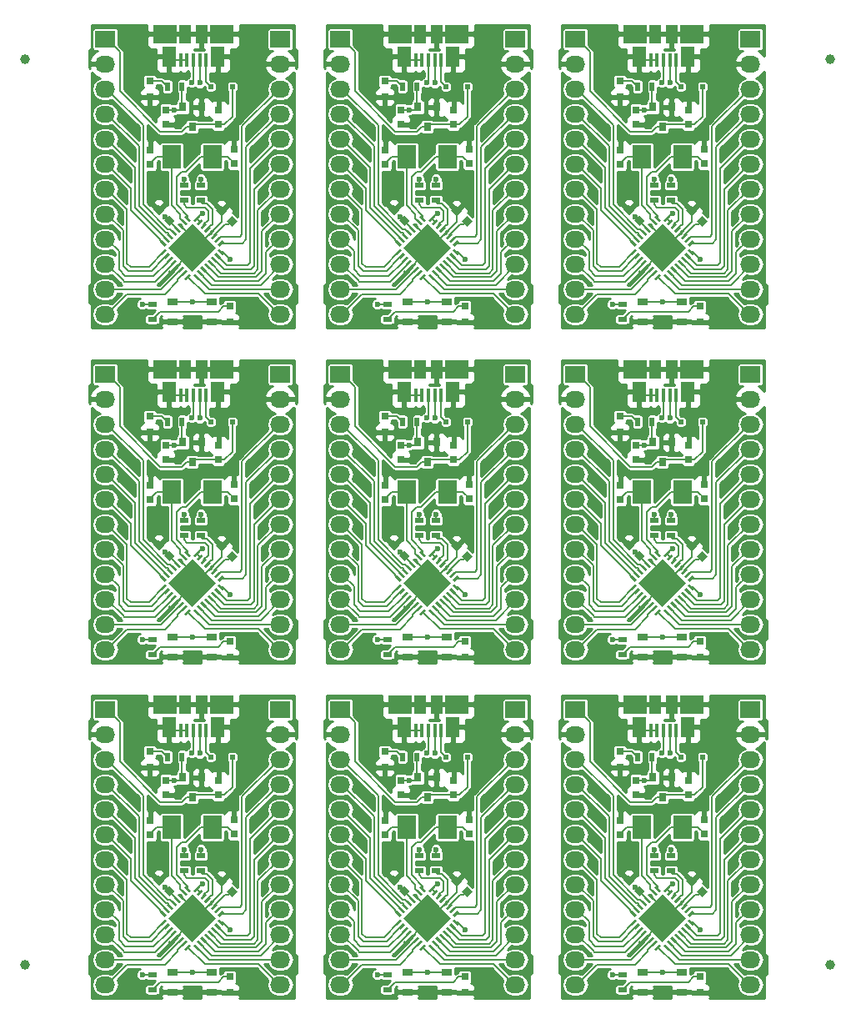
<source format=gtl>
G04 #@! TF.FileFunction,Copper,L1,Top,Signal*
%FSLAX46Y46*%
G04 Gerber Fmt 4.6, Leading zero omitted, Abs format (unit mm)*
G04 Created by KiCad (PCBNEW 4.0.5+dfsg1-4) date Mon Jul 16 11:41:52 2018*
%MOMM*%
%LPD*%
G01*
G04 APERTURE LIST*
%ADD10C,0.100000*%
%ADD11C,1.000000*%
%ADD12R,2.032000X1.727200*%
%ADD13O,2.032000X1.727200*%
%ADD14R,0.450000X1.380000*%
%ADD15R,1.475000X2.100000*%
%ADD16R,2.375000X1.900000*%
%ADD17R,1.175000X1.900000*%
%ADD18R,0.500000X0.900000*%
%ADD19R,0.800000X0.800000*%
%ADD20R,0.900000X0.500000*%
%ADD21R,1.050000X0.650000*%
%ADD22R,0.750000X0.800000*%
%ADD23R,0.500000X0.500000*%
%ADD24R,0.800000X0.900000*%
%ADD25R,1.900000X2.400000*%
%ADD26C,0.600000*%
%ADD27C,0.203200*%
%ADD28C,0.254000*%
G04 APERTURE END LIST*
D10*
D11*
X102363044Y-147319062D03*
X102363044Y-55371063D03*
X184150000Y-55372000D03*
D12*
X128270000Y-53340002D03*
D13*
X128270000Y-55880002D03*
X128270000Y-58420002D03*
X128270000Y-60960002D03*
X128270000Y-63500002D03*
X128270000Y-66040002D03*
X128270000Y-68580002D03*
X128270000Y-71120002D03*
X128270000Y-73660002D03*
X128270000Y-76200002D03*
X128270000Y-78740002D03*
X128270000Y-81280002D03*
D12*
X110490000Y-53340000D03*
D13*
X110490000Y-55880000D03*
X110490000Y-58420000D03*
X110490000Y-60960000D03*
X110490000Y-63500000D03*
X110490000Y-66040000D03*
X110490000Y-68580000D03*
X110490000Y-71120000D03*
X110490000Y-73660000D03*
X110490000Y-76200000D03*
X110490000Y-78740000D03*
X110490000Y-81280000D03*
D12*
X158242000Y-53340000D03*
D13*
X158242000Y-55880000D03*
X158242000Y-58420000D03*
X158242000Y-60960000D03*
X158242000Y-63500000D03*
X158242000Y-66040000D03*
X158242000Y-68580000D03*
X158242000Y-71120000D03*
X158242000Y-73660000D03*
X158242000Y-76200000D03*
X158242000Y-78740000D03*
X158242000Y-81280000D03*
D12*
X152146000Y-53339999D03*
D13*
X152146000Y-55879999D03*
X152146000Y-58419999D03*
X152146000Y-60959999D03*
X152146000Y-63499999D03*
X152146000Y-66039999D03*
X152146000Y-68579999D03*
X152146000Y-71119999D03*
X152146000Y-73659999D03*
X152146000Y-76199999D03*
X152146000Y-78739999D03*
X152146000Y-81279999D03*
D12*
X134366000Y-53340001D03*
D13*
X134366000Y-55880001D03*
X134366000Y-58420001D03*
X134366000Y-60960001D03*
X134366000Y-63500001D03*
X134366000Y-66040001D03*
X134366000Y-68580001D03*
X134366000Y-71120001D03*
X134366000Y-73660001D03*
X134366000Y-76200001D03*
X134366000Y-78740001D03*
X134366000Y-81280001D03*
D12*
X176022000Y-53340002D03*
D13*
X176022000Y-55880002D03*
X176022000Y-58420002D03*
X176022000Y-60960002D03*
X176022000Y-63500002D03*
X176022000Y-66040002D03*
X176022000Y-68580002D03*
X176022000Y-71120002D03*
X176022000Y-73660002D03*
X176022000Y-76200002D03*
X176022000Y-78740002D03*
X176022000Y-81280002D03*
D14*
X168484500Y-55492000D03*
X167834500Y-55492000D03*
X167184500Y-55492000D03*
X166534500Y-55492000D03*
X165884500Y-55492000D03*
D15*
X169647000Y-55132000D03*
X164722000Y-55132000D03*
D16*
X170094500Y-52832000D03*
X164274500Y-52832000D03*
D17*
X168024500Y-52832000D03*
X166344500Y-52832000D03*
D18*
X164540501Y-58166000D03*
X166040501Y-58166000D03*
D19*
X162750499Y-57620000D03*
X162750499Y-59220000D03*
D10*
G36*
X163132662Y-70698992D02*
X163662992Y-70168662D01*
X164228678Y-70734348D01*
X163698348Y-71264678D01*
X163132662Y-70698992D01*
X163132662Y-70698992D01*
G37*
G36*
X164193322Y-71759652D02*
X164723652Y-71229322D01*
X165289338Y-71795008D01*
X164759008Y-72325338D01*
X164193322Y-71759652D01*
X164193322Y-71759652D01*
G37*
D19*
X170878500Y-80480000D03*
X170878500Y-82080000D03*
D10*
G36*
X166278772Y-71433728D02*
X166455549Y-71256951D01*
X166950524Y-71751926D01*
X166773747Y-71928703D01*
X166278772Y-71433728D01*
X166278772Y-71433728D01*
G37*
G36*
X165925218Y-71787281D02*
X166101995Y-71610504D01*
X166596970Y-72105479D01*
X166420193Y-72282256D01*
X165925218Y-71787281D01*
X165925218Y-71787281D01*
G37*
G36*
X165571665Y-72140835D02*
X165748442Y-71964058D01*
X166243417Y-72459033D01*
X166066640Y-72635810D01*
X165571665Y-72140835D01*
X165571665Y-72140835D01*
G37*
G36*
X165218111Y-72494388D02*
X165394888Y-72317611D01*
X165889863Y-72812586D01*
X165713086Y-72989363D01*
X165218111Y-72494388D01*
X165218111Y-72494388D01*
G37*
G36*
X164864558Y-72847941D02*
X165041335Y-72671164D01*
X165536310Y-73166139D01*
X165359533Y-73342916D01*
X164864558Y-72847941D01*
X164864558Y-72847941D01*
G37*
G36*
X164511005Y-73201495D02*
X164687782Y-73024718D01*
X165182757Y-73519693D01*
X165005980Y-73696470D01*
X164511005Y-73201495D01*
X164511005Y-73201495D01*
G37*
G36*
X164157451Y-73555048D02*
X164334228Y-73378271D01*
X164829203Y-73873246D01*
X164652426Y-74050023D01*
X164157451Y-73555048D01*
X164157451Y-73555048D01*
G37*
G36*
X163803898Y-73908602D02*
X163980675Y-73731825D01*
X164475650Y-74226800D01*
X164298873Y-74403577D01*
X163803898Y-73908602D01*
X163803898Y-73908602D01*
G37*
G36*
X163980675Y-75322815D02*
X163803898Y-75146038D01*
X164298873Y-74651063D01*
X164475650Y-74827840D01*
X163980675Y-75322815D01*
X163980675Y-75322815D01*
G37*
G36*
X164334228Y-75676369D02*
X164157451Y-75499592D01*
X164652426Y-75004617D01*
X164829203Y-75181394D01*
X164334228Y-75676369D01*
X164334228Y-75676369D01*
G37*
G36*
X164687782Y-76029922D02*
X164511005Y-75853145D01*
X165005980Y-75358170D01*
X165182757Y-75534947D01*
X164687782Y-76029922D01*
X164687782Y-76029922D01*
G37*
G36*
X165041335Y-76383476D02*
X164864558Y-76206699D01*
X165359533Y-75711724D01*
X165536310Y-75888501D01*
X165041335Y-76383476D01*
X165041335Y-76383476D01*
G37*
G36*
X165394888Y-76737029D02*
X165218111Y-76560252D01*
X165713086Y-76065277D01*
X165889863Y-76242054D01*
X165394888Y-76737029D01*
X165394888Y-76737029D01*
G37*
G36*
X165748442Y-77090582D02*
X165571665Y-76913805D01*
X166066640Y-76418830D01*
X166243417Y-76595607D01*
X165748442Y-77090582D01*
X165748442Y-77090582D01*
G37*
G36*
X166101995Y-77444136D02*
X165925218Y-77267359D01*
X166420193Y-76772384D01*
X166596970Y-76949161D01*
X166101995Y-77444136D01*
X166101995Y-77444136D01*
G37*
G36*
X166455549Y-77797689D02*
X166278772Y-77620912D01*
X166773747Y-77125937D01*
X166950524Y-77302714D01*
X166455549Y-77797689D01*
X166455549Y-77797689D01*
G37*
G36*
X167198010Y-77302714D02*
X167374787Y-77125937D01*
X167869762Y-77620912D01*
X167692985Y-77797689D01*
X167198010Y-77302714D01*
X167198010Y-77302714D01*
G37*
G36*
X167551564Y-76949161D02*
X167728341Y-76772384D01*
X168223316Y-77267359D01*
X168046539Y-77444136D01*
X167551564Y-76949161D01*
X167551564Y-76949161D01*
G37*
G36*
X167905117Y-76595607D02*
X168081894Y-76418830D01*
X168576869Y-76913805D01*
X168400092Y-77090582D01*
X167905117Y-76595607D01*
X167905117Y-76595607D01*
G37*
G36*
X168258671Y-76242054D02*
X168435448Y-76065277D01*
X168930423Y-76560252D01*
X168753646Y-76737029D01*
X168258671Y-76242054D01*
X168258671Y-76242054D01*
G37*
G36*
X168612224Y-75888501D02*
X168789001Y-75711724D01*
X169283976Y-76206699D01*
X169107199Y-76383476D01*
X168612224Y-75888501D01*
X168612224Y-75888501D01*
G37*
G36*
X168965777Y-75534947D02*
X169142554Y-75358170D01*
X169637529Y-75853145D01*
X169460752Y-76029922D01*
X168965777Y-75534947D01*
X168965777Y-75534947D01*
G37*
G36*
X169319331Y-75181394D02*
X169496108Y-75004617D01*
X169991083Y-75499592D01*
X169814306Y-75676369D01*
X169319331Y-75181394D01*
X169319331Y-75181394D01*
G37*
G36*
X169672884Y-74827840D02*
X169849661Y-74651063D01*
X170344636Y-75146038D01*
X170167859Y-75322815D01*
X169672884Y-74827840D01*
X169672884Y-74827840D01*
G37*
G36*
X169849661Y-74403577D02*
X169672884Y-74226800D01*
X170167859Y-73731825D01*
X170344636Y-73908602D01*
X169849661Y-74403577D01*
X169849661Y-74403577D01*
G37*
G36*
X169496108Y-74050023D02*
X169319331Y-73873246D01*
X169814306Y-73378271D01*
X169991083Y-73555048D01*
X169496108Y-74050023D01*
X169496108Y-74050023D01*
G37*
G36*
X169142554Y-73696470D02*
X168965777Y-73519693D01*
X169460752Y-73024718D01*
X169637529Y-73201495D01*
X169142554Y-73696470D01*
X169142554Y-73696470D01*
G37*
G36*
X168789001Y-73342916D02*
X168612224Y-73166139D01*
X169107199Y-72671164D01*
X169283976Y-72847941D01*
X168789001Y-73342916D01*
X168789001Y-73342916D01*
G37*
G36*
X168435448Y-72989363D02*
X168258671Y-72812586D01*
X168753646Y-72317611D01*
X168930423Y-72494388D01*
X168435448Y-72989363D01*
X168435448Y-72989363D01*
G37*
G36*
X168081894Y-72635810D02*
X167905117Y-72459033D01*
X168400092Y-71964058D01*
X168576869Y-72140835D01*
X168081894Y-72635810D01*
X168081894Y-72635810D01*
G37*
G36*
X167728341Y-72282256D02*
X167551564Y-72105479D01*
X168046539Y-71610504D01*
X168223316Y-71787281D01*
X167728341Y-72282256D01*
X167728341Y-72282256D01*
G37*
G36*
X167374787Y-71928703D02*
X167198010Y-71751926D01*
X167692985Y-71256951D01*
X167869762Y-71433728D01*
X167374787Y-71928703D01*
X167374787Y-71928703D01*
G37*
G36*
X165854508Y-75747079D02*
X167074267Y-74527320D01*
X168294026Y-75747079D01*
X167074267Y-76966838D01*
X165854508Y-75747079D01*
X165854508Y-75747079D01*
G37*
G36*
X167074267Y-74527320D02*
X168294026Y-73307561D01*
X169513785Y-74527320D01*
X168294026Y-75747079D01*
X167074267Y-74527320D01*
X167074267Y-74527320D01*
G37*
G36*
X164634749Y-74527320D02*
X165854508Y-73307561D01*
X167074267Y-74527320D01*
X165854508Y-75747079D01*
X164634749Y-74527320D01*
X164634749Y-74527320D01*
G37*
G36*
X165854508Y-73307561D02*
X167074267Y-72087802D01*
X168294026Y-73307561D01*
X167074267Y-74527320D01*
X165854508Y-73307561D01*
X165854508Y-73307561D01*
G37*
D20*
X163004500Y-80288000D03*
X163004500Y-81788000D03*
D21*
X169068500Y-82025999D03*
X165068500Y-82025999D03*
X169068500Y-80025999D03*
X165068500Y-80025999D03*
D10*
G36*
X169482662Y-70762492D02*
X170012992Y-70232162D01*
X170578678Y-70797848D01*
X170048348Y-71328178D01*
X169482662Y-70762492D01*
X169482662Y-70762492D01*
G37*
G36*
X170543322Y-71823152D02*
X171073652Y-71292822D01*
X171639338Y-71858508D01*
X171109008Y-72388838D01*
X170543322Y-71823152D01*
X170543322Y-71823152D01*
G37*
D22*
X162814000Y-66091499D03*
X162814000Y-64591499D03*
D23*
X171132501Y-58166000D03*
X168932501Y-58166000D03*
D24*
X168021000Y-60261500D03*
X166121000Y-60261500D03*
X167071000Y-62261500D03*
D22*
X164401501Y-60527500D03*
X164401501Y-62027500D03*
D25*
X165000500Y-65278000D03*
X169100500Y-65278000D03*
D22*
X169735500Y-62039500D03*
X169735500Y-60539500D03*
X171323000Y-66016000D03*
X171323000Y-64516000D03*
D20*
X166243000Y-69711000D03*
X166243000Y-68211000D03*
X167957500Y-69711000D03*
X167957500Y-68211000D03*
D23*
X147256501Y-58166000D03*
X145056501Y-58166000D03*
D18*
X140664500Y-58166000D03*
X142164500Y-58166000D03*
D14*
X144608500Y-55492000D03*
X143958500Y-55492000D03*
X143308500Y-55492000D03*
X142658500Y-55492000D03*
X142008500Y-55492000D03*
D15*
X145771000Y-55132000D03*
X140846000Y-55132000D03*
D16*
X146218500Y-52832000D03*
X140398500Y-52832000D03*
D17*
X144148500Y-52832000D03*
X142468500Y-52832000D03*
D19*
X138874500Y-57620000D03*
X138874500Y-59220000D03*
D22*
X140525500Y-60527500D03*
X140525500Y-62027500D03*
D25*
X141124500Y-65277999D03*
X145224500Y-65277999D03*
D24*
X144145000Y-60261500D03*
X142245000Y-60261500D03*
X143195000Y-62261500D03*
D22*
X138938001Y-66091500D03*
X138938001Y-64591500D03*
X145859500Y-62039500D03*
X145859500Y-60539500D03*
X147447000Y-66016000D03*
X147447000Y-64516000D03*
D10*
G36*
X115380662Y-70698992D02*
X115910992Y-70168662D01*
X116476678Y-70734348D01*
X115946348Y-71264678D01*
X115380662Y-70698992D01*
X115380662Y-70698992D01*
G37*
G36*
X116441322Y-71759652D02*
X116971652Y-71229322D01*
X117537338Y-71795008D01*
X117007008Y-72325338D01*
X116441322Y-71759652D01*
X116441322Y-71759652D01*
G37*
D21*
X121316499Y-82026000D03*
X117316499Y-82026000D03*
X121316499Y-80026000D03*
X117316499Y-80026000D03*
D19*
X123126500Y-80480000D03*
X123126500Y-82080000D03*
D20*
X115252500Y-80288000D03*
X115252500Y-81788000D03*
D10*
G36*
X121730662Y-70762492D02*
X122260992Y-70232162D01*
X122826678Y-70797848D01*
X122296348Y-71328178D01*
X121730662Y-70762492D01*
X121730662Y-70762492D01*
G37*
G36*
X122791322Y-71823152D02*
X123321652Y-71292822D01*
X123887338Y-71858508D01*
X123357008Y-72388838D01*
X122791322Y-71823152D01*
X122791322Y-71823152D01*
G37*
G36*
X118526772Y-71433728D02*
X118703549Y-71256951D01*
X119198524Y-71751926D01*
X119021747Y-71928703D01*
X118526772Y-71433728D01*
X118526772Y-71433728D01*
G37*
G36*
X118173218Y-71787281D02*
X118349995Y-71610504D01*
X118844970Y-72105479D01*
X118668193Y-72282256D01*
X118173218Y-71787281D01*
X118173218Y-71787281D01*
G37*
G36*
X117819665Y-72140835D02*
X117996442Y-71964058D01*
X118491417Y-72459033D01*
X118314640Y-72635810D01*
X117819665Y-72140835D01*
X117819665Y-72140835D01*
G37*
G36*
X117466111Y-72494388D02*
X117642888Y-72317611D01*
X118137863Y-72812586D01*
X117961086Y-72989363D01*
X117466111Y-72494388D01*
X117466111Y-72494388D01*
G37*
G36*
X117112558Y-72847941D02*
X117289335Y-72671164D01*
X117784310Y-73166139D01*
X117607533Y-73342916D01*
X117112558Y-72847941D01*
X117112558Y-72847941D01*
G37*
G36*
X116759005Y-73201495D02*
X116935782Y-73024718D01*
X117430757Y-73519693D01*
X117253980Y-73696470D01*
X116759005Y-73201495D01*
X116759005Y-73201495D01*
G37*
G36*
X116405451Y-73555048D02*
X116582228Y-73378271D01*
X117077203Y-73873246D01*
X116900426Y-74050023D01*
X116405451Y-73555048D01*
X116405451Y-73555048D01*
G37*
G36*
X116051898Y-73908602D02*
X116228675Y-73731825D01*
X116723650Y-74226800D01*
X116546873Y-74403577D01*
X116051898Y-73908602D01*
X116051898Y-73908602D01*
G37*
G36*
X116228675Y-75322815D02*
X116051898Y-75146038D01*
X116546873Y-74651063D01*
X116723650Y-74827840D01*
X116228675Y-75322815D01*
X116228675Y-75322815D01*
G37*
G36*
X116582228Y-75676369D02*
X116405451Y-75499592D01*
X116900426Y-75004617D01*
X117077203Y-75181394D01*
X116582228Y-75676369D01*
X116582228Y-75676369D01*
G37*
G36*
X116935782Y-76029922D02*
X116759005Y-75853145D01*
X117253980Y-75358170D01*
X117430757Y-75534947D01*
X116935782Y-76029922D01*
X116935782Y-76029922D01*
G37*
G36*
X117289335Y-76383476D02*
X117112558Y-76206699D01*
X117607533Y-75711724D01*
X117784310Y-75888501D01*
X117289335Y-76383476D01*
X117289335Y-76383476D01*
G37*
G36*
X117642888Y-76737029D02*
X117466111Y-76560252D01*
X117961086Y-76065277D01*
X118137863Y-76242054D01*
X117642888Y-76737029D01*
X117642888Y-76737029D01*
G37*
G36*
X117996442Y-77090582D02*
X117819665Y-76913805D01*
X118314640Y-76418830D01*
X118491417Y-76595607D01*
X117996442Y-77090582D01*
X117996442Y-77090582D01*
G37*
G36*
X118349995Y-77444136D02*
X118173218Y-77267359D01*
X118668193Y-76772384D01*
X118844970Y-76949161D01*
X118349995Y-77444136D01*
X118349995Y-77444136D01*
G37*
G36*
X118703549Y-77797689D02*
X118526772Y-77620912D01*
X119021747Y-77125937D01*
X119198524Y-77302714D01*
X118703549Y-77797689D01*
X118703549Y-77797689D01*
G37*
G36*
X119446010Y-77302714D02*
X119622787Y-77125937D01*
X120117762Y-77620912D01*
X119940985Y-77797689D01*
X119446010Y-77302714D01*
X119446010Y-77302714D01*
G37*
G36*
X119799564Y-76949161D02*
X119976341Y-76772384D01*
X120471316Y-77267359D01*
X120294539Y-77444136D01*
X119799564Y-76949161D01*
X119799564Y-76949161D01*
G37*
G36*
X120153117Y-76595607D02*
X120329894Y-76418830D01*
X120824869Y-76913805D01*
X120648092Y-77090582D01*
X120153117Y-76595607D01*
X120153117Y-76595607D01*
G37*
G36*
X120506671Y-76242054D02*
X120683448Y-76065277D01*
X121178423Y-76560252D01*
X121001646Y-76737029D01*
X120506671Y-76242054D01*
X120506671Y-76242054D01*
G37*
G36*
X120860224Y-75888501D02*
X121037001Y-75711724D01*
X121531976Y-76206699D01*
X121355199Y-76383476D01*
X120860224Y-75888501D01*
X120860224Y-75888501D01*
G37*
G36*
X121213777Y-75534947D02*
X121390554Y-75358170D01*
X121885529Y-75853145D01*
X121708752Y-76029922D01*
X121213777Y-75534947D01*
X121213777Y-75534947D01*
G37*
G36*
X121567331Y-75181394D02*
X121744108Y-75004617D01*
X122239083Y-75499592D01*
X122062306Y-75676369D01*
X121567331Y-75181394D01*
X121567331Y-75181394D01*
G37*
G36*
X121920884Y-74827840D02*
X122097661Y-74651063D01*
X122592636Y-75146038D01*
X122415859Y-75322815D01*
X121920884Y-74827840D01*
X121920884Y-74827840D01*
G37*
G36*
X122097661Y-74403577D02*
X121920884Y-74226800D01*
X122415859Y-73731825D01*
X122592636Y-73908602D01*
X122097661Y-74403577D01*
X122097661Y-74403577D01*
G37*
G36*
X121744108Y-74050023D02*
X121567331Y-73873246D01*
X122062306Y-73378271D01*
X122239083Y-73555048D01*
X121744108Y-74050023D01*
X121744108Y-74050023D01*
G37*
G36*
X121390554Y-73696470D02*
X121213777Y-73519693D01*
X121708752Y-73024718D01*
X121885529Y-73201495D01*
X121390554Y-73696470D01*
X121390554Y-73696470D01*
G37*
G36*
X121037001Y-73342916D02*
X120860224Y-73166139D01*
X121355199Y-72671164D01*
X121531976Y-72847941D01*
X121037001Y-73342916D01*
X121037001Y-73342916D01*
G37*
G36*
X120683448Y-72989363D02*
X120506671Y-72812586D01*
X121001646Y-72317611D01*
X121178423Y-72494388D01*
X120683448Y-72989363D01*
X120683448Y-72989363D01*
G37*
G36*
X120329894Y-72635810D02*
X120153117Y-72459033D01*
X120648092Y-71964058D01*
X120824869Y-72140835D01*
X120329894Y-72635810D01*
X120329894Y-72635810D01*
G37*
G36*
X119976341Y-72282256D02*
X119799564Y-72105479D01*
X120294539Y-71610504D01*
X120471316Y-71787281D01*
X119976341Y-72282256D01*
X119976341Y-72282256D01*
G37*
G36*
X119622787Y-71928703D02*
X119446010Y-71751926D01*
X119940985Y-71256951D01*
X120117762Y-71433728D01*
X119622787Y-71928703D01*
X119622787Y-71928703D01*
G37*
G36*
X118102508Y-75747079D02*
X119322267Y-74527320D01*
X120542026Y-75747079D01*
X119322267Y-76966838D01*
X118102508Y-75747079D01*
X118102508Y-75747079D01*
G37*
G36*
X119322267Y-74527320D02*
X120542026Y-73307561D01*
X121761785Y-74527320D01*
X120542026Y-75747079D01*
X119322267Y-74527320D01*
X119322267Y-74527320D01*
G37*
G36*
X116882749Y-74527320D02*
X118102508Y-73307561D01*
X119322267Y-74527320D01*
X118102508Y-75747079D01*
X116882749Y-74527320D01*
X116882749Y-74527320D01*
G37*
G36*
X118102508Y-73307561D02*
X119322267Y-72087802D01*
X120542026Y-73307561D01*
X119322267Y-74527320D01*
X118102508Y-73307561D01*
X118102508Y-73307561D01*
G37*
D22*
X115062000Y-66091499D03*
X115062000Y-64591499D03*
D20*
X118491000Y-69711000D03*
X118491000Y-68211000D03*
X120205500Y-69711000D03*
X120205500Y-68211000D03*
D25*
X117248500Y-65278000D03*
X121348500Y-65278000D03*
D22*
X123571001Y-66016000D03*
X123571001Y-64516000D03*
D23*
X123380502Y-58166000D03*
X121180502Y-58166000D03*
D19*
X114998500Y-57620000D03*
X114998500Y-59220000D03*
D22*
X121983500Y-62039500D03*
X121983500Y-60539500D03*
D18*
X116788501Y-58166000D03*
X118288501Y-58166000D03*
D24*
X120269000Y-60261500D03*
X118369000Y-60261500D03*
X119319000Y-62261500D03*
D22*
X116649501Y-60527500D03*
X116649501Y-62027500D03*
D14*
X120732500Y-55492000D03*
X120082500Y-55492000D03*
X119432500Y-55492000D03*
X118782500Y-55492000D03*
X118132500Y-55492000D03*
D15*
X121895000Y-55132000D03*
X116970000Y-55132000D03*
D16*
X122342500Y-52832000D03*
X116522500Y-52832000D03*
D17*
X120272500Y-52832000D03*
X118592500Y-52832000D03*
D10*
G36*
X139256662Y-70698992D02*
X139786992Y-70168662D01*
X140352678Y-70734348D01*
X139822348Y-71264678D01*
X139256662Y-70698992D01*
X139256662Y-70698992D01*
G37*
G36*
X140317322Y-71759652D02*
X140847652Y-71229322D01*
X141413338Y-71795008D01*
X140883008Y-72325338D01*
X140317322Y-71759652D01*
X140317322Y-71759652D01*
G37*
G36*
X145606661Y-70762492D02*
X146136991Y-70232162D01*
X146702677Y-70797848D01*
X146172347Y-71328178D01*
X145606661Y-70762492D01*
X145606661Y-70762492D01*
G37*
G36*
X146667321Y-71823152D02*
X147197651Y-71292822D01*
X147763337Y-71858508D01*
X147233007Y-72388838D01*
X146667321Y-71823152D01*
X146667321Y-71823152D01*
G37*
D19*
X147002500Y-80480000D03*
X147002500Y-82080000D03*
D20*
X144081499Y-69711000D03*
X144081499Y-68211000D03*
D21*
X145192500Y-82026000D03*
X141192500Y-82026000D03*
X145192500Y-80026000D03*
X141192500Y-80026000D03*
D20*
X139128499Y-80288000D03*
X139128499Y-81788000D03*
X142367000Y-69711000D03*
X142367000Y-68211000D03*
D10*
G36*
X142402772Y-71433728D02*
X142579549Y-71256951D01*
X143074524Y-71751926D01*
X142897747Y-71928703D01*
X142402772Y-71433728D01*
X142402772Y-71433728D01*
G37*
G36*
X142049218Y-71787281D02*
X142225995Y-71610504D01*
X142720970Y-72105479D01*
X142544193Y-72282256D01*
X142049218Y-71787281D01*
X142049218Y-71787281D01*
G37*
G36*
X141695665Y-72140835D02*
X141872442Y-71964058D01*
X142367417Y-72459033D01*
X142190640Y-72635810D01*
X141695665Y-72140835D01*
X141695665Y-72140835D01*
G37*
G36*
X141342111Y-72494388D02*
X141518888Y-72317611D01*
X142013863Y-72812586D01*
X141837086Y-72989363D01*
X141342111Y-72494388D01*
X141342111Y-72494388D01*
G37*
G36*
X140988558Y-72847941D02*
X141165335Y-72671164D01*
X141660310Y-73166139D01*
X141483533Y-73342916D01*
X140988558Y-72847941D01*
X140988558Y-72847941D01*
G37*
G36*
X140635005Y-73201495D02*
X140811782Y-73024718D01*
X141306757Y-73519693D01*
X141129980Y-73696470D01*
X140635005Y-73201495D01*
X140635005Y-73201495D01*
G37*
G36*
X140281451Y-73555048D02*
X140458228Y-73378271D01*
X140953203Y-73873246D01*
X140776426Y-74050023D01*
X140281451Y-73555048D01*
X140281451Y-73555048D01*
G37*
G36*
X139927898Y-73908602D02*
X140104675Y-73731825D01*
X140599650Y-74226800D01*
X140422873Y-74403577D01*
X139927898Y-73908602D01*
X139927898Y-73908602D01*
G37*
G36*
X140104675Y-75322815D02*
X139927898Y-75146038D01*
X140422873Y-74651063D01*
X140599650Y-74827840D01*
X140104675Y-75322815D01*
X140104675Y-75322815D01*
G37*
G36*
X140458228Y-75676369D02*
X140281451Y-75499592D01*
X140776426Y-75004617D01*
X140953203Y-75181394D01*
X140458228Y-75676369D01*
X140458228Y-75676369D01*
G37*
G36*
X140811782Y-76029922D02*
X140635005Y-75853145D01*
X141129980Y-75358170D01*
X141306757Y-75534947D01*
X140811782Y-76029922D01*
X140811782Y-76029922D01*
G37*
G36*
X141165335Y-76383476D02*
X140988558Y-76206699D01*
X141483533Y-75711724D01*
X141660310Y-75888501D01*
X141165335Y-76383476D01*
X141165335Y-76383476D01*
G37*
G36*
X141518888Y-76737029D02*
X141342111Y-76560252D01*
X141837086Y-76065277D01*
X142013863Y-76242054D01*
X141518888Y-76737029D01*
X141518888Y-76737029D01*
G37*
G36*
X141872442Y-77090582D02*
X141695665Y-76913805D01*
X142190640Y-76418830D01*
X142367417Y-76595607D01*
X141872442Y-77090582D01*
X141872442Y-77090582D01*
G37*
G36*
X142225995Y-77444136D02*
X142049218Y-77267359D01*
X142544193Y-76772384D01*
X142720970Y-76949161D01*
X142225995Y-77444136D01*
X142225995Y-77444136D01*
G37*
G36*
X142579549Y-77797689D02*
X142402772Y-77620912D01*
X142897747Y-77125937D01*
X143074524Y-77302714D01*
X142579549Y-77797689D01*
X142579549Y-77797689D01*
G37*
G36*
X143322010Y-77302714D02*
X143498787Y-77125937D01*
X143993762Y-77620912D01*
X143816985Y-77797689D01*
X143322010Y-77302714D01*
X143322010Y-77302714D01*
G37*
G36*
X143675564Y-76949161D02*
X143852341Y-76772384D01*
X144347316Y-77267359D01*
X144170539Y-77444136D01*
X143675564Y-76949161D01*
X143675564Y-76949161D01*
G37*
G36*
X144029117Y-76595607D02*
X144205894Y-76418830D01*
X144700869Y-76913805D01*
X144524092Y-77090582D01*
X144029117Y-76595607D01*
X144029117Y-76595607D01*
G37*
G36*
X144382671Y-76242054D02*
X144559448Y-76065277D01*
X145054423Y-76560252D01*
X144877646Y-76737029D01*
X144382671Y-76242054D01*
X144382671Y-76242054D01*
G37*
G36*
X144736224Y-75888501D02*
X144913001Y-75711724D01*
X145407976Y-76206699D01*
X145231199Y-76383476D01*
X144736224Y-75888501D01*
X144736224Y-75888501D01*
G37*
G36*
X145089777Y-75534947D02*
X145266554Y-75358170D01*
X145761529Y-75853145D01*
X145584752Y-76029922D01*
X145089777Y-75534947D01*
X145089777Y-75534947D01*
G37*
G36*
X145443331Y-75181394D02*
X145620108Y-75004617D01*
X146115083Y-75499592D01*
X145938306Y-75676369D01*
X145443331Y-75181394D01*
X145443331Y-75181394D01*
G37*
G36*
X145796884Y-74827840D02*
X145973661Y-74651063D01*
X146468636Y-75146038D01*
X146291859Y-75322815D01*
X145796884Y-74827840D01*
X145796884Y-74827840D01*
G37*
G36*
X145973661Y-74403577D02*
X145796884Y-74226800D01*
X146291859Y-73731825D01*
X146468636Y-73908602D01*
X145973661Y-74403577D01*
X145973661Y-74403577D01*
G37*
G36*
X145620108Y-74050023D02*
X145443331Y-73873246D01*
X145938306Y-73378271D01*
X146115083Y-73555048D01*
X145620108Y-74050023D01*
X145620108Y-74050023D01*
G37*
G36*
X145266554Y-73696470D02*
X145089777Y-73519693D01*
X145584752Y-73024718D01*
X145761529Y-73201495D01*
X145266554Y-73696470D01*
X145266554Y-73696470D01*
G37*
G36*
X144913001Y-73342916D02*
X144736224Y-73166139D01*
X145231199Y-72671164D01*
X145407976Y-72847941D01*
X144913001Y-73342916D01*
X144913001Y-73342916D01*
G37*
G36*
X144559448Y-72989363D02*
X144382671Y-72812586D01*
X144877646Y-72317611D01*
X145054423Y-72494388D01*
X144559448Y-72989363D01*
X144559448Y-72989363D01*
G37*
G36*
X144205894Y-72635810D02*
X144029117Y-72459033D01*
X144524092Y-71964058D01*
X144700869Y-72140835D01*
X144205894Y-72635810D01*
X144205894Y-72635810D01*
G37*
G36*
X143852341Y-72282256D02*
X143675564Y-72105479D01*
X144170539Y-71610504D01*
X144347316Y-71787281D01*
X143852341Y-72282256D01*
X143852341Y-72282256D01*
G37*
G36*
X143498787Y-71928703D02*
X143322010Y-71751926D01*
X143816985Y-71256951D01*
X143993762Y-71433728D01*
X143498787Y-71928703D01*
X143498787Y-71928703D01*
G37*
G36*
X141978508Y-75747079D02*
X143198267Y-74527320D01*
X144418026Y-75747079D01*
X143198267Y-76966838D01*
X141978508Y-75747079D01*
X141978508Y-75747079D01*
G37*
G36*
X143198267Y-74527320D02*
X144418026Y-73307561D01*
X145637785Y-74527320D01*
X144418026Y-75747079D01*
X143198267Y-74527320D01*
X143198267Y-74527320D01*
G37*
G36*
X140758749Y-74527320D02*
X141978508Y-73307561D01*
X143198267Y-74527320D01*
X141978508Y-75747079D01*
X140758749Y-74527320D01*
X140758749Y-74527320D01*
G37*
G36*
X141978508Y-73307561D02*
X143198267Y-72087802D01*
X144418026Y-73307561D01*
X143198267Y-74527320D01*
X141978508Y-73307561D01*
X141978508Y-73307561D01*
G37*
D12*
X110490000Y-121412000D03*
D13*
X110490000Y-123952000D03*
X110490000Y-126492000D03*
X110490000Y-129032000D03*
X110490000Y-131572000D03*
X110490000Y-134112000D03*
X110490000Y-136652000D03*
X110490000Y-139192000D03*
X110490000Y-141732000D03*
X110490000Y-144272000D03*
X110490000Y-146812000D03*
X110490000Y-149352000D03*
D12*
X128270000Y-121412000D03*
D13*
X128270000Y-123952000D03*
X128270000Y-126492000D03*
X128270000Y-129032000D03*
X128270000Y-131572000D03*
X128270000Y-134112000D03*
X128270000Y-136652000D03*
X128270000Y-139192000D03*
X128270000Y-141732000D03*
X128270000Y-144272000D03*
X128270000Y-146812000D03*
X128270000Y-149352000D03*
D20*
X115252500Y-148360000D03*
X115252500Y-149860000D03*
D21*
X121316500Y-150098000D03*
X117316500Y-150098000D03*
X121316500Y-148098000D03*
X117316500Y-148098000D03*
D19*
X114998500Y-125692000D03*
X114998500Y-127292000D03*
D24*
X120269000Y-128333500D03*
X118369000Y-128333500D03*
X119319000Y-130333500D03*
D18*
X116788500Y-126238000D03*
X118288500Y-126238000D03*
D22*
X116649500Y-128599500D03*
X116649500Y-130099500D03*
X123571000Y-134088000D03*
X123571000Y-132588000D03*
X115062000Y-134163500D03*
X115062000Y-132663500D03*
D20*
X118491000Y-137783000D03*
X118491000Y-136283000D03*
D25*
X117248500Y-133350000D03*
X121348500Y-133350000D03*
D20*
X120205500Y-137783000D03*
X120205500Y-136283000D03*
D14*
X120732500Y-123564001D03*
X120082500Y-123564001D03*
X119432500Y-123564001D03*
X118782500Y-123564001D03*
X118132500Y-123564001D03*
D15*
X121895000Y-123204001D03*
X116970000Y-123204001D03*
D16*
X122342500Y-120904001D03*
X116522500Y-120904001D03*
D17*
X120272500Y-120904001D03*
X118592500Y-120904001D03*
D22*
X121983500Y-130111500D03*
X121983500Y-128611500D03*
D23*
X123380501Y-126238000D03*
X121180501Y-126238000D03*
D19*
X123126500Y-148552000D03*
X123126500Y-150152000D03*
D10*
G36*
X115380662Y-138770992D02*
X115910992Y-138240662D01*
X116476678Y-138806348D01*
X115946348Y-139336678D01*
X115380662Y-138770992D01*
X115380662Y-138770992D01*
G37*
G36*
X116441322Y-139831652D02*
X116971652Y-139301322D01*
X117537338Y-139867008D01*
X117007008Y-140397338D01*
X116441322Y-139831652D01*
X116441322Y-139831652D01*
G37*
G36*
X118526772Y-139505728D02*
X118703549Y-139328951D01*
X119198524Y-139823926D01*
X119021747Y-140000703D01*
X118526772Y-139505728D01*
X118526772Y-139505728D01*
G37*
G36*
X118173218Y-139859281D02*
X118349995Y-139682504D01*
X118844970Y-140177479D01*
X118668193Y-140354256D01*
X118173218Y-139859281D01*
X118173218Y-139859281D01*
G37*
G36*
X117819665Y-140212835D02*
X117996442Y-140036058D01*
X118491417Y-140531033D01*
X118314640Y-140707810D01*
X117819665Y-140212835D01*
X117819665Y-140212835D01*
G37*
G36*
X117466111Y-140566388D02*
X117642888Y-140389611D01*
X118137863Y-140884586D01*
X117961086Y-141061363D01*
X117466111Y-140566388D01*
X117466111Y-140566388D01*
G37*
G36*
X117112558Y-140919941D02*
X117289335Y-140743164D01*
X117784310Y-141238139D01*
X117607533Y-141414916D01*
X117112558Y-140919941D01*
X117112558Y-140919941D01*
G37*
G36*
X116759005Y-141273495D02*
X116935782Y-141096718D01*
X117430757Y-141591693D01*
X117253980Y-141768470D01*
X116759005Y-141273495D01*
X116759005Y-141273495D01*
G37*
G36*
X116405451Y-141627048D02*
X116582228Y-141450271D01*
X117077203Y-141945246D01*
X116900426Y-142122023D01*
X116405451Y-141627048D01*
X116405451Y-141627048D01*
G37*
G36*
X116051898Y-141980602D02*
X116228675Y-141803825D01*
X116723650Y-142298800D01*
X116546873Y-142475577D01*
X116051898Y-141980602D01*
X116051898Y-141980602D01*
G37*
G36*
X116228675Y-143394815D02*
X116051898Y-143218038D01*
X116546873Y-142723063D01*
X116723650Y-142899840D01*
X116228675Y-143394815D01*
X116228675Y-143394815D01*
G37*
G36*
X116582228Y-143748369D02*
X116405451Y-143571592D01*
X116900426Y-143076617D01*
X117077203Y-143253394D01*
X116582228Y-143748369D01*
X116582228Y-143748369D01*
G37*
G36*
X116935782Y-144101922D02*
X116759005Y-143925145D01*
X117253980Y-143430170D01*
X117430757Y-143606947D01*
X116935782Y-144101922D01*
X116935782Y-144101922D01*
G37*
G36*
X117289335Y-144455476D02*
X117112558Y-144278699D01*
X117607533Y-143783724D01*
X117784310Y-143960501D01*
X117289335Y-144455476D01*
X117289335Y-144455476D01*
G37*
G36*
X117642888Y-144809029D02*
X117466111Y-144632252D01*
X117961086Y-144137277D01*
X118137863Y-144314054D01*
X117642888Y-144809029D01*
X117642888Y-144809029D01*
G37*
G36*
X117996442Y-145162582D02*
X117819665Y-144985805D01*
X118314640Y-144490830D01*
X118491417Y-144667607D01*
X117996442Y-145162582D01*
X117996442Y-145162582D01*
G37*
G36*
X118349995Y-145516136D02*
X118173218Y-145339359D01*
X118668193Y-144844384D01*
X118844970Y-145021161D01*
X118349995Y-145516136D01*
X118349995Y-145516136D01*
G37*
G36*
X118703549Y-145869689D02*
X118526772Y-145692912D01*
X119021747Y-145197937D01*
X119198524Y-145374714D01*
X118703549Y-145869689D01*
X118703549Y-145869689D01*
G37*
G36*
X119446010Y-145374714D02*
X119622787Y-145197937D01*
X120117762Y-145692912D01*
X119940985Y-145869689D01*
X119446010Y-145374714D01*
X119446010Y-145374714D01*
G37*
G36*
X119799564Y-145021161D02*
X119976341Y-144844384D01*
X120471316Y-145339359D01*
X120294539Y-145516136D01*
X119799564Y-145021161D01*
X119799564Y-145021161D01*
G37*
G36*
X120153117Y-144667607D02*
X120329894Y-144490830D01*
X120824869Y-144985805D01*
X120648092Y-145162582D01*
X120153117Y-144667607D01*
X120153117Y-144667607D01*
G37*
G36*
X120506671Y-144314054D02*
X120683448Y-144137277D01*
X121178423Y-144632252D01*
X121001646Y-144809029D01*
X120506671Y-144314054D01*
X120506671Y-144314054D01*
G37*
G36*
X120860224Y-143960501D02*
X121037001Y-143783724D01*
X121531976Y-144278699D01*
X121355199Y-144455476D01*
X120860224Y-143960501D01*
X120860224Y-143960501D01*
G37*
G36*
X121213777Y-143606947D02*
X121390554Y-143430170D01*
X121885529Y-143925145D01*
X121708752Y-144101922D01*
X121213777Y-143606947D01*
X121213777Y-143606947D01*
G37*
G36*
X121567331Y-143253394D02*
X121744108Y-143076617D01*
X122239083Y-143571592D01*
X122062306Y-143748369D01*
X121567331Y-143253394D01*
X121567331Y-143253394D01*
G37*
G36*
X121920884Y-142899840D02*
X122097661Y-142723063D01*
X122592636Y-143218038D01*
X122415859Y-143394815D01*
X121920884Y-142899840D01*
X121920884Y-142899840D01*
G37*
G36*
X122097661Y-142475577D02*
X121920884Y-142298800D01*
X122415859Y-141803825D01*
X122592636Y-141980602D01*
X122097661Y-142475577D01*
X122097661Y-142475577D01*
G37*
G36*
X121744108Y-142122023D02*
X121567331Y-141945246D01*
X122062306Y-141450271D01*
X122239083Y-141627048D01*
X121744108Y-142122023D01*
X121744108Y-142122023D01*
G37*
G36*
X121390554Y-141768470D02*
X121213777Y-141591693D01*
X121708752Y-141096718D01*
X121885529Y-141273495D01*
X121390554Y-141768470D01*
X121390554Y-141768470D01*
G37*
G36*
X121037001Y-141414916D02*
X120860224Y-141238139D01*
X121355199Y-140743164D01*
X121531976Y-140919941D01*
X121037001Y-141414916D01*
X121037001Y-141414916D01*
G37*
G36*
X120683448Y-141061363D02*
X120506671Y-140884586D01*
X121001646Y-140389611D01*
X121178423Y-140566388D01*
X120683448Y-141061363D01*
X120683448Y-141061363D01*
G37*
G36*
X120329894Y-140707810D02*
X120153117Y-140531033D01*
X120648092Y-140036058D01*
X120824869Y-140212835D01*
X120329894Y-140707810D01*
X120329894Y-140707810D01*
G37*
G36*
X119976341Y-140354256D02*
X119799564Y-140177479D01*
X120294539Y-139682504D01*
X120471316Y-139859281D01*
X119976341Y-140354256D01*
X119976341Y-140354256D01*
G37*
G36*
X119622787Y-140000703D02*
X119446010Y-139823926D01*
X119940985Y-139328951D01*
X120117762Y-139505728D01*
X119622787Y-140000703D01*
X119622787Y-140000703D01*
G37*
G36*
X118102508Y-143819079D02*
X119322267Y-142599320D01*
X120542026Y-143819079D01*
X119322267Y-145038838D01*
X118102508Y-143819079D01*
X118102508Y-143819079D01*
G37*
G36*
X119322267Y-142599320D02*
X120542026Y-141379561D01*
X121761785Y-142599320D01*
X120542026Y-143819079D01*
X119322267Y-142599320D01*
X119322267Y-142599320D01*
G37*
G36*
X116882749Y-142599320D02*
X118102508Y-141379561D01*
X119322267Y-142599320D01*
X118102508Y-143819079D01*
X116882749Y-142599320D01*
X116882749Y-142599320D01*
G37*
G36*
X118102508Y-141379561D02*
X119322267Y-140159802D01*
X120542026Y-141379561D01*
X119322267Y-142599320D01*
X118102508Y-141379561D01*
X118102508Y-141379561D01*
G37*
G36*
X121730662Y-138834492D02*
X122260992Y-138304162D01*
X122826678Y-138869848D01*
X122296348Y-139400178D01*
X121730662Y-138834492D01*
X121730662Y-138834492D01*
G37*
G36*
X122791322Y-139895152D02*
X123321652Y-139364822D01*
X123887338Y-139930508D01*
X123357008Y-140460838D01*
X122791322Y-139895152D01*
X122791322Y-139895152D01*
G37*
D12*
X134366000Y-121412000D03*
D13*
X134366000Y-123952000D03*
X134366000Y-126492000D03*
X134366000Y-129032000D03*
X134366000Y-131572000D03*
X134366000Y-134112000D03*
X134366000Y-136652000D03*
X134366000Y-139192000D03*
X134366000Y-141732000D03*
X134366000Y-144272000D03*
X134366000Y-146812000D03*
X134366000Y-149352000D03*
D12*
X152146000Y-121412000D03*
D13*
X152146000Y-123952000D03*
X152146000Y-126492000D03*
X152146000Y-129032000D03*
X152146000Y-131572000D03*
X152146000Y-134112000D03*
X152146000Y-136652000D03*
X152146000Y-139192000D03*
X152146000Y-141732000D03*
X152146000Y-144272000D03*
X152146000Y-146812000D03*
X152146000Y-149352000D03*
D12*
X158242000Y-121412000D03*
D13*
X158242000Y-123952000D03*
X158242000Y-126492000D03*
X158242000Y-129032000D03*
X158242000Y-131572000D03*
X158242000Y-134112000D03*
X158242000Y-136652000D03*
X158242000Y-139192000D03*
X158242000Y-141732000D03*
X158242000Y-144272000D03*
X158242000Y-146812000D03*
X158242000Y-149352000D03*
D12*
X176022000Y-121412000D03*
D13*
X176022000Y-123952000D03*
X176022000Y-126492000D03*
X176022000Y-129032000D03*
X176022000Y-131572000D03*
X176022000Y-134112000D03*
X176022000Y-136652000D03*
X176022000Y-139192000D03*
X176022000Y-141732000D03*
X176022000Y-144272000D03*
X176022000Y-146812000D03*
X176022000Y-149352000D03*
D14*
X144608500Y-123564000D03*
X143958500Y-123564000D03*
X143308500Y-123564000D03*
X142658500Y-123564000D03*
X142008500Y-123564000D03*
D15*
X145771000Y-123204000D03*
X140846000Y-123204000D03*
D16*
X146218500Y-120904000D03*
X140398500Y-120904000D03*
D17*
X144148500Y-120904000D03*
X142468500Y-120904000D03*
D18*
X140664500Y-126238000D03*
X142164500Y-126238000D03*
D19*
X138874500Y-125692000D03*
X138874500Y-127292000D03*
D24*
X144145000Y-128333500D03*
X142245000Y-128333500D03*
X143195000Y-130333500D03*
D23*
X147256501Y-126238000D03*
X145056501Y-126238000D03*
D20*
X139128501Y-148360000D03*
X139128501Y-149860000D03*
D10*
G36*
X139256662Y-138770991D02*
X139786992Y-138240661D01*
X140352678Y-138806347D01*
X139822348Y-139336677D01*
X139256662Y-138770991D01*
X139256662Y-138770991D01*
G37*
G36*
X140317322Y-139831651D02*
X140847652Y-139301321D01*
X141413338Y-139867007D01*
X140883008Y-140397337D01*
X140317322Y-139831651D01*
X140317322Y-139831651D01*
G37*
G36*
X142402772Y-139505727D02*
X142579549Y-139328950D01*
X143074524Y-139823925D01*
X142897747Y-140000702D01*
X142402772Y-139505727D01*
X142402772Y-139505727D01*
G37*
G36*
X142049218Y-139859280D02*
X142225995Y-139682503D01*
X142720970Y-140177478D01*
X142544193Y-140354255D01*
X142049218Y-139859280D01*
X142049218Y-139859280D01*
G37*
G36*
X141695665Y-140212834D02*
X141872442Y-140036057D01*
X142367417Y-140531032D01*
X142190640Y-140707809D01*
X141695665Y-140212834D01*
X141695665Y-140212834D01*
G37*
G36*
X141342111Y-140566387D02*
X141518888Y-140389610D01*
X142013863Y-140884585D01*
X141837086Y-141061362D01*
X141342111Y-140566387D01*
X141342111Y-140566387D01*
G37*
G36*
X140988558Y-140919940D02*
X141165335Y-140743163D01*
X141660310Y-141238138D01*
X141483533Y-141414915D01*
X140988558Y-140919940D01*
X140988558Y-140919940D01*
G37*
G36*
X140635005Y-141273494D02*
X140811782Y-141096717D01*
X141306757Y-141591692D01*
X141129980Y-141768469D01*
X140635005Y-141273494D01*
X140635005Y-141273494D01*
G37*
G36*
X140281451Y-141627047D02*
X140458228Y-141450270D01*
X140953203Y-141945245D01*
X140776426Y-142122022D01*
X140281451Y-141627047D01*
X140281451Y-141627047D01*
G37*
G36*
X139927898Y-141980601D02*
X140104675Y-141803824D01*
X140599650Y-142298799D01*
X140422873Y-142475576D01*
X139927898Y-141980601D01*
X139927898Y-141980601D01*
G37*
G36*
X140104675Y-143394814D02*
X139927898Y-143218037D01*
X140422873Y-142723062D01*
X140599650Y-142899839D01*
X140104675Y-143394814D01*
X140104675Y-143394814D01*
G37*
G36*
X140458228Y-143748368D02*
X140281451Y-143571591D01*
X140776426Y-143076616D01*
X140953203Y-143253393D01*
X140458228Y-143748368D01*
X140458228Y-143748368D01*
G37*
G36*
X140811782Y-144101921D02*
X140635005Y-143925144D01*
X141129980Y-143430169D01*
X141306757Y-143606946D01*
X140811782Y-144101921D01*
X140811782Y-144101921D01*
G37*
G36*
X141165335Y-144455475D02*
X140988558Y-144278698D01*
X141483533Y-143783723D01*
X141660310Y-143960500D01*
X141165335Y-144455475D01*
X141165335Y-144455475D01*
G37*
G36*
X141518888Y-144809028D02*
X141342111Y-144632251D01*
X141837086Y-144137276D01*
X142013863Y-144314053D01*
X141518888Y-144809028D01*
X141518888Y-144809028D01*
G37*
G36*
X141872442Y-145162581D02*
X141695665Y-144985804D01*
X142190640Y-144490829D01*
X142367417Y-144667606D01*
X141872442Y-145162581D01*
X141872442Y-145162581D01*
G37*
G36*
X142225995Y-145516135D02*
X142049218Y-145339358D01*
X142544193Y-144844383D01*
X142720970Y-145021160D01*
X142225995Y-145516135D01*
X142225995Y-145516135D01*
G37*
G36*
X142579549Y-145869688D02*
X142402772Y-145692911D01*
X142897747Y-145197936D01*
X143074524Y-145374713D01*
X142579549Y-145869688D01*
X142579549Y-145869688D01*
G37*
G36*
X143322010Y-145374713D02*
X143498787Y-145197936D01*
X143993762Y-145692911D01*
X143816985Y-145869688D01*
X143322010Y-145374713D01*
X143322010Y-145374713D01*
G37*
G36*
X143675564Y-145021160D02*
X143852341Y-144844383D01*
X144347316Y-145339358D01*
X144170539Y-145516135D01*
X143675564Y-145021160D01*
X143675564Y-145021160D01*
G37*
G36*
X144029117Y-144667606D02*
X144205894Y-144490829D01*
X144700869Y-144985804D01*
X144524092Y-145162581D01*
X144029117Y-144667606D01*
X144029117Y-144667606D01*
G37*
G36*
X144382671Y-144314053D02*
X144559448Y-144137276D01*
X145054423Y-144632251D01*
X144877646Y-144809028D01*
X144382671Y-144314053D01*
X144382671Y-144314053D01*
G37*
G36*
X144736224Y-143960500D02*
X144913001Y-143783723D01*
X145407976Y-144278698D01*
X145231199Y-144455475D01*
X144736224Y-143960500D01*
X144736224Y-143960500D01*
G37*
G36*
X145089777Y-143606946D02*
X145266554Y-143430169D01*
X145761529Y-143925144D01*
X145584752Y-144101921D01*
X145089777Y-143606946D01*
X145089777Y-143606946D01*
G37*
G36*
X145443331Y-143253393D02*
X145620108Y-143076616D01*
X146115083Y-143571591D01*
X145938306Y-143748368D01*
X145443331Y-143253393D01*
X145443331Y-143253393D01*
G37*
G36*
X145796884Y-142899839D02*
X145973661Y-142723062D01*
X146468636Y-143218037D01*
X146291859Y-143394814D01*
X145796884Y-142899839D01*
X145796884Y-142899839D01*
G37*
G36*
X145973661Y-142475576D02*
X145796884Y-142298799D01*
X146291859Y-141803824D01*
X146468636Y-141980601D01*
X145973661Y-142475576D01*
X145973661Y-142475576D01*
G37*
G36*
X145620108Y-142122022D02*
X145443331Y-141945245D01*
X145938306Y-141450270D01*
X146115083Y-141627047D01*
X145620108Y-142122022D01*
X145620108Y-142122022D01*
G37*
G36*
X145266554Y-141768469D02*
X145089777Y-141591692D01*
X145584752Y-141096717D01*
X145761529Y-141273494D01*
X145266554Y-141768469D01*
X145266554Y-141768469D01*
G37*
G36*
X144913001Y-141414915D02*
X144736224Y-141238138D01*
X145231199Y-140743163D01*
X145407976Y-140919940D01*
X144913001Y-141414915D01*
X144913001Y-141414915D01*
G37*
G36*
X144559448Y-141061362D02*
X144382671Y-140884585D01*
X144877646Y-140389610D01*
X145054423Y-140566387D01*
X144559448Y-141061362D01*
X144559448Y-141061362D01*
G37*
G36*
X144205894Y-140707809D02*
X144029117Y-140531032D01*
X144524092Y-140036057D01*
X144700869Y-140212834D01*
X144205894Y-140707809D01*
X144205894Y-140707809D01*
G37*
G36*
X143852341Y-140354255D02*
X143675564Y-140177478D01*
X144170539Y-139682503D01*
X144347316Y-139859280D01*
X143852341Y-140354255D01*
X143852341Y-140354255D01*
G37*
G36*
X143498787Y-140000702D02*
X143322010Y-139823925D01*
X143816985Y-139328950D01*
X143993762Y-139505727D01*
X143498787Y-140000702D01*
X143498787Y-140000702D01*
G37*
G36*
X141978508Y-143819078D02*
X143198267Y-142599319D01*
X144418026Y-143819078D01*
X143198267Y-145038837D01*
X141978508Y-143819078D01*
X141978508Y-143819078D01*
G37*
G36*
X143198267Y-142599319D02*
X144418026Y-141379560D01*
X145637785Y-142599319D01*
X144418026Y-143819078D01*
X143198267Y-142599319D01*
X143198267Y-142599319D01*
G37*
G36*
X140758749Y-142599319D02*
X141978508Y-141379560D01*
X143198267Y-142599319D01*
X141978508Y-143819078D01*
X140758749Y-142599319D01*
X140758749Y-142599319D01*
G37*
G36*
X141978508Y-141379560D02*
X143198267Y-140159801D01*
X144418026Y-141379560D01*
X143198267Y-142599319D01*
X141978508Y-141379560D01*
X141978508Y-141379560D01*
G37*
G36*
X145606662Y-138834492D02*
X146136992Y-138304162D01*
X146702678Y-138869848D01*
X146172348Y-139400178D01*
X145606662Y-138834492D01*
X145606662Y-138834492D01*
G37*
G36*
X146667322Y-139895152D02*
X147197652Y-139364822D01*
X147763338Y-139930508D01*
X147233008Y-140460838D01*
X146667322Y-139895152D01*
X146667322Y-139895152D01*
G37*
D19*
X147002500Y-148552000D03*
X147002500Y-150152000D03*
D21*
X145192500Y-150098000D03*
X141192500Y-150098000D03*
X145192500Y-148098000D03*
X141192500Y-148098000D03*
D22*
X147447000Y-134088000D03*
X147447000Y-132588000D03*
D20*
X142367000Y-137783000D03*
X142367000Y-136283000D03*
X144081500Y-137783000D03*
X144081500Y-136283000D03*
D25*
X141124500Y-133350000D03*
X145224500Y-133350000D03*
D22*
X145859500Y-130111500D03*
X145859500Y-128611500D03*
X140525500Y-128599500D03*
X140525500Y-130099500D03*
X138938000Y-134163500D03*
X138938000Y-132663500D03*
D10*
G36*
X163132662Y-138770992D02*
X163662992Y-138240662D01*
X164228678Y-138806348D01*
X163698348Y-139336678D01*
X163132662Y-138770992D01*
X163132662Y-138770992D01*
G37*
G36*
X164193322Y-139831652D02*
X164723652Y-139301322D01*
X165289338Y-139867008D01*
X164759008Y-140397338D01*
X164193322Y-139831652D01*
X164193322Y-139831652D01*
G37*
D21*
X169068500Y-150098000D03*
X165068500Y-150098000D03*
X169068500Y-148098000D03*
X165068500Y-148098000D03*
D19*
X170878500Y-148552000D03*
X170878500Y-150152000D03*
D10*
G36*
X166278772Y-139505728D02*
X166455549Y-139328951D01*
X166950524Y-139823926D01*
X166773747Y-140000703D01*
X166278772Y-139505728D01*
X166278772Y-139505728D01*
G37*
G36*
X165925218Y-139859281D02*
X166101995Y-139682504D01*
X166596970Y-140177479D01*
X166420193Y-140354256D01*
X165925218Y-139859281D01*
X165925218Y-139859281D01*
G37*
G36*
X165571665Y-140212835D02*
X165748442Y-140036058D01*
X166243417Y-140531033D01*
X166066640Y-140707810D01*
X165571665Y-140212835D01*
X165571665Y-140212835D01*
G37*
G36*
X165218111Y-140566388D02*
X165394888Y-140389611D01*
X165889863Y-140884586D01*
X165713086Y-141061363D01*
X165218111Y-140566388D01*
X165218111Y-140566388D01*
G37*
G36*
X164864558Y-140919941D02*
X165041335Y-140743164D01*
X165536310Y-141238139D01*
X165359533Y-141414916D01*
X164864558Y-140919941D01*
X164864558Y-140919941D01*
G37*
G36*
X164511005Y-141273495D02*
X164687782Y-141096718D01*
X165182757Y-141591693D01*
X165005980Y-141768470D01*
X164511005Y-141273495D01*
X164511005Y-141273495D01*
G37*
G36*
X164157451Y-141627048D02*
X164334228Y-141450271D01*
X164829203Y-141945246D01*
X164652426Y-142122023D01*
X164157451Y-141627048D01*
X164157451Y-141627048D01*
G37*
G36*
X163803898Y-141980602D02*
X163980675Y-141803825D01*
X164475650Y-142298800D01*
X164298873Y-142475577D01*
X163803898Y-141980602D01*
X163803898Y-141980602D01*
G37*
G36*
X163980675Y-143394815D02*
X163803898Y-143218038D01*
X164298873Y-142723063D01*
X164475650Y-142899840D01*
X163980675Y-143394815D01*
X163980675Y-143394815D01*
G37*
G36*
X164334228Y-143748369D02*
X164157451Y-143571592D01*
X164652426Y-143076617D01*
X164829203Y-143253394D01*
X164334228Y-143748369D01*
X164334228Y-143748369D01*
G37*
G36*
X164687782Y-144101922D02*
X164511005Y-143925145D01*
X165005980Y-143430170D01*
X165182757Y-143606947D01*
X164687782Y-144101922D01*
X164687782Y-144101922D01*
G37*
G36*
X165041335Y-144455476D02*
X164864558Y-144278699D01*
X165359533Y-143783724D01*
X165536310Y-143960501D01*
X165041335Y-144455476D01*
X165041335Y-144455476D01*
G37*
G36*
X165394888Y-144809029D02*
X165218111Y-144632252D01*
X165713086Y-144137277D01*
X165889863Y-144314054D01*
X165394888Y-144809029D01*
X165394888Y-144809029D01*
G37*
G36*
X165748442Y-145162582D02*
X165571665Y-144985805D01*
X166066640Y-144490830D01*
X166243417Y-144667607D01*
X165748442Y-145162582D01*
X165748442Y-145162582D01*
G37*
G36*
X166101995Y-145516136D02*
X165925218Y-145339359D01*
X166420193Y-144844384D01*
X166596970Y-145021161D01*
X166101995Y-145516136D01*
X166101995Y-145516136D01*
G37*
G36*
X166455549Y-145869689D02*
X166278772Y-145692912D01*
X166773747Y-145197937D01*
X166950524Y-145374714D01*
X166455549Y-145869689D01*
X166455549Y-145869689D01*
G37*
G36*
X167198010Y-145374714D02*
X167374787Y-145197937D01*
X167869762Y-145692912D01*
X167692985Y-145869689D01*
X167198010Y-145374714D01*
X167198010Y-145374714D01*
G37*
G36*
X167551564Y-145021161D02*
X167728341Y-144844384D01*
X168223316Y-145339359D01*
X168046539Y-145516136D01*
X167551564Y-145021161D01*
X167551564Y-145021161D01*
G37*
G36*
X167905117Y-144667607D02*
X168081894Y-144490830D01*
X168576869Y-144985805D01*
X168400092Y-145162582D01*
X167905117Y-144667607D01*
X167905117Y-144667607D01*
G37*
G36*
X168258671Y-144314054D02*
X168435448Y-144137277D01*
X168930423Y-144632252D01*
X168753646Y-144809029D01*
X168258671Y-144314054D01*
X168258671Y-144314054D01*
G37*
G36*
X168612224Y-143960501D02*
X168789001Y-143783724D01*
X169283976Y-144278699D01*
X169107199Y-144455476D01*
X168612224Y-143960501D01*
X168612224Y-143960501D01*
G37*
G36*
X168965777Y-143606947D02*
X169142554Y-143430170D01*
X169637529Y-143925145D01*
X169460752Y-144101922D01*
X168965777Y-143606947D01*
X168965777Y-143606947D01*
G37*
G36*
X169319331Y-143253394D02*
X169496108Y-143076617D01*
X169991083Y-143571592D01*
X169814306Y-143748369D01*
X169319331Y-143253394D01*
X169319331Y-143253394D01*
G37*
G36*
X169672884Y-142899840D02*
X169849661Y-142723063D01*
X170344636Y-143218038D01*
X170167859Y-143394815D01*
X169672884Y-142899840D01*
X169672884Y-142899840D01*
G37*
G36*
X169849661Y-142475577D02*
X169672884Y-142298800D01*
X170167859Y-141803825D01*
X170344636Y-141980602D01*
X169849661Y-142475577D01*
X169849661Y-142475577D01*
G37*
G36*
X169496108Y-142122023D02*
X169319331Y-141945246D01*
X169814306Y-141450271D01*
X169991083Y-141627048D01*
X169496108Y-142122023D01*
X169496108Y-142122023D01*
G37*
G36*
X169142554Y-141768470D02*
X168965777Y-141591693D01*
X169460752Y-141096718D01*
X169637529Y-141273495D01*
X169142554Y-141768470D01*
X169142554Y-141768470D01*
G37*
G36*
X168789001Y-141414916D02*
X168612224Y-141238139D01*
X169107199Y-140743164D01*
X169283976Y-140919941D01*
X168789001Y-141414916D01*
X168789001Y-141414916D01*
G37*
G36*
X168435448Y-141061363D02*
X168258671Y-140884586D01*
X168753646Y-140389611D01*
X168930423Y-140566388D01*
X168435448Y-141061363D01*
X168435448Y-141061363D01*
G37*
G36*
X168081894Y-140707810D02*
X167905117Y-140531033D01*
X168400092Y-140036058D01*
X168576869Y-140212835D01*
X168081894Y-140707810D01*
X168081894Y-140707810D01*
G37*
G36*
X167728341Y-140354256D02*
X167551564Y-140177479D01*
X168046539Y-139682504D01*
X168223316Y-139859281D01*
X167728341Y-140354256D01*
X167728341Y-140354256D01*
G37*
G36*
X167374787Y-140000703D02*
X167198010Y-139823926D01*
X167692985Y-139328951D01*
X167869762Y-139505728D01*
X167374787Y-140000703D01*
X167374787Y-140000703D01*
G37*
G36*
X165854508Y-143819079D02*
X167074267Y-142599320D01*
X168294026Y-143819079D01*
X167074267Y-145038838D01*
X165854508Y-143819079D01*
X165854508Y-143819079D01*
G37*
G36*
X167074267Y-142599320D02*
X168294026Y-141379561D01*
X169513785Y-142599320D01*
X168294026Y-143819079D01*
X167074267Y-142599320D01*
X167074267Y-142599320D01*
G37*
G36*
X164634749Y-142599320D02*
X165854508Y-141379561D01*
X167074267Y-142599320D01*
X165854508Y-143819079D01*
X164634749Y-142599320D01*
X164634749Y-142599320D01*
G37*
G36*
X165854508Y-141379561D02*
X167074267Y-140159802D01*
X168294026Y-141379561D01*
X167074267Y-142599320D01*
X165854508Y-141379561D01*
X165854508Y-141379561D01*
G37*
G36*
X169482662Y-138834492D02*
X170012992Y-138304162D01*
X170578678Y-138869848D01*
X170048348Y-139400178D01*
X169482662Y-138834492D01*
X169482662Y-138834492D01*
G37*
G36*
X170543322Y-139895152D02*
X171073652Y-139364822D01*
X171639338Y-139930508D01*
X171109008Y-140460838D01*
X170543322Y-139895152D01*
X170543322Y-139895152D01*
G37*
D20*
X163004500Y-148360000D03*
X163004500Y-149860000D03*
D23*
X171132501Y-126238000D03*
X168932501Y-126238000D03*
D14*
X168484500Y-123564001D03*
X167834500Y-123564001D03*
X167184500Y-123564001D03*
X166534500Y-123564001D03*
X165884500Y-123564001D03*
D15*
X169647000Y-123204001D03*
X164722000Y-123204001D03*
D16*
X170094500Y-120904001D03*
X164274500Y-120904001D03*
D17*
X168024500Y-120904001D03*
X166344500Y-120904001D03*
D18*
X164540500Y-126238000D03*
X166040500Y-126238000D03*
D19*
X162750500Y-125692000D03*
X162750500Y-127292000D03*
D22*
X164401500Y-128599500D03*
X164401500Y-130099500D03*
D25*
X165000500Y-133350000D03*
X169100500Y-133350000D03*
D22*
X169735500Y-130111500D03*
X169735500Y-128611500D03*
X162814000Y-134163500D03*
X162814000Y-132663500D03*
D20*
X166243000Y-137783000D03*
X166243000Y-136283000D03*
X167957500Y-137783000D03*
X167957500Y-136283000D03*
D24*
X168021000Y-128333500D03*
X166121000Y-128333500D03*
X167071000Y-130333500D03*
D22*
X171323000Y-134088000D03*
X171323000Y-132588000D03*
D12*
X176022000Y-87376002D03*
D13*
X176022000Y-89916002D03*
X176022000Y-92456002D03*
X176022000Y-94996002D03*
X176022000Y-97536002D03*
X176022000Y-100076002D03*
X176022000Y-102616002D03*
X176022000Y-105156002D03*
X176022000Y-107696002D03*
X176022000Y-110236002D03*
X176022000Y-112776002D03*
X176022000Y-115316002D03*
D12*
X152146000Y-87375999D03*
D13*
X152146000Y-89915999D03*
X152146000Y-92455999D03*
X152146000Y-94995999D03*
X152146000Y-97535999D03*
X152146000Y-100075999D03*
X152146000Y-102615999D03*
X152146000Y-105155999D03*
X152146000Y-107695999D03*
X152146000Y-110235999D03*
X152146000Y-112775999D03*
X152146000Y-115315999D03*
D12*
X134366000Y-87376001D03*
D13*
X134366000Y-89916001D03*
X134366000Y-92456001D03*
X134366000Y-94996001D03*
X134366000Y-97536001D03*
X134366000Y-100076001D03*
X134366000Y-102616001D03*
X134366000Y-105156001D03*
X134366000Y-107696001D03*
X134366000Y-110236001D03*
X134366000Y-112776001D03*
X134366000Y-115316001D03*
D12*
X158242000Y-87376000D03*
D13*
X158242000Y-89916000D03*
X158242000Y-92456000D03*
X158242000Y-94996000D03*
X158242000Y-97536000D03*
X158242000Y-100076000D03*
X158242000Y-102616000D03*
X158242000Y-105156000D03*
X158242000Y-107696000D03*
X158242000Y-110236000D03*
X158242000Y-112776000D03*
X158242000Y-115316000D03*
D22*
X138938001Y-100127500D03*
X138938001Y-98627500D03*
D20*
X142367000Y-103747000D03*
X142367000Y-102247000D03*
D25*
X141124500Y-99313999D03*
X145224500Y-99313999D03*
D10*
G36*
X139256662Y-104734992D02*
X139786992Y-104204662D01*
X140352678Y-104770348D01*
X139822348Y-105300678D01*
X139256662Y-104734992D01*
X139256662Y-104734992D01*
G37*
G36*
X140317322Y-105795652D02*
X140847652Y-105265322D01*
X141413338Y-105831008D01*
X140883008Y-106361338D01*
X140317322Y-105795652D01*
X140317322Y-105795652D01*
G37*
D20*
X144081499Y-103747000D03*
X144081499Y-102247000D03*
D10*
G36*
X145606661Y-104798492D02*
X146136991Y-104268162D01*
X146702677Y-104833848D01*
X146172347Y-105364178D01*
X145606661Y-104798492D01*
X145606661Y-104798492D01*
G37*
G36*
X146667321Y-105859152D02*
X147197651Y-105328822D01*
X147763337Y-105894508D01*
X147233007Y-106424838D01*
X146667321Y-105859152D01*
X146667321Y-105859152D01*
G37*
D19*
X147002500Y-114516000D03*
X147002500Y-116116000D03*
D21*
X145192500Y-116062000D03*
X141192500Y-116062000D03*
X145192500Y-114062000D03*
X141192500Y-114062000D03*
D20*
X139128499Y-114324000D03*
X139128499Y-115824000D03*
D10*
G36*
X142402772Y-105469728D02*
X142579549Y-105292951D01*
X143074524Y-105787926D01*
X142897747Y-105964703D01*
X142402772Y-105469728D01*
X142402772Y-105469728D01*
G37*
G36*
X142049218Y-105823281D02*
X142225995Y-105646504D01*
X142720970Y-106141479D01*
X142544193Y-106318256D01*
X142049218Y-105823281D01*
X142049218Y-105823281D01*
G37*
G36*
X141695665Y-106176835D02*
X141872442Y-106000058D01*
X142367417Y-106495033D01*
X142190640Y-106671810D01*
X141695665Y-106176835D01*
X141695665Y-106176835D01*
G37*
G36*
X141342111Y-106530388D02*
X141518888Y-106353611D01*
X142013863Y-106848586D01*
X141837086Y-107025363D01*
X141342111Y-106530388D01*
X141342111Y-106530388D01*
G37*
G36*
X140988558Y-106883941D02*
X141165335Y-106707164D01*
X141660310Y-107202139D01*
X141483533Y-107378916D01*
X140988558Y-106883941D01*
X140988558Y-106883941D01*
G37*
G36*
X140635005Y-107237495D02*
X140811782Y-107060718D01*
X141306757Y-107555693D01*
X141129980Y-107732470D01*
X140635005Y-107237495D01*
X140635005Y-107237495D01*
G37*
G36*
X140281451Y-107591048D02*
X140458228Y-107414271D01*
X140953203Y-107909246D01*
X140776426Y-108086023D01*
X140281451Y-107591048D01*
X140281451Y-107591048D01*
G37*
G36*
X139927898Y-107944602D02*
X140104675Y-107767825D01*
X140599650Y-108262800D01*
X140422873Y-108439577D01*
X139927898Y-107944602D01*
X139927898Y-107944602D01*
G37*
G36*
X140104675Y-109358815D02*
X139927898Y-109182038D01*
X140422873Y-108687063D01*
X140599650Y-108863840D01*
X140104675Y-109358815D01*
X140104675Y-109358815D01*
G37*
G36*
X140458228Y-109712369D02*
X140281451Y-109535592D01*
X140776426Y-109040617D01*
X140953203Y-109217394D01*
X140458228Y-109712369D01*
X140458228Y-109712369D01*
G37*
G36*
X140811782Y-110065922D02*
X140635005Y-109889145D01*
X141129980Y-109394170D01*
X141306757Y-109570947D01*
X140811782Y-110065922D01*
X140811782Y-110065922D01*
G37*
G36*
X141165335Y-110419476D02*
X140988558Y-110242699D01*
X141483533Y-109747724D01*
X141660310Y-109924501D01*
X141165335Y-110419476D01*
X141165335Y-110419476D01*
G37*
G36*
X141518888Y-110773029D02*
X141342111Y-110596252D01*
X141837086Y-110101277D01*
X142013863Y-110278054D01*
X141518888Y-110773029D01*
X141518888Y-110773029D01*
G37*
G36*
X141872442Y-111126582D02*
X141695665Y-110949805D01*
X142190640Y-110454830D01*
X142367417Y-110631607D01*
X141872442Y-111126582D01*
X141872442Y-111126582D01*
G37*
G36*
X142225995Y-111480136D02*
X142049218Y-111303359D01*
X142544193Y-110808384D01*
X142720970Y-110985161D01*
X142225995Y-111480136D01*
X142225995Y-111480136D01*
G37*
G36*
X142579549Y-111833689D02*
X142402772Y-111656912D01*
X142897747Y-111161937D01*
X143074524Y-111338714D01*
X142579549Y-111833689D01*
X142579549Y-111833689D01*
G37*
G36*
X143322010Y-111338714D02*
X143498787Y-111161937D01*
X143993762Y-111656912D01*
X143816985Y-111833689D01*
X143322010Y-111338714D01*
X143322010Y-111338714D01*
G37*
G36*
X143675564Y-110985161D02*
X143852341Y-110808384D01*
X144347316Y-111303359D01*
X144170539Y-111480136D01*
X143675564Y-110985161D01*
X143675564Y-110985161D01*
G37*
G36*
X144029117Y-110631607D02*
X144205894Y-110454830D01*
X144700869Y-110949805D01*
X144524092Y-111126582D01*
X144029117Y-110631607D01*
X144029117Y-110631607D01*
G37*
G36*
X144382671Y-110278054D02*
X144559448Y-110101277D01*
X145054423Y-110596252D01*
X144877646Y-110773029D01*
X144382671Y-110278054D01*
X144382671Y-110278054D01*
G37*
G36*
X144736224Y-109924501D02*
X144913001Y-109747724D01*
X145407976Y-110242699D01*
X145231199Y-110419476D01*
X144736224Y-109924501D01*
X144736224Y-109924501D01*
G37*
G36*
X145089777Y-109570947D02*
X145266554Y-109394170D01*
X145761529Y-109889145D01*
X145584752Y-110065922D01*
X145089777Y-109570947D01*
X145089777Y-109570947D01*
G37*
G36*
X145443331Y-109217394D02*
X145620108Y-109040617D01*
X146115083Y-109535592D01*
X145938306Y-109712369D01*
X145443331Y-109217394D01*
X145443331Y-109217394D01*
G37*
G36*
X145796884Y-108863840D02*
X145973661Y-108687063D01*
X146468636Y-109182038D01*
X146291859Y-109358815D01*
X145796884Y-108863840D01*
X145796884Y-108863840D01*
G37*
G36*
X145973661Y-108439577D02*
X145796884Y-108262800D01*
X146291859Y-107767825D01*
X146468636Y-107944602D01*
X145973661Y-108439577D01*
X145973661Y-108439577D01*
G37*
G36*
X145620108Y-108086023D02*
X145443331Y-107909246D01*
X145938306Y-107414271D01*
X146115083Y-107591048D01*
X145620108Y-108086023D01*
X145620108Y-108086023D01*
G37*
G36*
X145266554Y-107732470D02*
X145089777Y-107555693D01*
X145584752Y-107060718D01*
X145761529Y-107237495D01*
X145266554Y-107732470D01*
X145266554Y-107732470D01*
G37*
G36*
X144913001Y-107378916D02*
X144736224Y-107202139D01*
X145231199Y-106707164D01*
X145407976Y-106883941D01*
X144913001Y-107378916D01*
X144913001Y-107378916D01*
G37*
G36*
X144559448Y-107025363D02*
X144382671Y-106848586D01*
X144877646Y-106353611D01*
X145054423Y-106530388D01*
X144559448Y-107025363D01*
X144559448Y-107025363D01*
G37*
G36*
X144205894Y-106671810D02*
X144029117Y-106495033D01*
X144524092Y-106000058D01*
X144700869Y-106176835D01*
X144205894Y-106671810D01*
X144205894Y-106671810D01*
G37*
G36*
X143852341Y-106318256D02*
X143675564Y-106141479D01*
X144170539Y-105646504D01*
X144347316Y-105823281D01*
X143852341Y-106318256D01*
X143852341Y-106318256D01*
G37*
G36*
X143498787Y-105964703D02*
X143322010Y-105787926D01*
X143816985Y-105292951D01*
X143993762Y-105469728D01*
X143498787Y-105964703D01*
X143498787Y-105964703D01*
G37*
G36*
X141978508Y-109783079D02*
X143198267Y-108563320D01*
X144418026Y-109783079D01*
X143198267Y-111002838D01*
X141978508Y-109783079D01*
X141978508Y-109783079D01*
G37*
G36*
X143198267Y-108563320D02*
X144418026Y-107343561D01*
X145637785Y-108563320D01*
X144418026Y-109783079D01*
X143198267Y-108563320D01*
X143198267Y-108563320D01*
G37*
G36*
X140758749Y-108563320D02*
X141978508Y-107343561D01*
X143198267Y-108563320D01*
X141978508Y-109783079D01*
X140758749Y-108563320D01*
X140758749Y-108563320D01*
G37*
G36*
X141978508Y-107343561D02*
X143198267Y-106123802D01*
X144418026Y-107343561D01*
X143198267Y-108563320D01*
X141978508Y-107343561D01*
X141978508Y-107343561D01*
G37*
D18*
X164540501Y-92202000D03*
X166040501Y-92202000D03*
D19*
X162750499Y-91656000D03*
X162750499Y-93256000D03*
D23*
X171132501Y-92202000D03*
X168932501Y-92202000D03*
D14*
X168484500Y-89528000D03*
X167834500Y-89528000D03*
X167184500Y-89528000D03*
X166534500Y-89528000D03*
X165884500Y-89528000D03*
D15*
X169647000Y-89168000D03*
X164722000Y-89168000D03*
D16*
X170094500Y-86868000D03*
X164274500Y-86868000D03*
D17*
X168024500Y-86868000D03*
X166344500Y-86868000D03*
D10*
G36*
X163132662Y-104734992D02*
X163662992Y-104204662D01*
X164228678Y-104770348D01*
X163698348Y-105300678D01*
X163132662Y-104734992D01*
X163132662Y-104734992D01*
G37*
G36*
X164193322Y-105795652D02*
X164723652Y-105265322D01*
X165289338Y-105831008D01*
X164759008Y-106361338D01*
X164193322Y-105795652D01*
X164193322Y-105795652D01*
G37*
D20*
X163004500Y-114324000D03*
X163004500Y-115824000D03*
D21*
X169068500Y-116061999D03*
X165068500Y-116061999D03*
X169068500Y-114061999D03*
X165068500Y-114061999D03*
D10*
G36*
X169482662Y-104798492D02*
X170012992Y-104268162D01*
X170578678Y-104833848D01*
X170048348Y-105364178D01*
X169482662Y-104798492D01*
X169482662Y-104798492D01*
G37*
G36*
X170543322Y-105859152D02*
X171073652Y-105328822D01*
X171639338Y-105894508D01*
X171109008Y-106424838D01*
X170543322Y-105859152D01*
X170543322Y-105859152D01*
G37*
D19*
X170878500Y-114516000D03*
X170878500Y-116116000D03*
D10*
G36*
X166278772Y-105469728D02*
X166455549Y-105292951D01*
X166950524Y-105787926D01*
X166773747Y-105964703D01*
X166278772Y-105469728D01*
X166278772Y-105469728D01*
G37*
G36*
X165925218Y-105823281D02*
X166101995Y-105646504D01*
X166596970Y-106141479D01*
X166420193Y-106318256D01*
X165925218Y-105823281D01*
X165925218Y-105823281D01*
G37*
G36*
X165571665Y-106176835D02*
X165748442Y-106000058D01*
X166243417Y-106495033D01*
X166066640Y-106671810D01*
X165571665Y-106176835D01*
X165571665Y-106176835D01*
G37*
G36*
X165218111Y-106530388D02*
X165394888Y-106353611D01*
X165889863Y-106848586D01*
X165713086Y-107025363D01*
X165218111Y-106530388D01*
X165218111Y-106530388D01*
G37*
G36*
X164864558Y-106883941D02*
X165041335Y-106707164D01*
X165536310Y-107202139D01*
X165359533Y-107378916D01*
X164864558Y-106883941D01*
X164864558Y-106883941D01*
G37*
G36*
X164511005Y-107237495D02*
X164687782Y-107060718D01*
X165182757Y-107555693D01*
X165005980Y-107732470D01*
X164511005Y-107237495D01*
X164511005Y-107237495D01*
G37*
G36*
X164157451Y-107591048D02*
X164334228Y-107414271D01*
X164829203Y-107909246D01*
X164652426Y-108086023D01*
X164157451Y-107591048D01*
X164157451Y-107591048D01*
G37*
G36*
X163803898Y-107944602D02*
X163980675Y-107767825D01*
X164475650Y-108262800D01*
X164298873Y-108439577D01*
X163803898Y-107944602D01*
X163803898Y-107944602D01*
G37*
G36*
X163980675Y-109358815D02*
X163803898Y-109182038D01*
X164298873Y-108687063D01*
X164475650Y-108863840D01*
X163980675Y-109358815D01*
X163980675Y-109358815D01*
G37*
G36*
X164334228Y-109712369D02*
X164157451Y-109535592D01*
X164652426Y-109040617D01*
X164829203Y-109217394D01*
X164334228Y-109712369D01*
X164334228Y-109712369D01*
G37*
G36*
X164687782Y-110065922D02*
X164511005Y-109889145D01*
X165005980Y-109394170D01*
X165182757Y-109570947D01*
X164687782Y-110065922D01*
X164687782Y-110065922D01*
G37*
G36*
X165041335Y-110419476D02*
X164864558Y-110242699D01*
X165359533Y-109747724D01*
X165536310Y-109924501D01*
X165041335Y-110419476D01*
X165041335Y-110419476D01*
G37*
G36*
X165394888Y-110773029D02*
X165218111Y-110596252D01*
X165713086Y-110101277D01*
X165889863Y-110278054D01*
X165394888Y-110773029D01*
X165394888Y-110773029D01*
G37*
G36*
X165748442Y-111126582D02*
X165571665Y-110949805D01*
X166066640Y-110454830D01*
X166243417Y-110631607D01*
X165748442Y-111126582D01*
X165748442Y-111126582D01*
G37*
G36*
X166101995Y-111480136D02*
X165925218Y-111303359D01*
X166420193Y-110808384D01*
X166596970Y-110985161D01*
X166101995Y-111480136D01*
X166101995Y-111480136D01*
G37*
G36*
X166455549Y-111833689D02*
X166278772Y-111656912D01*
X166773747Y-111161937D01*
X166950524Y-111338714D01*
X166455549Y-111833689D01*
X166455549Y-111833689D01*
G37*
G36*
X167198010Y-111338714D02*
X167374787Y-111161937D01*
X167869762Y-111656912D01*
X167692985Y-111833689D01*
X167198010Y-111338714D01*
X167198010Y-111338714D01*
G37*
G36*
X167551564Y-110985161D02*
X167728341Y-110808384D01*
X168223316Y-111303359D01*
X168046539Y-111480136D01*
X167551564Y-110985161D01*
X167551564Y-110985161D01*
G37*
G36*
X167905117Y-110631607D02*
X168081894Y-110454830D01*
X168576869Y-110949805D01*
X168400092Y-111126582D01*
X167905117Y-110631607D01*
X167905117Y-110631607D01*
G37*
G36*
X168258671Y-110278054D02*
X168435448Y-110101277D01*
X168930423Y-110596252D01*
X168753646Y-110773029D01*
X168258671Y-110278054D01*
X168258671Y-110278054D01*
G37*
G36*
X168612224Y-109924501D02*
X168789001Y-109747724D01*
X169283976Y-110242699D01*
X169107199Y-110419476D01*
X168612224Y-109924501D01*
X168612224Y-109924501D01*
G37*
G36*
X168965777Y-109570947D02*
X169142554Y-109394170D01*
X169637529Y-109889145D01*
X169460752Y-110065922D01*
X168965777Y-109570947D01*
X168965777Y-109570947D01*
G37*
G36*
X169319331Y-109217394D02*
X169496108Y-109040617D01*
X169991083Y-109535592D01*
X169814306Y-109712369D01*
X169319331Y-109217394D01*
X169319331Y-109217394D01*
G37*
G36*
X169672884Y-108863840D02*
X169849661Y-108687063D01*
X170344636Y-109182038D01*
X170167859Y-109358815D01*
X169672884Y-108863840D01*
X169672884Y-108863840D01*
G37*
G36*
X169849661Y-108439577D02*
X169672884Y-108262800D01*
X170167859Y-107767825D01*
X170344636Y-107944602D01*
X169849661Y-108439577D01*
X169849661Y-108439577D01*
G37*
G36*
X169496108Y-108086023D02*
X169319331Y-107909246D01*
X169814306Y-107414271D01*
X169991083Y-107591048D01*
X169496108Y-108086023D01*
X169496108Y-108086023D01*
G37*
G36*
X169142554Y-107732470D02*
X168965777Y-107555693D01*
X169460752Y-107060718D01*
X169637529Y-107237495D01*
X169142554Y-107732470D01*
X169142554Y-107732470D01*
G37*
G36*
X168789001Y-107378916D02*
X168612224Y-107202139D01*
X169107199Y-106707164D01*
X169283976Y-106883941D01*
X168789001Y-107378916D01*
X168789001Y-107378916D01*
G37*
G36*
X168435448Y-107025363D02*
X168258671Y-106848586D01*
X168753646Y-106353611D01*
X168930423Y-106530388D01*
X168435448Y-107025363D01*
X168435448Y-107025363D01*
G37*
G36*
X168081894Y-106671810D02*
X167905117Y-106495033D01*
X168400092Y-106000058D01*
X168576869Y-106176835D01*
X168081894Y-106671810D01*
X168081894Y-106671810D01*
G37*
G36*
X167728341Y-106318256D02*
X167551564Y-106141479D01*
X168046539Y-105646504D01*
X168223316Y-105823281D01*
X167728341Y-106318256D01*
X167728341Y-106318256D01*
G37*
G36*
X167374787Y-105964703D02*
X167198010Y-105787926D01*
X167692985Y-105292951D01*
X167869762Y-105469728D01*
X167374787Y-105964703D01*
X167374787Y-105964703D01*
G37*
G36*
X165854508Y-109783079D02*
X167074267Y-108563320D01*
X168294026Y-109783079D01*
X167074267Y-111002838D01*
X165854508Y-109783079D01*
X165854508Y-109783079D01*
G37*
G36*
X167074267Y-108563320D02*
X168294026Y-107343561D01*
X169513785Y-108563320D01*
X168294026Y-109783079D01*
X167074267Y-108563320D01*
X167074267Y-108563320D01*
G37*
G36*
X164634749Y-108563320D02*
X165854508Y-107343561D01*
X167074267Y-108563320D01*
X165854508Y-109783079D01*
X164634749Y-108563320D01*
X164634749Y-108563320D01*
G37*
G36*
X165854508Y-107343561D02*
X167074267Y-106123802D01*
X168294026Y-107343561D01*
X167074267Y-108563320D01*
X165854508Y-107343561D01*
X165854508Y-107343561D01*
G37*
D22*
X162814000Y-100127499D03*
X162814000Y-98627499D03*
D24*
X168021000Y-94297500D03*
X166121000Y-94297500D03*
X167071000Y-96297500D03*
D20*
X167957500Y-103747000D03*
X167957500Y-102247000D03*
D25*
X165000500Y-99314000D03*
X169100500Y-99314000D03*
D22*
X164401501Y-94563500D03*
X164401501Y-96063500D03*
X169735500Y-96075500D03*
X169735500Y-94575500D03*
X171323000Y-100052000D03*
X171323000Y-98552000D03*
D20*
X166243000Y-103747000D03*
X166243000Y-102247000D03*
D14*
X144608500Y-89528000D03*
X143958500Y-89528000D03*
X143308500Y-89528000D03*
X142658500Y-89528000D03*
X142008500Y-89528000D03*
D15*
X145771000Y-89168000D03*
X140846000Y-89168000D03*
D16*
X146218500Y-86868000D03*
X140398500Y-86868000D03*
D17*
X144148500Y-86868000D03*
X142468500Y-86868000D03*
D18*
X140664500Y-92202000D03*
X142164500Y-92202000D03*
D19*
X138874500Y-91656000D03*
X138874500Y-93256000D03*
D22*
X140525500Y-94563500D03*
X140525500Y-96063500D03*
D24*
X144145000Y-94297500D03*
X142245000Y-94297500D03*
X143195000Y-96297500D03*
D23*
X147256501Y-92202000D03*
X145056501Y-92202000D03*
D22*
X147447000Y-100052000D03*
X147447000Y-98552000D03*
X145859500Y-96075500D03*
X145859500Y-94575500D03*
D12*
X128270000Y-87376002D03*
D13*
X128270000Y-89916002D03*
X128270000Y-92456002D03*
X128270000Y-94996002D03*
X128270000Y-97536002D03*
X128270000Y-100076002D03*
X128270000Y-102616002D03*
X128270000Y-105156002D03*
X128270000Y-107696002D03*
X128270000Y-110236002D03*
X128270000Y-112776002D03*
X128270000Y-115316002D03*
D12*
X110490000Y-87376000D03*
D13*
X110490000Y-89916000D03*
X110490000Y-92456000D03*
X110490000Y-94996000D03*
X110490000Y-97536000D03*
X110490000Y-100076000D03*
X110490000Y-102616000D03*
X110490000Y-105156000D03*
X110490000Y-107696000D03*
X110490000Y-110236000D03*
X110490000Y-112776000D03*
X110490000Y-115316000D03*
D18*
X116788501Y-92202000D03*
X118288501Y-92202000D03*
D22*
X116649501Y-94563500D03*
X116649501Y-96063500D03*
X121983500Y-96075500D03*
X121983500Y-94575500D03*
D23*
X123380502Y-92202000D03*
X121180502Y-92202000D03*
D24*
X120269000Y-94297500D03*
X118369000Y-94297500D03*
X119319000Y-96297500D03*
D19*
X114998500Y-91656000D03*
X114998500Y-93256000D03*
D25*
X117248500Y-99314000D03*
X121348500Y-99314000D03*
D22*
X115062000Y-100127499D03*
X115062000Y-98627499D03*
X123571001Y-100052000D03*
X123571001Y-98552000D03*
D14*
X120732500Y-89528000D03*
X120082500Y-89528000D03*
X119432500Y-89528000D03*
X118782500Y-89528000D03*
X118132500Y-89528000D03*
D15*
X121895000Y-89168000D03*
X116970000Y-89168000D03*
D16*
X122342500Y-86868000D03*
X116522500Y-86868000D03*
D17*
X120272500Y-86868000D03*
X118592500Y-86868000D03*
D20*
X120205500Y-103747000D03*
X120205500Y-102247000D03*
D10*
G36*
X115380662Y-104734992D02*
X115910992Y-104204662D01*
X116476678Y-104770348D01*
X115946348Y-105300678D01*
X115380662Y-104734992D01*
X115380662Y-104734992D01*
G37*
G36*
X116441322Y-105795652D02*
X116971652Y-105265322D01*
X117537338Y-105831008D01*
X117007008Y-106361338D01*
X116441322Y-105795652D01*
X116441322Y-105795652D01*
G37*
D20*
X118491000Y-103747000D03*
X118491000Y-102247000D03*
D10*
G36*
X121730662Y-104798492D02*
X122260992Y-104268162D01*
X122826678Y-104833848D01*
X122296348Y-105364178D01*
X121730662Y-104798492D01*
X121730662Y-104798492D01*
G37*
G36*
X122791322Y-105859152D02*
X123321652Y-105328822D01*
X123887338Y-105894508D01*
X123357008Y-106424838D01*
X122791322Y-105859152D01*
X122791322Y-105859152D01*
G37*
D19*
X123126500Y-114516000D03*
X123126500Y-116116000D03*
D20*
X115252500Y-114324000D03*
X115252500Y-115824000D03*
D21*
X121316499Y-116062000D03*
X117316499Y-116062000D03*
X121316499Y-114062000D03*
X117316499Y-114062000D03*
D10*
G36*
X118526772Y-105469728D02*
X118703549Y-105292951D01*
X119198524Y-105787926D01*
X119021747Y-105964703D01*
X118526772Y-105469728D01*
X118526772Y-105469728D01*
G37*
G36*
X118173218Y-105823281D02*
X118349995Y-105646504D01*
X118844970Y-106141479D01*
X118668193Y-106318256D01*
X118173218Y-105823281D01*
X118173218Y-105823281D01*
G37*
G36*
X117819665Y-106176835D02*
X117996442Y-106000058D01*
X118491417Y-106495033D01*
X118314640Y-106671810D01*
X117819665Y-106176835D01*
X117819665Y-106176835D01*
G37*
G36*
X117466111Y-106530388D02*
X117642888Y-106353611D01*
X118137863Y-106848586D01*
X117961086Y-107025363D01*
X117466111Y-106530388D01*
X117466111Y-106530388D01*
G37*
G36*
X117112558Y-106883941D02*
X117289335Y-106707164D01*
X117784310Y-107202139D01*
X117607533Y-107378916D01*
X117112558Y-106883941D01*
X117112558Y-106883941D01*
G37*
G36*
X116759005Y-107237495D02*
X116935782Y-107060718D01*
X117430757Y-107555693D01*
X117253980Y-107732470D01*
X116759005Y-107237495D01*
X116759005Y-107237495D01*
G37*
G36*
X116405451Y-107591048D02*
X116582228Y-107414271D01*
X117077203Y-107909246D01*
X116900426Y-108086023D01*
X116405451Y-107591048D01*
X116405451Y-107591048D01*
G37*
G36*
X116051898Y-107944602D02*
X116228675Y-107767825D01*
X116723650Y-108262800D01*
X116546873Y-108439577D01*
X116051898Y-107944602D01*
X116051898Y-107944602D01*
G37*
G36*
X116228675Y-109358815D02*
X116051898Y-109182038D01*
X116546873Y-108687063D01*
X116723650Y-108863840D01*
X116228675Y-109358815D01*
X116228675Y-109358815D01*
G37*
G36*
X116582228Y-109712369D02*
X116405451Y-109535592D01*
X116900426Y-109040617D01*
X117077203Y-109217394D01*
X116582228Y-109712369D01*
X116582228Y-109712369D01*
G37*
G36*
X116935782Y-110065922D02*
X116759005Y-109889145D01*
X117253980Y-109394170D01*
X117430757Y-109570947D01*
X116935782Y-110065922D01*
X116935782Y-110065922D01*
G37*
G36*
X117289335Y-110419476D02*
X117112558Y-110242699D01*
X117607533Y-109747724D01*
X117784310Y-109924501D01*
X117289335Y-110419476D01*
X117289335Y-110419476D01*
G37*
G36*
X117642888Y-110773029D02*
X117466111Y-110596252D01*
X117961086Y-110101277D01*
X118137863Y-110278054D01*
X117642888Y-110773029D01*
X117642888Y-110773029D01*
G37*
G36*
X117996442Y-111126582D02*
X117819665Y-110949805D01*
X118314640Y-110454830D01*
X118491417Y-110631607D01*
X117996442Y-111126582D01*
X117996442Y-111126582D01*
G37*
G36*
X118349995Y-111480136D02*
X118173218Y-111303359D01*
X118668193Y-110808384D01*
X118844970Y-110985161D01*
X118349995Y-111480136D01*
X118349995Y-111480136D01*
G37*
G36*
X118703549Y-111833689D02*
X118526772Y-111656912D01*
X119021747Y-111161937D01*
X119198524Y-111338714D01*
X118703549Y-111833689D01*
X118703549Y-111833689D01*
G37*
G36*
X119446010Y-111338714D02*
X119622787Y-111161937D01*
X120117762Y-111656912D01*
X119940985Y-111833689D01*
X119446010Y-111338714D01*
X119446010Y-111338714D01*
G37*
G36*
X119799564Y-110985161D02*
X119976341Y-110808384D01*
X120471316Y-111303359D01*
X120294539Y-111480136D01*
X119799564Y-110985161D01*
X119799564Y-110985161D01*
G37*
G36*
X120153117Y-110631607D02*
X120329894Y-110454830D01*
X120824869Y-110949805D01*
X120648092Y-111126582D01*
X120153117Y-110631607D01*
X120153117Y-110631607D01*
G37*
G36*
X120506671Y-110278054D02*
X120683448Y-110101277D01*
X121178423Y-110596252D01*
X121001646Y-110773029D01*
X120506671Y-110278054D01*
X120506671Y-110278054D01*
G37*
G36*
X120860224Y-109924501D02*
X121037001Y-109747724D01*
X121531976Y-110242699D01*
X121355199Y-110419476D01*
X120860224Y-109924501D01*
X120860224Y-109924501D01*
G37*
G36*
X121213777Y-109570947D02*
X121390554Y-109394170D01*
X121885529Y-109889145D01*
X121708752Y-110065922D01*
X121213777Y-109570947D01*
X121213777Y-109570947D01*
G37*
G36*
X121567331Y-109217394D02*
X121744108Y-109040617D01*
X122239083Y-109535592D01*
X122062306Y-109712369D01*
X121567331Y-109217394D01*
X121567331Y-109217394D01*
G37*
G36*
X121920884Y-108863840D02*
X122097661Y-108687063D01*
X122592636Y-109182038D01*
X122415859Y-109358815D01*
X121920884Y-108863840D01*
X121920884Y-108863840D01*
G37*
G36*
X122097661Y-108439577D02*
X121920884Y-108262800D01*
X122415859Y-107767825D01*
X122592636Y-107944602D01*
X122097661Y-108439577D01*
X122097661Y-108439577D01*
G37*
G36*
X121744108Y-108086023D02*
X121567331Y-107909246D01*
X122062306Y-107414271D01*
X122239083Y-107591048D01*
X121744108Y-108086023D01*
X121744108Y-108086023D01*
G37*
G36*
X121390554Y-107732470D02*
X121213777Y-107555693D01*
X121708752Y-107060718D01*
X121885529Y-107237495D01*
X121390554Y-107732470D01*
X121390554Y-107732470D01*
G37*
G36*
X121037001Y-107378916D02*
X120860224Y-107202139D01*
X121355199Y-106707164D01*
X121531976Y-106883941D01*
X121037001Y-107378916D01*
X121037001Y-107378916D01*
G37*
G36*
X120683448Y-107025363D02*
X120506671Y-106848586D01*
X121001646Y-106353611D01*
X121178423Y-106530388D01*
X120683448Y-107025363D01*
X120683448Y-107025363D01*
G37*
G36*
X120329894Y-106671810D02*
X120153117Y-106495033D01*
X120648092Y-106000058D01*
X120824869Y-106176835D01*
X120329894Y-106671810D01*
X120329894Y-106671810D01*
G37*
G36*
X119976341Y-106318256D02*
X119799564Y-106141479D01*
X120294539Y-105646504D01*
X120471316Y-105823281D01*
X119976341Y-106318256D01*
X119976341Y-106318256D01*
G37*
G36*
X119622787Y-105964703D02*
X119446010Y-105787926D01*
X119940985Y-105292951D01*
X120117762Y-105469728D01*
X119622787Y-105964703D01*
X119622787Y-105964703D01*
G37*
G36*
X118102508Y-109783079D02*
X119322267Y-108563320D01*
X120542026Y-109783079D01*
X119322267Y-111002838D01*
X118102508Y-109783079D01*
X118102508Y-109783079D01*
G37*
G36*
X119322267Y-108563320D02*
X120542026Y-107343561D01*
X121761785Y-108563320D01*
X120542026Y-109783079D01*
X119322267Y-108563320D01*
X119322267Y-108563320D01*
G37*
G36*
X116882749Y-108563320D02*
X118102508Y-107343561D01*
X119322267Y-108563320D01*
X118102508Y-109783079D01*
X116882749Y-108563320D01*
X116882749Y-108563320D01*
G37*
G36*
X118102508Y-107343561D02*
X119322267Y-106123802D01*
X120542026Y-107343561D01*
X119322267Y-108563320D01*
X118102508Y-107343561D01*
X118102508Y-107343561D01*
G37*
D11*
X184150000Y-147320000D03*
D26*
X168294027Y-74527320D03*
X167074267Y-75747079D03*
X167074267Y-73307561D03*
X165854508Y-74527320D03*
X163068000Y-70167500D03*
X166052500Y-82041999D03*
X168084500Y-82041999D03*
X144208500Y-82042000D03*
X142176500Y-82042000D03*
X143198267Y-75747079D03*
X144418026Y-74527320D03*
X139192000Y-70167500D03*
X143198267Y-73307561D03*
X141978507Y-74527320D03*
X118300500Y-82041999D03*
X120332499Y-82042000D03*
X119322267Y-73307561D03*
X119322267Y-75747079D03*
X118102508Y-74527320D03*
X120542027Y-74527320D03*
X115316000Y-70167500D03*
X115316000Y-138239500D03*
X118102508Y-142599320D03*
X119322267Y-141379561D03*
X119322267Y-143819079D03*
X120542026Y-142599320D03*
X118300500Y-150114001D03*
X120332500Y-150114001D03*
X144208500Y-150114000D03*
X143198267Y-143819079D03*
X142176500Y-150114000D03*
X144418026Y-142599320D03*
X141978509Y-142599320D03*
X139192000Y-138239500D03*
X143198267Y-141379562D03*
X168084500Y-150114001D03*
X166052500Y-150114001D03*
X163068000Y-138239500D03*
X167074267Y-141379561D03*
X168294026Y-142599320D03*
X167074267Y-143819079D03*
X165854508Y-142599320D03*
X166052500Y-116077999D03*
X168084500Y-116077999D03*
X139192000Y-104203500D03*
X141978507Y-108563320D03*
X143198267Y-107343561D03*
X144418026Y-108563320D03*
X143198267Y-109783079D03*
X142176500Y-116078000D03*
X144208500Y-116078000D03*
X163068000Y-104203500D03*
X167074267Y-109783079D03*
X168294027Y-108563320D03*
X167074267Y-107343561D03*
X165854508Y-108563320D03*
X120332499Y-116078000D03*
X118300500Y-116077999D03*
X115316000Y-104203500D03*
X118102508Y-108563320D03*
X120542027Y-108563320D03*
X119322267Y-109783079D03*
X119322267Y-107343561D03*
X141351000Y-60527500D03*
X168084500Y-71056500D03*
X164338000Y-71437500D03*
X165227000Y-60527500D03*
X144208500Y-71056499D03*
X140461999Y-71437500D03*
X117475000Y-60527500D03*
X120332500Y-71056500D03*
X116586000Y-71437500D03*
X117475000Y-128599500D03*
X116586000Y-139509500D03*
X120332500Y-139128500D03*
X141351000Y-128599500D03*
X144208500Y-139128501D03*
X140462000Y-139509500D03*
X165227000Y-128599500D03*
X168084500Y-139128500D03*
X164338000Y-139509500D03*
X140461999Y-105473500D03*
X144208500Y-105092499D03*
X141351000Y-94563500D03*
X164338000Y-105473500D03*
X165227000Y-94563500D03*
X168084500Y-105092500D03*
X116586000Y-105473500D03*
X117475000Y-94563500D03*
X120332500Y-105092500D03*
X142367000Y-67564000D03*
X143954500Y-57785000D03*
X167830500Y-57785000D03*
X166243000Y-67564000D03*
X120078500Y-57785000D03*
X118491000Y-67564000D03*
X120078500Y-125856999D03*
X118491000Y-135636000D03*
X143954500Y-125857000D03*
X142367000Y-135636000D03*
X166243000Y-135636000D03*
X167830500Y-125856999D03*
X143954500Y-91821000D03*
X142367000Y-101600000D03*
X166243000Y-101600000D03*
X167830500Y-91821000D03*
X120078500Y-91821000D03*
X118491000Y-101600000D03*
X144081499Y-67564000D03*
X143125240Y-57758943D03*
X167957500Y-67564000D03*
X167001240Y-57758943D03*
X120205500Y-67564000D03*
X119249240Y-57758943D03*
X119249240Y-125830943D03*
X120205500Y-135636000D03*
X144081500Y-135636000D03*
X143125240Y-125830942D03*
X167957500Y-135636000D03*
X167001240Y-125830943D03*
X143125240Y-91794943D03*
X144081499Y-101600000D03*
X167957500Y-101600000D03*
X167001240Y-91794943D03*
X119249240Y-91794943D03*
X120205500Y-101600000D03*
X161988499Y-80264001D03*
X138112500Y-80263999D03*
X114236499Y-80264001D03*
X114236500Y-148336000D03*
X138112500Y-148336000D03*
X161988500Y-148336000D03*
X161988499Y-114300001D03*
X138112500Y-114299999D03*
X114236499Y-114300001D03*
X170878500Y-75692000D03*
X167068500Y-80026000D03*
X143192500Y-80026000D03*
X147002500Y-75692000D03*
X119316500Y-80026000D03*
X123126500Y-75692000D03*
X123126500Y-143764000D03*
X119316500Y-148098000D03*
X147002500Y-143764001D03*
X143192500Y-148097999D03*
X167068500Y-148098000D03*
X170878500Y-143764000D03*
X167068500Y-114062000D03*
X147002500Y-109728000D03*
X143192500Y-114062000D03*
X170878500Y-109728000D03*
X119316500Y-114062000D03*
X123126500Y-109728000D03*
D27*
X118256199Y-66782801D02*
X118690499Y-66782801D01*
X118862648Y-71272483D02*
X117729000Y-70138836D01*
X118690499Y-66782801D02*
X120195300Y-65277999D01*
X117729000Y-70138836D02*
X117729000Y-67310000D01*
X117729000Y-67310000D02*
X118256199Y-66782801D01*
X118862648Y-71592827D02*
X118862648Y-71272483D01*
X120195300Y-65277999D02*
X121348500Y-65278000D01*
X121348500Y-65278000D02*
X122921500Y-65278000D01*
X123634500Y-65991000D02*
X123634500Y-66016000D01*
X122921500Y-65278000D02*
X123634500Y-65991000D01*
X166442499Y-66782801D02*
X167947300Y-65277999D01*
X166008199Y-66782801D02*
X166442499Y-66782801D01*
X165481000Y-67310000D02*
X166008199Y-66782801D01*
X165481000Y-70138836D02*
X165481000Y-67310000D01*
X166614648Y-71592827D02*
X166614648Y-71272483D01*
X166614648Y-71272483D02*
X165481000Y-70138836D01*
X170673500Y-65278000D02*
X171386500Y-65991000D01*
X167947300Y-65277999D02*
X169100500Y-65278000D01*
X169100500Y-65278000D02*
X170673500Y-65278000D01*
X171386500Y-65991000D02*
X171386500Y-66016000D01*
X142738648Y-71592827D02*
X142738648Y-71272485D01*
X144071300Y-65278000D02*
X145224500Y-65277999D01*
X142738648Y-71272485D02*
X141604999Y-70138836D01*
X146797500Y-65277999D02*
X147510501Y-65991000D01*
X147510501Y-65991000D02*
X147510499Y-66016000D01*
X145224500Y-65277999D02*
X146797500Y-65277999D01*
X141605000Y-67310000D02*
X142132199Y-66782801D01*
X142566499Y-66782801D02*
X144071300Y-65278000D01*
X142132199Y-66782801D02*
X142566499Y-66782801D01*
X141604999Y-70138836D02*
X141605000Y-67310000D01*
X118862648Y-139664827D02*
X118862648Y-139344484D01*
X118862648Y-139344484D02*
X117729000Y-138210836D01*
X118256199Y-134854801D02*
X118690499Y-134854802D01*
X117729000Y-135382000D02*
X118256199Y-134854801D01*
X117729000Y-138210836D02*
X117729000Y-135382000D01*
X123634500Y-134063000D02*
X123634500Y-134088000D01*
X122921500Y-133350000D02*
X123634500Y-134063000D01*
X121348500Y-133350000D02*
X122921500Y-133350000D01*
X120195300Y-133350001D02*
X121348500Y-133350000D01*
X118690499Y-134854802D02*
X120195300Y-133350001D01*
X142738648Y-139664827D02*
X142738648Y-139344484D01*
X142738648Y-139344484D02*
X141605000Y-138210836D01*
X142132200Y-134854801D02*
X142566499Y-134854801D01*
X142566499Y-134854801D02*
X144071300Y-133350000D01*
X141605001Y-135382000D02*
X142132200Y-134854801D01*
X147510500Y-134063000D02*
X147510500Y-134088000D01*
X146797500Y-133350001D02*
X147510500Y-134063000D01*
X145224501Y-133350000D02*
X146797500Y-133350001D01*
X144071300Y-133350000D02*
X145224501Y-133350000D01*
X141605000Y-138210836D02*
X141605001Y-135382000D01*
X169100500Y-133350000D02*
X170673500Y-133350000D01*
X170673500Y-133350000D02*
X171386500Y-134063000D01*
X171386500Y-134063000D02*
X171386500Y-134088000D01*
X165481000Y-138210836D02*
X165481000Y-135382000D01*
X166614648Y-139664827D02*
X166614648Y-139344484D01*
X166614648Y-139344484D02*
X165481000Y-138210836D01*
X166008199Y-134854801D02*
X166442500Y-134854801D01*
X165481000Y-135382000D02*
X166008199Y-134854801D01*
X166442500Y-134854801D02*
X167947300Y-133350001D01*
X167947300Y-133350001D02*
X169100500Y-133350000D01*
X145224500Y-99313999D02*
X146797500Y-99313999D01*
X146797500Y-99313999D02*
X147510501Y-100027000D01*
X147510501Y-100027000D02*
X147510499Y-100052000D01*
X171386500Y-100027000D02*
X171386500Y-100052000D01*
X170673500Y-99314000D02*
X171386500Y-100027000D01*
X167947300Y-99313999D02*
X169100500Y-99314000D01*
X169100500Y-99314000D02*
X170673500Y-99314000D01*
X166442499Y-100818801D02*
X167947300Y-99313999D01*
X166008199Y-100818801D02*
X166442499Y-100818801D01*
X165481000Y-101346000D02*
X166008199Y-100818801D01*
X165481000Y-104174836D02*
X165481000Y-101346000D01*
X166614648Y-105628827D02*
X166614648Y-105308483D01*
X166614648Y-105308483D02*
X165481000Y-104174836D01*
X142738648Y-105628827D02*
X142738648Y-105308485D01*
X142132199Y-100818801D02*
X142566499Y-100818801D01*
X142566499Y-100818801D02*
X144071300Y-99314000D01*
X141605000Y-101346000D02*
X142132199Y-100818801D01*
X144071300Y-99314000D02*
X145224500Y-99313999D01*
X141604999Y-104174836D02*
X141605000Y-101346000D01*
X142738648Y-105308485D02*
X141604999Y-104174836D01*
X121348500Y-99314000D02*
X122921500Y-99314000D01*
X120195300Y-99313999D02*
X121348500Y-99314000D01*
X118862648Y-105308483D02*
X117729000Y-104174836D01*
X118862648Y-105628827D02*
X118862648Y-105308483D01*
X118256199Y-100818801D02*
X118690499Y-100818801D01*
X117729000Y-104174836D02*
X117729000Y-101346000D01*
X117729000Y-101346000D02*
X118256199Y-100818801D01*
X118690499Y-100818801D02*
X120195300Y-99313999D01*
X123634500Y-100027000D02*
X123634500Y-100052000D01*
X122921500Y-99314000D02*
X123634500Y-100027000D01*
X118284500Y-82026000D02*
X118300500Y-82041999D01*
X117316500Y-82026000D02*
X118284500Y-82026000D01*
X121316500Y-82026000D02*
X120348501Y-82026000D01*
X120348501Y-82026000D02*
X120332499Y-82042000D01*
X117330000Y-55492000D02*
X116969999Y-55132000D01*
X118782500Y-55492000D02*
X118132500Y-55491999D01*
X118132500Y-55491999D02*
X117330000Y-55492000D01*
X115865170Y-70716671D02*
X115316000Y-70167500D01*
X115928670Y-70716670D02*
X115865170Y-70716671D01*
X118456062Y-75747079D02*
X119322267Y-75747079D01*
X117801987Y-76401154D02*
X118456062Y-75747079D01*
X118155541Y-72299934D02*
X119163168Y-73307561D01*
X119163168Y-73307561D02*
X119322267Y-73307561D01*
X121196100Y-73007040D02*
X122278670Y-71924469D01*
X122278670Y-71924469D02*
X122278670Y-70780170D01*
X169068500Y-82026000D02*
X168100501Y-82026000D01*
X166036500Y-82026000D02*
X166052500Y-82041999D01*
X168100501Y-82026000D02*
X168084500Y-82041999D01*
X165068500Y-82026000D02*
X166036500Y-82026000D01*
X165884500Y-55491999D02*
X165082000Y-55492000D01*
X166534500Y-55492000D02*
X165884500Y-55491999D01*
X168948099Y-73007040D02*
X170030670Y-71924469D01*
X170030670Y-71924469D02*
X170030670Y-70780170D01*
X168294027Y-73661114D02*
X168294027Y-74527320D01*
X168948099Y-73007040D02*
X168294027Y-73661114D01*
X166915168Y-73307561D02*
X167074267Y-73307561D01*
X165907541Y-72299934D02*
X166915168Y-73307561D01*
X166208062Y-75747079D02*
X167074267Y-75747079D01*
X165553987Y-76401154D02*
X166208062Y-75747079D01*
X163680670Y-70716670D02*
X163617170Y-70716671D01*
X163617170Y-70716671D02*
X163068000Y-70167500D01*
X165082000Y-55492000D02*
X164721999Y-55132000D01*
X141192500Y-82026000D02*
X142160500Y-82026000D01*
X145192499Y-82026000D02*
X144224500Y-82026000D01*
X142160500Y-82026000D02*
X142176500Y-82042000D01*
X144224500Y-82026000D02*
X144208500Y-82042000D01*
X141206000Y-55492000D02*
X140846000Y-55132000D01*
X142008500Y-55492000D02*
X141206000Y-55492000D01*
X145072100Y-73007040D02*
X146154670Y-71924470D01*
X145072100Y-73007040D02*
X144418026Y-73661114D01*
X142332061Y-75747079D02*
X143198267Y-75747079D01*
X143039168Y-73307561D02*
X143198267Y-73307561D01*
X144418026Y-73661114D02*
X144418026Y-74527320D01*
X142658500Y-55491999D02*
X142008500Y-55492000D01*
X142031540Y-72299934D02*
X143039168Y-73307561D01*
X141677987Y-76401153D02*
X142332061Y-75747079D01*
X146154670Y-71924470D02*
X146154670Y-70780171D01*
X120542027Y-73661114D02*
X120542027Y-74527320D01*
X121196100Y-73007040D02*
X120542027Y-73661114D01*
X139804670Y-70716670D02*
X139741170Y-70716670D01*
X139741170Y-70716670D02*
X139192000Y-70167500D01*
X117330000Y-123564001D02*
X116970000Y-123204000D01*
X118132500Y-123564000D02*
X117330000Y-123564001D01*
X115865170Y-138788670D02*
X115316000Y-138239500D01*
X115928670Y-138788670D02*
X115865170Y-138788670D01*
X118456061Y-143819079D02*
X119322267Y-143819079D01*
X121316500Y-150098000D02*
X120348500Y-150098000D01*
X118284499Y-150098000D02*
X118300500Y-150114001D01*
X117316500Y-150098000D02*
X118284499Y-150098000D01*
X120348500Y-150098000D02*
X120332500Y-150114001D01*
X118155541Y-140371934D02*
X119163168Y-141379561D01*
X119163168Y-141379561D02*
X119322267Y-141379561D01*
X117801987Y-144473153D02*
X118456061Y-143819079D01*
X122278671Y-139996470D02*
X122278670Y-138852170D01*
X121196100Y-141079040D02*
X122278671Y-139996470D01*
X121196100Y-141079040D02*
X120542026Y-141733114D01*
X120542026Y-141733114D02*
X120542026Y-142599320D01*
X118782500Y-123564000D02*
X118132500Y-123564000D01*
X143039168Y-141379562D02*
X143198267Y-141379562D01*
X142031541Y-140371934D02*
X143039168Y-141379562D01*
X139741170Y-138788670D02*
X139192000Y-138239500D01*
X139804671Y-138788670D02*
X139741170Y-138788670D01*
X142160500Y-150098000D02*
X142176500Y-150114000D01*
X145192500Y-150098000D02*
X144224500Y-150098000D01*
X144224500Y-150098000D02*
X144208500Y-150114000D01*
X141192500Y-150097999D02*
X142160500Y-150098000D01*
X146154670Y-139996470D02*
X146154670Y-138852170D01*
X145072100Y-141079040D02*
X146154670Y-139996470D01*
X141206000Y-123564000D02*
X140846000Y-123204000D01*
X142658500Y-123564001D02*
X142008500Y-123564000D01*
X142008500Y-123564000D02*
X141206000Y-123564000D01*
X141677987Y-144473153D02*
X142332061Y-143819079D01*
X142332061Y-143819079D02*
X143198267Y-143819079D01*
X145072100Y-141079040D02*
X144418026Y-141733114D01*
X144418026Y-141733114D02*
X144418026Y-142599320D01*
X165068500Y-150098000D02*
X166036499Y-150098000D01*
X169068500Y-150098000D02*
X168100500Y-150098000D01*
X168100500Y-150098000D02*
X168084500Y-150114001D01*
X166036499Y-150098000D02*
X166052500Y-150114001D01*
X166208061Y-143819079D02*
X167074267Y-143819079D01*
X165553987Y-144473153D02*
X166208061Y-143819079D01*
X165907541Y-140371934D02*
X166915168Y-141379561D01*
X166915168Y-141379561D02*
X167074267Y-141379561D01*
X170030671Y-139996470D02*
X170030670Y-138852170D01*
X168948100Y-141079040D02*
X170030671Y-139996470D01*
X168294026Y-141733114D02*
X168294026Y-142599320D01*
X168948100Y-141079040D02*
X168294026Y-141733114D01*
X165082000Y-123564001D02*
X164722000Y-123204000D01*
X166534500Y-123564000D02*
X165884500Y-123564000D01*
X165884500Y-123564000D02*
X165082000Y-123564001D01*
X163680670Y-138788670D02*
X163617170Y-138788670D01*
X163617170Y-138788670D02*
X163068000Y-138239500D01*
X142008500Y-89528000D02*
X141206000Y-89528000D01*
X141206000Y-89528000D02*
X140846000Y-89168000D01*
X142658500Y-89527999D02*
X142008500Y-89528000D01*
X146154670Y-105960470D02*
X146154670Y-104816171D01*
X145072100Y-107043040D02*
X146154670Y-105960470D01*
X165553987Y-110437154D02*
X166208062Y-109783079D01*
X166208062Y-109783079D02*
X167074267Y-109783079D01*
X168100501Y-116062000D02*
X168084500Y-116077999D01*
X169068500Y-116062000D02*
X168100501Y-116062000D01*
X166036500Y-116062000D02*
X166052500Y-116077999D01*
X165068500Y-116062000D02*
X166036500Y-116062000D01*
X168294027Y-107697114D02*
X168294027Y-108563320D01*
X168948099Y-107043040D02*
X168294027Y-107697114D01*
X168948099Y-107043040D02*
X170030670Y-105960469D01*
X163680670Y-104752670D02*
X163617170Y-104752671D01*
X163617170Y-104752671D02*
X163068000Y-104203500D01*
X165082000Y-89528000D02*
X164721999Y-89168000D01*
X165884500Y-89527999D02*
X165082000Y-89528000D01*
X166534500Y-89528000D02*
X165884500Y-89527999D01*
X165907541Y-106335934D02*
X166915168Y-107343561D01*
X166915168Y-107343561D02*
X167074267Y-107343561D01*
X170030670Y-105960469D02*
X170030670Y-104816170D01*
X141192500Y-116062000D02*
X142160500Y-116062000D01*
X142160500Y-116062000D02*
X142176500Y-116078000D01*
X142332061Y-109783079D02*
X143198267Y-109783079D01*
X141677987Y-110437153D02*
X142332061Y-109783079D01*
X144224500Y-116062000D02*
X144208500Y-116078000D01*
X145192499Y-116062000D02*
X144224500Y-116062000D01*
X139804670Y-104752670D02*
X139741170Y-104752670D01*
X139741170Y-104752670D02*
X139192000Y-104203500D01*
X142031540Y-106335934D02*
X143039168Y-107343561D01*
X145072100Y-107043040D02*
X144418026Y-107697114D01*
X144418026Y-107697114D02*
X144418026Y-108563320D01*
X143039168Y-107343561D02*
X143198267Y-107343561D01*
X119163168Y-107343561D02*
X119322267Y-107343561D01*
X121196100Y-107043040D02*
X120542027Y-107697114D01*
X121196100Y-107043040D02*
X122278670Y-105960469D01*
X120542027Y-107697114D02*
X120542027Y-108563320D01*
X115928670Y-104752670D02*
X115865170Y-104752671D01*
X115865170Y-104752671D02*
X115316000Y-104203500D01*
X118155541Y-106335934D02*
X119163168Y-107343561D01*
X117801987Y-110437154D02*
X118456062Y-109783079D01*
X118456062Y-109783079D02*
X119322267Y-109783079D01*
X118284500Y-116062000D02*
X118300500Y-116077999D01*
X117316500Y-116062000D02*
X118284500Y-116062000D01*
X121316500Y-116062000D02*
X120348501Y-116062000D01*
X120348501Y-116062000D02*
X120332499Y-116078000D01*
X122278670Y-105960469D02*
X122278670Y-104816170D01*
X118782500Y-89528000D02*
X118132500Y-89527999D01*
X118132500Y-89527999D02*
X117330000Y-89528000D01*
X117330000Y-89528000D02*
X116969999Y-89168000D01*
X118122701Y-71107287D02*
X118122701Y-71559987D01*
X118122701Y-71559987D02*
X118190897Y-71628183D01*
X117248500Y-65278000D02*
X117248500Y-70233086D01*
X117248500Y-70233086D02*
X118122701Y-71107287D01*
X117248500Y-65278000D02*
X115711500Y-65278000D01*
X114998500Y-65991000D02*
X114998500Y-66016000D01*
X115711500Y-65278000D02*
X114998500Y-65991000D01*
X118190897Y-71628183D02*
X118509094Y-71946379D01*
X165000500Y-65278000D02*
X165000500Y-70233086D01*
X165000500Y-65278000D02*
X163463500Y-65278000D01*
X162750500Y-65991000D02*
X162750500Y-66016000D01*
X163463500Y-65278000D02*
X162750500Y-65991000D01*
X165874701Y-71107287D02*
X165874701Y-71559987D01*
X165874701Y-71559987D02*
X165942897Y-71628183D01*
X165942897Y-71628183D02*
X166261094Y-71946379D01*
X165000500Y-70233086D02*
X165874701Y-71107287D01*
X142066897Y-71628183D02*
X142385094Y-71946380D01*
X141124500Y-70233087D02*
X141998701Y-71107288D01*
X141998702Y-71559987D02*
X142066897Y-71628183D01*
X141998701Y-71107288D02*
X141998702Y-71559987D01*
X139587500Y-65277999D02*
X138874499Y-65991000D01*
X138874499Y-65991000D02*
X138874500Y-66016000D01*
X141124500Y-65277999D02*
X139587500Y-65277999D01*
X141124500Y-65277999D02*
X141124500Y-70233087D01*
X118122701Y-139179287D02*
X118122701Y-139631987D01*
X117248500Y-138305086D02*
X118122701Y-139179287D01*
X117248500Y-133350000D02*
X115711500Y-133350000D01*
X117248500Y-133350000D02*
X117248500Y-138305086D01*
X115711500Y-133350000D02*
X114998500Y-134063000D01*
X114998500Y-134063000D02*
X114998500Y-134088000D01*
X118190897Y-139700183D02*
X118509094Y-140018380D01*
X118122701Y-139631987D02*
X118190897Y-139700183D01*
X141998701Y-139179287D02*
X141998701Y-139631987D01*
X141998701Y-139631987D02*
X142066898Y-139700183D01*
X142066898Y-139700183D02*
X142385094Y-140018380D01*
X141124500Y-138305086D02*
X141998701Y-139179287D01*
X141124500Y-133350000D02*
X139587500Y-133350000D01*
X138874500Y-134063000D02*
X138874500Y-134087999D01*
X139587500Y-133350000D02*
X138874500Y-134063000D01*
X141124500Y-133350000D02*
X141124500Y-138305086D01*
X165874701Y-139179287D02*
X165874701Y-139631987D01*
X165942897Y-139700183D02*
X166261094Y-140018380D01*
X165000500Y-138305086D02*
X165874701Y-139179287D01*
X165874701Y-139631987D02*
X165942897Y-139700183D01*
X163463500Y-133350000D02*
X162750500Y-134063000D01*
X162750500Y-134063000D02*
X162750500Y-134088000D01*
X165000500Y-133350000D02*
X163463500Y-133350000D01*
X165000500Y-133350000D02*
X165000500Y-138305086D01*
X165000500Y-99314000D02*
X165000500Y-104269086D01*
X162750500Y-100027000D02*
X162750500Y-100052000D01*
X163463500Y-99314000D02*
X162750500Y-100027000D01*
X165000500Y-99314000D02*
X163463500Y-99314000D01*
X165874701Y-105143287D02*
X165874701Y-105595987D01*
X165874701Y-105595987D02*
X165942897Y-105664183D01*
X165000500Y-104269086D02*
X165874701Y-105143287D01*
X165942897Y-105664183D02*
X166261094Y-105982379D01*
X139587500Y-99313999D02*
X138874499Y-100027000D01*
X138874499Y-100027000D02*
X138874500Y-100052000D01*
X141124500Y-99313999D02*
X139587500Y-99313999D01*
X141124500Y-99313999D02*
X141124500Y-104269087D01*
X141998702Y-105595987D02*
X142066897Y-105664183D01*
X142066897Y-105664183D02*
X142385094Y-105982380D01*
X141998701Y-105143288D02*
X141998702Y-105595987D01*
X141124500Y-104269087D02*
X141998701Y-105143288D01*
X115711500Y-99314000D02*
X114998500Y-100027000D01*
X114998500Y-100027000D02*
X114998500Y-100052000D01*
X117248500Y-99314000D02*
X115711500Y-99314000D01*
X118190897Y-105664183D02*
X118509094Y-105982379D01*
X117248500Y-104269086D02*
X118122701Y-105143287D01*
X118122701Y-105143287D02*
X118122701Y-105595987D01*
X118122701Y-105595987D02*
X118190897Y-105664183D01*
X117248500Y-99314000D02*
X117248500Y-104269086D01*
X123339330Y-71840830D02*
X123003455Y-72176705D01*
X170386280Y-72176705D02*
X169301653Y-73261334D01*
X170755455Y-72176705D02*
X170386280Y-72176705D01*
X171091330Y-71840830D02*
X170755455Y-72176705D01*
X169301653Y-73261334D02*
X169301653Y-73360593D01*
X146510281Y-72176705D02*
X145425653Y-73261333D01*
X147215330Y-71840830D02*
X146879455Y-72176705D01*
X146879455Y-72176705D02*
X146510281Y-72176705D01*
X145425653Y-73261333D02*
X145425653Y-73360594D01*
X122634280Y-72176705D02*
X121549653Y-73261334D01*
X123003455Y-72176705D02*
X122634280Y-72176705D01*
X121549653Y-73261334D02*
X121549653Y-73360593D01*
X123339330Y-139912830D02*
X123003455Y-140248705D01*
X123003455Y-140248705D02*
X122634281Y-140248705D01*
X121549653Y-141333333D02*
X121549653Y-141432594D01*
X122634281Y-140248705D02*
X121549653Y-141333333D01*
X147215330Y-139912830D02*
X146879455Y-140248705D01*
X146879455Y-140248705D02*
X146510281Y-140248705D01*
X146510281Y-140248705D02*
X145425653Y-141333333D01*
X145425653Y-141333333D02*
X145425653Y-141432594D01*
X169301653Y-141333333D02*
X169301653Y-141432594D01*
X171091330Y-139912830D02*
X170755455Y-140248705D01*
X170386281Y-140248705D02*
X169301653Y-141333333D01*
X170755455Y-140248705D02*
X170386281Y-140248705D01*
X146510281Y-106212705D02*
X145425653Y-107297333D01*
X146879455Y-106212705D02*
X146510281Y-106212705D01*
X147215330Y-105876830D02*
X146879455Y-106212705D01*
X169301653Y-107297334D02*
X169301653Y-107396593D01*
X170386280Y-106212705D02*
X169301653Y-107297334D01*
X171091330Y-105876830D02*
X170755455Y-106212705D01*
X170755455Y-106212705D02*
X170386280Y-106212705D01*
X145425653Y-107297333D02*
X145425653Y-107396594D01*
X121549653Y-107297334D02*
X121549653Y-107396593D01*
X123003455Y-106212705D02*
X122634280Y-106212705D01*
X122634280Y-106212705D02*
X121549653Y-107297334D01*
X123339330Y-105876830D02*
X123003455Y-106212705D01*
X117475000Y-60527500D02*
X118103000Y-60527500D01*
X116649500Y-60527499D02*
X117475000Y-60527500D01*
X118103000Y-60527500D02*
X118369000Y-60261500D01*
X118288500Y-60181000D02*
X118369000Y-60261500D01*
X118288500Y-58166000D02*
X118288500Y-60181000D01*
X116989330Y-71777330D02*
X116925829Y-71777330D01*
X116989330Y-71840830D02*
X117801986Y-72653487D01*
X116989330Y-71777330D02*
X116989330Y-71840830D01*
X116925829Y-71777330D02*
X116586000Y-71437500D01*
X119781886Y-71592827D02*
X119781887Y-71592827D01*
X120332500Y-71056500D02*
X120318213Y-71056499D01*
X120318213Y-71056499D02*
X119781886Y-71592827D01*
X119781887Y-71592827D02*
X120135439Y-71946381D01*
X167533886Y-71592827D02*
X167533887Y-71592827D01*
X167533887Y-71592827D02*
X167887439Y-71946381D01*
X168070213Y-71056499D02*
X167533886Y-71592827D01*
X165227000Y-60527500D02*
X165855000Y-60527500D01*
X164401500Y-60527499D02*
X165227000Y-60527500D01*
X166040500Y-58166000D02*
X166040500Y-60181000D01*
X165855000Y-60527500D02*
X166121000Y-60261500D01*
X166040500Y-60181000D02*
X166121000Y-60261500D01*
X168084500Y-71056500D02*
X168070213Y-71056499D01*
X164741330Y-71840830D02*
X165553986Y-72653487D01*
X164741330Y-71777330D02*
X164741330Y-71840830D01*
X164741330Y-71777330D02*
X164677829Y-71777330D01*
X164677829Y-71777330D02*
X164338000Y-71437500D01*
X141351000Y-60527500D02*
X141978999Y-60527500D01*
X141978999Y-60527500D02*
X142245000Y-60261500D01*
X140525500Y-60527500D02*
X141351000Y-60527500D01*
X143657886Y-71592827D02*
X143657887Y-71592827D01*
X143657887Y-71592827D02*
X144011439Y-71946380D01*
X142164500Y-58166000D02*
X142164500Y-60180999D01*
X142164500Y-60180999D02*
X142245000Y-60261500D01*
X140865330Y-71840830D02*
X141677987Y-72653487D01*
X144194213Y-71056500D02*
X143657886Y-71592827D01*
X144208500Y-71056499D02*
X144194213Y-71056500D01*
X140865330Y-71777330D02*
X140801830Y-71777330D01*
X140865330Y-71777330D02*
X140865330Y-71840830D01*
X140801830Y-71777330D02*
X140461999Y-71437500D01*
X116989330Y-139849330D02*
X116925830Y-139849329D01*
X116925830Y-139849329D02*
X116586000Y-139509500D01*
X116989330Y-139849330D02*
X116989330Y-139912830D01*
X118103000Y-128599500D02*
X118369000Y-128333499D01*
X118288500Y-126238000D02*
X118288500Y-128253000D01*
X117475000Y-128599500D02*
X118103000Y-128599500D01*
X118288500Y-128253000D02*
X118369000Y-128333499D01*
X116649500Y-128599500D02*
X117475000Y-128599500D01*
X116989330Y-139912830D02*
X117801987Y-140725487D01*
X120318214Y-139128500D02*
X119781886Y-139664827D01*
X119781886Y-139664827D02*
X119781886Y-139664827D01*
X119781886Y-139664827D02*
X120135440Y-140018380D01*
X120332500Y-139128500D02*
X120318214Y-139128500D01*
X143657887Y-139664827D02*
X144011440Y-140018380D01*
X140801830Y-139849330D02*
X140462000Y-139509500D01*
X144194213Y-139128500D02*
X143657886Y-139664827D01*
X143657886Y-139664827D02*
X143657887Y-139664827D01*
X144208500Y-139128501D02*
X144194213Y-139128500D01*
X140865330Y-139849329D02*
X140865330Y-139912830D01*
X140865330Y-139849329D02*
X140801830Y-139849330D01*
X140865330Y-139912830D02*
X141677987Y-140725487D01*
X141979000Y-128599500D02*
X142245000Y-128333500D01*
X141351000Y-128599500D02*
X141979000Y-128599500D01*
X140525500Y-128599500D02*
X141351000Y-128599500D01*
X142164500Y-126238000D02*
X142164500Y-128253000D01*
X142164500Y-128253000D02*
X142245000Y-128333500D01*
X164741330Y-139912830D02*
X165553987Y-140725487D01*
X164741330Y-139849330D02*
X164677831Y-139849330D01*
X164741330Y-139849330D02*
X164741330Y-139912830D01*
X168070213Y-139128500D02*
X167533886Y-139664827D01*
X168084500Y-139128500D02*
X168070213Y-139128500D01*
X167533886Y-139664827D02*
X167887440Y-140018380D01*
X167533886Y-139664827D02*
X167533886Y-139664827D01*
X164677831Y-139849330D02*
X164338000Y-139509500D01*
X165227000Y-128599500D02*
X165855000Y-128599500D01*
X166040500Y-126238000D02*
X166040500Y-128253000D01*
X165855000Y-128599500D02*
X166121000Y-128333499D01*
X166040500Y-128253000D02*
X166121000Y-128333499D01*
X164401500Y-128599500D02*
X165227000Y-128599500D01*
X141351000Y-94563500D02*
X141978999Y-94563500D01*
X142164500Y-92202000D02*
X142164500Y-94216999D01*
X142164500Y-94216999D02*
X142245000Y-94297500D01*
X140525500Y-94563500D02*
X141351000Y-94563500D01*
X141978999Y-94563500D02*
X142245000Y-94297500D01*
X164677829Y-105813330D02*
X164338000Y-105473500D01*
X164741330Y-105813330D02*
X164741330Y-105876830D01*
X166040500Y-92202000D02*
X166040500Y-94217000D01*
X165227000Y-94563500D02*
X165855000Y-94563500D01*
X164401500Y-94563499D02*
X165227000Y-94563500D01*
X165855000Y-94563500D02*
X166121000Y-94297500D01*
X166040500Y-94217000D02*
X166121000Y-94297500D01*
X164741330Y-105813330D02*
X164677829Y-105813330D01*
X164741330Y-105876830D02*
X165553986Y-106689487D01*
X167533886Y-105628827D02*
X167533887Y-105628827D01*
X167533887Y-105628827D02*
X167887439Y-105982381D01*
X168084500Y-105092500D02*
X168070213Y-105092499D01*
X168070213Y-105092499D02*
X167533886Y-105628827D01*
X140801830Y-105813330D02*
X140461999Y-105473500D01*
X144194213Y-105092500D02*
X143657886Y-105628827D01*
X144208500Y-105092499D02*
X144194213Y-105092500D01*
X143657887Y-105628827D02*
X144011439Y-105982380D01*
X143657886Y-105628827D02*
X143657887Y-105628827D01*
X140865330Y-105876830D02*
X141677987Y-106689487D01*
X140865330Y-105813330D02*
X140801830Y-105813330D01*
X140865330Y-105813330D02*
X140865330Y-105876830D01*
X116925829Y-105813330D02*
X116586000Y-105473500D01*
X119781887Y-105628827D02*
X120135439Y-105982381D01*
X120332500Y-105092500D02*
X120318213Y-105092499D01*
X119781886Y-105628827D02*
X119781887Y-105628827D01*
X120318213Y-105092499D02*
X119781886Y-105628827D01*
X116989330Y-105876830D02*
X117801986Y-106689487D01*
X116989330Y-105813330D02*
X116989330Y-105876830D01*
X116989330Y-105813330D02*
X116925829Y-105813330D01*
X118103000Y-94563500D02*
X118369000Y-94297500D01*
X117475000Y-94563500D02*
X118103000Y-94563500D01*
X116649500Y-94563499D02*
X117475000Y-94563500D01*
X118288500Y-92202000D02*
X118288500Y-94217000D01*
X118288500Y-94217000D02*
X118369000Y-94297500D01*
X111950500Y-54648100D02*
X110642400Y-53339999D01*
X111950500Y-58652142D02*
X111950500Y-54648100D01*
X110642400Y-53339999D02*
X110490000Y-53340000D01*
X119319000Y-62261500D02*
X118715800Y-62261500D01*
X116030659Y-62732302D02*
X111950500Y-58652142D01*
X118715800Y-62261500D02*
X118244999Y-62732301D01*
X118244999Y-62732301D02*
X116030659Y-62732302D01*
X123380501Y-58166000D02*
X123380501Y-61220700D01*
X139906659Y-62732301D02*
X135826500Y-58652142D01*
X135826500Y-58652142D02*
X135826499Y-54648100D01*
X134518400Y-53340002D02*
X134366000Y-53340001D01*
X135826499Y-54648100D02*
X134518400Y-53340002D01*
X121983500Y-62039500D02*
X119541000Y-62039500D01*
X123380501Y-61220700D02*
X122561699Y-62039500D01*
X122561699Y-62039500D02*
X121983500Y-62039500D01*
X119541000Y-62039500D02*
X119319000Y-62261500D01*
X121983500Y-62014500D02*
X121983500Y-62039500D01*
X166467800Y-62261500D02*
X165996999Y-62732301D01*
X167071000Y-62261500D02*
X166467800Y-62261500D01*
X167293000Y-62039500D02*
X167071000Y-62261500D01*
X165996999Y-62732301D02*
X163782659Y-62732302D01*
X163782659Y-62732302D02*
X159702500Y-58652142D01*
X171132501Y-58166000D02*
X171132501Y-61220700D01*
X158394400Y-53339999D02*
X158242000Y-53340000D01*
X169735500Y-62039500D02*
X167293000Y-62039500D01*
X159702500Y-54648100D02*
X158394400Y-53339999D01*
X159702500Y-58652142D02*
X159702500Y-54648100D01*
X169735500Y-62014500D02*
X169735500Y-62039500D01*
X171132501Y-61220700D02*
X170313699Y-62039500D01*
X170313699Y-62039500D02*
X169735500Y-62039500D01*
X146437700Y-62039500D02*
X145859500Y-62039500D01*
X147256502Y-58166000D02*
X147256501Y-61220699D01*
X147256501Y-61220699D02*
X146437700Y-62039500D01*
X142120999Y-62732301D02*
X139906659Y-62732301D01*
X143416999Y-62039500D02*
X143195001Y-62261500D01*
X143195001Y-62261500D02*
X142591800Y-62261500D01*
X142591800Y-62261500D02*
X142120999Y-62732301D01*
X145859500Y-62014500D02*
X145859500Y-62039500D01*
X145859500Y-62039500D02*
X143416999Y-62039500D01*
X111950500Y-122720100D02*
X110642400Y-121412000D01*
X110642400Y-121412000D02*
X110490000Y-121412000D01*
X111950500Y-126724141D02*
X111950500Y-122720100D01*
X118715800Y-130333499D02*
X118244998Y-130804301D01*
X118244998Y-130804301D02*
X116030660Y-130804301D01*
X116030660Y-130804301D02*
X111950500Y-126724141D01*
X119318999Y-130333500D02*
X118715800Y-130333499D01*
X119541000Y-130111500D02*
X119318999Y-130333500D01*
X123380501Y-126238000D02*
X123380501Y-129292699D01*
X121983500Y-130111500D02*
X119541000Y-130111500D01*
X121983500Y-130086500D02*
X121983500Y-130111500D01*
X123380501Y-129292699D02*
X122561700Y-130111500D01*
X122561700Y-130111500D02*
X121983500Y-130111500D01*
X142120999Y-130804301D02*
X139906659Y-130804301D01*
X139906659Y-130804301D02*
X135826500Y-126724142D01*
X142591800Y-130333500D02*
X142120999Y-130804301D01*
X135826500Y-122720100D02*
X134518400Y-121412000D01*
X134518400Y-121412000D02*
X134366000Y-121412000D01*
X135826500Y-126724142D02*
X135826500Y-122720100D01*
X145859499Y-130086500D02*
X145859500Y-130111500D01*
X147256501Y-126238000D02*
X147256501Y-129292699D01*
X147256501Y-129292699D02*
X146437700Y-130111500D01*
X146437700Y-130111500D02*
X145859500Y-130111500D01*
X145859500Y-130111500D02*
X143417000Y-130111500D01*
X143417000Y-130111500D02*
X143195000Y-130333500D01*
X143195000Y-130333500D02*
X142591800Y-130333500D01*
X170313700Y-130111500D02*
X169735500Y-130111500D01*
X171132501Y-129292699D02*
X170313700Y-130111500D01*
X171132501Y-126238000D02*
X171132501Y-129292699D01*
X165996999Y-130804302D02*
X163782659Y-130804301D01*
X163782659Y-130804301D02*
X159702500Y-126724141D01*
X159702500Y-126724141D02*
X159702500Y-122720100D01*
X158394400Y-121412000D02*
X158242000Y-121412000D01*
X159702500Y-122720100D02*
X158394400Y-121412000D01*
X166467801Y-130333500D02*
X165996999Y-130804302D01*
X167293000Y-130111500D02*
X167070999Y-130333500D01*
X169735500Y-130111500D02*
X167293000Y-130111500D01*
X169735500Y-130086500D02*
X169735500Y-130111500D01*
X167070999Y-130333500D02*
X166467801Y-130333500D01*
X139906659Y-96768301D02*
X135826500Y-92688142D01*
X145859500Y-96075500D02*
X143416999Y-96075500D01*
X145859500Y-96050500D02*
X145859500Y-96075500D01*
X147256501Y-95256699D02*
X146437700Y-96075500D01*
X146437700Y-96075500D02*
X145859500Y-96075500D01*
X147256502Y-92202000D02*
X147256501Y-95256699D01*
X143416999Y-96075500D02*
X143195001Y-96297500D01*
X143195001Y-96297500D02*
X142591800Y-96297500D01*
X142591800Y-96297500D02*
X142120999Y-96768301D01*
X142120999Y-96768301D02*
X139906659Y-96768301D01*
X135826500Y-92688142D02*
X135826499Y-88684100D01*
X134518400Y-87376002D02*
X134366000Y-87376001D01*
X135826499Y-88684100D02*
X134518400Y-87376002D01*
X159702500Y-88684100D02*
X158394400Y-87375999D01*
X159702500Y-92688142D02*
X159702500Y-88684100D01*
X158394400Y-87375999D02*
X158242000Y-87376000D01*
X169735500Y-96075500D02*
X167293000Y-96075500D01*
X166467800Y-96297500D02*
X165996999Y-96768301D01*
X169735500Y-96050500D02*
X169735500Y-96075500D01*
X167071000Y-96297500D02*
X166467800Y-96297500D01*
X167293000Y-96075500D02*
X167071000Y-96297500D01*
X165996999Y-96768301D02*
X163782659Y-96768302D01*
X171132501Y-95256700D02*
X170313699Y-96075500D01*
X170313699Y-96075500D02*
X169735500Y-96075500D01*
X163782659Y-96768302D02*
X159702500Y-92688142D01*
X171132501Y-92202000D02*
X171132501Y-95256700D01*
X111950500Y-88684100D02*
X110642400Y-87375999D01*
X110642400Y-87375999D02*
X110490000Y-87376000D01*
X111950500Y-92688142D02*
X111950500Y-88684100D01*
X122561699Y-96075500D02*
X121983500Y-96075500D01*
X123380501Y-95256700D02*
X122561699Y-96075500D01*
X123380501Y-92202000D02*
X123380501Y-95256700D01*
X121983500Y-96075500D02*
X119541000Y-96075500D01*
X121983500Y-96050500D02*
X121983500Y-96075500D01*
X118715800Y-96297500D02*
X118244999Y-96768301D01*
X119541000Y-96075500D02*
X119319000Y-96297500D01*
X119319000Y-96297500D02*
X118715800Y-96297500D01*
X118244999Y-96768301D02*
X116030659Y-96768302D01*
X116030659Y-96768302D02*
X111950500Y-92688142D01*
X118491000Y-67564000D02*
X118491000Y-68211000D01*
X120082500Y-55492000D02*
X120082501Y-56385200D01*
X120093500Y-56396200D02*
X120093500Y-56642000D01*
X120082501Y-56385200D02*
X120093500Y-56396200D01*
X120093499Y-56424000D02*
X120093500Y-56642000D01*
X120093500Y-56642000D02*
X120093500Y-57770000D01*
X120093500Y-57770000D02*
X120078500Y-57785000D01*
X166243000Y-67564000D02*
X166243000Y-68211000D01*
X167845500Y-57770000D02*
X167830500Y-57785000D01*
X167845500Y-56642000D02*
X167845500Y-57770000D01*
X167845500Y-56423999D02*
X167845500Y-56642000D01*
X167834500Y-56385200D02*
X167845500Y-56396200D01*
X167834500Y-55492000D02*
X167834500Y-56385200D01*
X167845500Y-56396200D02*
X167845500Y-56642000D01*
X143969500Y-56642000D02*
X143969500Y-57770001D01*
X143969500Y-57770001D02*
X143954500Y-57785000D01*
X143969500Y-56396200D02*
X143969500Y-56642000D01*
X143958500Y-55492000D02*
X143958500Y-56385200D01*
X143969500Y-56424000D02*
X143969500Y-56642000D01*
X143958500Y-56385200D02*
X143969500Y-56396200D01*
X142367000Y-67564000D02*
X142367000Y-68211000D01*
X118491000Y-135636000D02*
X118491000Y-136283000D01*
X120093500Y-125842000D02*
X120078500Y-125856999D01*
X120082500Y-123564000D02*
X120082500Y-124457200D01*
X120093500Y-124714000D02*
X120093500Y-125842000D01*
X120093500Y-124496001D02*
X120093500Y-124714000D01*
X120093500Y-124468200D02*
X120093500Y-124714000D01*
X120082500Y-124457200D02*
X120093500Y-124468200D01*
X142367000Y-135636000D02*
X142367000Y-136283000D01*
X143969500Y-125842000D02*
X143954500Y-125857000D01*
X143969500Y-124713999D02*
X143969500Y-125842000D01*
X143958499Y-123564000D02*
X143958500Y-124457199D01*
X143969500Y-124496000D02*
X143969500Y-124713999D01*
X143969501Y-124468200D02*
X143969500Y-124713999D01*
X143958500Y-124457199D02*
X143969501Y-124468200D01*
X166243000Y-135636000D02*
X166243000Y-136283000D01*
X167834500Y-123564000D02*
X167834500Y-124457200D01*
X167845500Y-125842000D02*
X167830500Y-125856999D01*
X167845500Y-124714000D02*
X167845500Y-125842000D01*
X167834500Y-124457200D02*
X167845500Y-124468200D01*
X167845500Y-124496001D02*
X167845500Y-124714000D01*
X167845500Y-124468200D02*
X167845500Y-124714000D01*
X143958500Y-89528000D02*
X143958500Y-90421200D01*
X143958500Y-90421200D02*
X143969500Y-90432200D01*
X143969500Y-91806001D02*
X143954500Y-91821000D01*
X143969500Y-90678000D02*
X143969500Y-91806001D01*
X143969500Y-90432200D02*
X143969500Y-90678000D01*
X143969500Y-90460000D02*
X143969500Y-90678000D01*
X166243000Y-101600000D02*
X166243000Y-102247000D01*
X167845500Y-91806000D02*
X167830500Y-91821000D01*
X167845500Y-90678000D02*
X167845500Y-91806000D01*
X167834500Y-89528000D02*
X167834500Y-90421200D01*
X167845500Y-90459999D02*
X167845500Y-90678000D01*
X167845500Y-90432200D02*
X167845500Y-90678000D01*
X167834500Y-90421200D02*
X167845500Y-90432200D01*
X142367000Y-101600000D02*
X142367000Y-102247000D01*
X118491000Y-101600000D02*
X118491000Y-102247000D01*
X120093500Y-90678000D02*
X120093500Y-91806000D01*
X120093499Y-90460000D02*
X120093500Y-90678000D01*
X120093500Y-91806000D02*
X120078500Y-91821000D01*
X120093500Y-90432200D02*
X120093500Y-90678000D01*
X120082501Y-90421200D02*
X120093500Y-90432200D01*
X120082500Y-89528000D02*
X120082501Y-90421200D01*
X119432500Y-55492000D02*
X119432500Y-56631000D01*
X119443500Y-56424000D02*
X119443499Y-56642000D01*
X119443499Y-56642000D02*
X119443500Y-57564685D01*
X119443500Y-57564685D02*
X119249240Y-57758943D01*
X119432500Y-56631000D02*
X119443499Y-56642000D01*
X120205500Y-67564000D02*
X120205500Y-68211000D01*
X167957500Y-67564000D02*
X167957500Y-68211000D01*
X167195499Y-56642000D02*
X167195500Y-57564685D01*
X167195500Y-56424000D02*
X167195499Y-56642000D01*
X167195500Y-57564685D02*
X167001240Y-57758943D01*
X167184500Y-55492000D02*
X167184500Y-56631000D01*
X167184500Y-56631000D02*
X167195499Y-56642000D01*
X143319500Y-56642000D02*
X143319500Y-57564682D01*
X143319500Y-57564682D02*
X143125240Y-57758943D01*
X143308500Y-55492000D02*
X143308500Y-56631000D01*
X143308500Y-56631000D02*
X143319500Y-56642000D01*
X143319500Y-56423999D02*
X143319500Y-56642000D01*
X144081499Y-67564000D02*
X144081499Y-68211000D01*
X120205500Y-135636000D02*
X120205500Y-136283000D01*
X119443500Y-125636683D02*
X119249240Y-125830943D01*
X119432500Y-124703000D02*
X119443500Y-124714000D01*
X119443500Y-124714000D02*
X119443500Y-125636683D01*
X119432500Y-123564001D02*
X119432500Y-124703000D01*
X119443500Y-124496000D02*
X119443500Y-124714000D01*
X144081500Y-135636000D02*
X144081500Y-136283000D01*
X143319500Y-124714000D02*
X143319500Y-125636683D01*
X143308500Y-124703000D02*
X143319500Y-124714000D01*
X143319500Y-125636683D02*
X143125240Y-125830942D01*
X143319500Y-124496000D02*
X143319500Y-124714000D01*
X143308500Y-123564000D02*
X143308500Y-124703000D01*
X167957500Y-135636000D02*
X167957500Y-136283000D01*
X167184500Y-123564001D02*
X167184500Y-124703000D01*
X167195500Y-124714000D02*
X167195500Y-125636683D01*
X167195500Y-124496000D02*
X167195500Y-124714000D01*
X167184500Y-124703000D02*
X167195500Y-124714000D01*
X167195500Y-125636683D02*
X167001240Y-125830943D01*
X143308500Y-89528000D02*
X143308500Y-90667000D01*
X143319500Y-90678000D02*
X143319500Y-91600682D01*
X143319500Y-91600682D02*
X143125240Y-91794943D01*
X143319500Y-90459999D02*
X143319500Y-90678000D01*
X143308500Y-90667000D02*
X143319500Y-90678000D01*
X167957500Y-101600000D02*
X167957500Y-102247000D01*
X167184500Y-89528000D02*
X167184500Y-90667000D01*
X167184500Y-90667000D02*
X167195499Y-90678000D01*
X167195499Y-90678000D02*
X167195500Y-91600685D01*
X167195500Y-91600685D02*
X167001240Y-91794943D01*
X167195500Y-90460000D02*
X167195499Y-90678000D01*
X144081499Y-101600000D02*
X144081499Y-102247000D01*
X120205500Y-101600000D02*
X120205500Y-102247000D01*
X119432500Y-89528000D02*
X119432500Y-90667000D01*
X119443500Y-91600685D02*
X119249240Y-91794943D01*
X119443500Y-90460000D02*
X119443499Y-90678000D01*
X119443499Y-90678000D02*
X119443500Y-91600685D01*
X119432500Y-90667000D02*
X119443499Y-90678000D01*
X119781885Y-77461813D02*
X121060073Y-78740000D01*
X167533885Y-77461813D02*
X168812073Y-78740000D01*
X168812073Y-78740000D02*
X176022000Y-78740000D01*
X143657886Y-77461813D02*
X144936073Y-78740000D01*
X144936073Y-78740000D02*
X152146000Y-78740000D01*
X121060073Y-78740000D02*
X128270000Y-78740000D01*
X121060073Y-146812000D02*
X128270000Y-146812000D01*
X119781886Y-145533813D02*
X121060073Y-146812000D01*
X144936072Y-146812000D02*
X152146000Y-146812000D01*
X143657886Y-145533813D02*
X144936072Y-146812000D01*
X168812073Y-146812000D02*
X176022000Y-146812000D01*
X167533886Y-145533813D02*
X168812073Y-146812000D01*
X144936073Y-112776000D02*
X152146000Y-112776000D01*
X167533885Y-111497813D02*
X168812073Y-112776000D01*
X168812073Y-112776000D02*
X176022000Y-112776000D01*
X143657886Y-111497813D02*
X144936073Y-112776000D01*
X121060073Y-112776000D02*
X128270000Y-112776000D01*
X119781885Y-111497813D02*
X121060073Y-112776000D01*
X116522500Y-79247999D02*
X112674399Y-79248001D01*
X112674399Y-79248001D02*
X110642399Y-81280001D01*
X117856000Y-77761356D02*
X117855999Y-77914500D01*
X117856000Y-77761356D02*
X117818647Y-77761354D01*
X117855999Y-77914500D02*
X116522500Y-79247999D01*
X110642399Y-81280001D02*
X110489999Y-81280000D01*
X118509094Y-77108260D02*
X117856000Y-77761356D01*
X165608000Y-77761356D02*
X165570647Y-77761354D01*
X166261094Y-77108260D02*
X165608000Y-77761356D01*
X165608000Y-77761356D02*
X165607999Y-77914500D01*
X165607999Y-77914500D02*
X164274500Y-79247999D01*
X164274500Y-79247999D02*
X160426400Y-79248002D01*
X160426400Y-79248002D02*
X158394400Y-81280002D01*
X158394400Y-81280002D02*
X158242000Y-81280001D01*
X142385094Y-77108260D02*
X141731999Y-77761354D01*
X141731999Y-77761354D02*
X141694646Y-77761354D01*
X141731999Y-77761354D02*
X141732000Y-77914500D01*
X141732000Y-77914500D02*
X140398501Y-79248000D01*
X134518400Y-81279999D02*
X134366000Y-81280000D01*
X136550400Y-79247999D02*
X134518400Y-81279999D01*
X140398501Y-79248000D02*
X136550400Y-79247999D01*
X116522500Y-147320000D02*
X112674400Y-147320000D01*
X110642400Y-149352000D02*
X110490000Y-149352000D01*
X112674400Y-147320000D02*
X110642400Y-149352000D01*
X117856000Y-145833354D02*
X117818646Y-145833354D01*
X117856000Y-145833354D02*
X117856001Y-145986500D01*
X117856001Y-145986500D02*
X116522500Y-147320000D01*
X118509094Y-145180260D02*
X117856000Y-145833354D01*
X136550400Y-147320000D02*
X134518400Y-149352000D01*
X134518400Y-149352000D02*
X134366000Y-149352000D01*
X141732000Y-145986500D02*
X140398500Y-147320000D01*
X140398500Y-147320000D02*
X136550400Y-147320000D01*
X141732000Y-145833354D02*
X141694646Y-145833354D01*
X142385094Y-145180260D02*
X141732000Y-145833354D01*
X141732000Y-145833354D02*
X141732000Y-145986500D01*
X165608000Y-145833354D02*
X165608000Y-145986500D01*
X165608000Y-145833354D02*
X165570646Y-145833354D01*
X166261094Y-145180260D02*
X165608000Y-145833354D01*
X165608000Y-145986500D02*
X164274500Y-147320000D01*
X158394400Y-149352000D02*
X158242000Y-149352000D01*
X160426400Y-147320000D02*
X158394400Y-149352000D01*
X164274500Y-147320000D02*
X160426400Y-147320000D01*
X165608000Y-111797356D02*
X165570647Y-111797354D01*
X165608000Y-111797356D02*
X165607999Y-111950500D01*
X166261094Y-111144260D02*
X165608000Y-111797356D01*
X165607999Y-111950500D02*
X164274500Y-113283999D01*
X158394400Y-115316002D02*
X158242000Y-115316001D01*
X160426400Y-113284002D02*
X158394400Y-115316002D01*
X164274500Y-113283999D02*
X160426400Y-113284002D01*
X140398501Y-113284000D02*
X136550400Y-113283999D01*
X134518400Y-115315999D02*
X134366000Y-115316000D01*
X136550400Y-113283999D02*
X134518400Y-115315999D01*
X141731999Y-111797354D02*
X141694646Y-111797354D01*
X142385094Y-111144260D02*
X141731999Y-111797354D01*
X141731999Y-111797354D02*
X141732000Y-111950500D01*
X141732000Y-111950500D02*
X140398501Y-113284000D01*
X117855999Y-111950500D02*
X116522500Y-113283999D01*
X117856000Y-111797356D02*
X117855999Y-111950500D01*
X117856000Y-111797356D02*
X117818647Y-111797354D01*
X118509094Y-111144260D02*
X117856000Y-111797356D01*
X116522500Y-113283999D02*
X112674399Y-113284001D01*
X110642399Y-115316001D02*
X110489999Y-115316000D01*
X112674399Y-113284001D02*
X110642399Y-115316001D01*
X118862648Y-77461813D02*
X120586500Y-79185667D01*
X173775264Y-79185665D02*
X175869600Y-81280000D01*
X175869600Y-81280000D02*
X176022000Y-81279999D01*
X166614648Y-77461813D02*
X168338500Y-79185667D01*
X168338500Y-79185667D02*
X173775264Y-79185665D01*
X144462500Y-79185664D02*
X149899264Y-79185666D01*
X142738648Y-77461812D02*
X144462500Y-79185664D01*
X149899264Y-79185666D02*
X151993600Y-81280001D01*
X151993600Y-81280001D02*
X152145999Y-81280001D01*
X126023265Y-79185665D02*
X128117600Y-81280000D01*
X120586500Y-79185667D02*
X126023265Y-79185665D01*
X128117600Y-81280000D02*
X128270000Y-81279999D01*
X120586500Y-147257665D02*
X126023265Y-147257665D01*
X126023265Y-147257665D02*
X128117600Y-149352000D01*
X128117600Y-149352000D02*
X128270000Y-149352000D01*
X118862648Y-145533813D02*
X120586500Y-147257665D01*
X144462500Y-147257665D02*
X149899265Y-147257665D01*
X142738648Y-145533813D02*
X144462500Y-147257665D01*
X149899265Y-147257665D02*
X151993600Y-149352000D01*
X151993600Y-149352000D02*
X152146000Y-149352000D01*
X166614648Y-145533813D02*
X168338500Y-147257665D01*
X173775265Y-147257665D02*
X175869600Y-149352000D01*
X175869600Y-149352000D02*
X176022000Y-149352000D01*
X168338500Y-147257665D02*
X173775265Y-147257665D01*
X151993600Y-115316001D02*
X152145999Y-115316001D01*
X144462500Y-113221664D02*
X149899264Y-113221666D01*
X149899264Y-113221666D02*
X151993600Y-115316001D01*
X173775264Y-113221665D02*
X175869600Y-115316000D01*
X175869600Y-115316000D02*
X176022000Y-115315999D01*
X168338500Y-113221667D02*
X173775264Y-113221665D01*
X166614648Y-111497813D02*
X168338500Y-113221667D01*
X142738648Y-111497812D02*
X144462500Y-113221664D01*
X128117600Y-115316000D02*
X128270000Y-115315999D01*
X126023265Y-113221665D02*
X128117600Y-115316000D01*
X120586500Y-113221667D02*
X126023265Y-113221665D01*
X118862648Y-111497813D02*
X120586500Y-113221667D01*
X110642399Y-58420001D02*
X110489999Y-58420000D01*
X114325460Y-62103060D02*
X110642399Y-58420001D01*
X114325460Y-70122960D02*
X114325460Y-62103060D01*
X117448434Y-73007040D02*
X117077381Y-72635987D01*
X117077381Y-72635987D02*
X116838487Y-72635986D01*
X116838487Y-72635986D02*
X114325460Y-70122960D01*
X134518400Y-58419999D02*
X134366000Y-58420000D01*
X138201461Y-62103060D02*
X134518400Y-58419999D01*
X138201460Y-70122960D02*
X138201461Y-62103060D01*
X162077460Y-62103060D02*
X158394399Y-58420001D01*
X158394399Y-58420001D02*
X158241999Y-58420000D01*
X165200434Y-73007040D02*
X164829381Y-72635987D01*
X164829381Y-72635987D02*
X164590487Y-72635987D01*
X164590487Y-72635987D02*
X162077460Y-70122960D01*
X162077460Y-70122960D02*
X162077460Y-62103060D01*
X140953381Y-72635987D02*
X140714487Y-72635987D01*
X141324434Y-73007040D02*
X140953381Y-72635987D01*
X140714487Y-72635987D02*
X138201460Y-70122960D01*
X116838487Y-140707987D02*
X114325460Y-138194960D01*
X117077380Y-140707987D02*
X116838487Y-140707987D01*
X114325459Y-130175060D02*
X110642400Y-126492000D01*
X110642400Y-126492000D02*
X110490000Y-126492000D01*
X114325460Y-138194960D02*
X114325459Y-130175060D01*
X117448434Y-141079040D02*
X117077380Y-140707987D01*
X140714487Y-140707987D02*
X138201459Y-138194960D01*
X141324434Y-141079040D02*
X140953381Y-140707987D01*
X140953381Y-140707987D02*
X140714487Y-140707987D01*
X138201459Y-138194960D02*
X138201460Y-130175060D01*
X138201460Y-130175060D02*
X134518400Y-126492000D01*
X134518400Y-126492000D02*
X134366000Y-126492000D01*
X165200434Y-141079040D02*
X164829380Y-140707987D01*
X164829380Y-140707987D02*
X164590487Y-140707987D01*
X164590487Y-140707987D02*
X162077460Y-138194960D01*
X158394400Y-126492000D02*
X158242000Y-126492000D01*
X162077459Y-130175060D02*
X158394400Y-126492000D01*
X162077460Y-138194960D02*
X162077459Y-130175060D01*
X138201461Y-96139060D02*
X134518400Y-92455999D01*
X138201460Y-104158960D02*
X138201461Y-96139060D01*
X134518400Y-92455999D02*
X134366000Y-92456000D01*
X158394399Y-92456001D02*
X158241999Y-92456000D01*
X162077460Y-96139060D02*
X158394399Y-92456001D01*
X162077460Y-104158960D02*
X162077460Y-96139060D01*
X164590487Y-106671987D02*
X162077460Y-104158960D01*
X165200434Y-107043040D02*
X164829381Y-106671987D01*
X164829381Y-106671987D02*
X164590487Y-106671987D01*
X140714487Y-106671987D02*
X138201460Y-104158960D01*
X141324434Y-107043040D02*
X140953381Y-106671987D01*
X140953381Y-106671987D02*
X140714487Y-106671987D01*
X116838487Y-106671986D02*
X114325460Y-104158960D01*
X114325460Y-104158960D02*
X114325460Y-96139060D01*
X117448434Y-107043040D02*
X117077381Y-106671987D01*
X117077381Y-106671987D02*
X116838487Y-106671986D01*
X114325460Y-96139060D02*
X110642399Y-92456001D01*
X110642399Y-92456001D02*
X110489999Y-92456000D01*
X114236499Y-80264001D02*
X115228499Y-80264000D01*
X115228499Y-80264000D02*
X115252500Y-80288001D01*
X113919050Y-64236650D02*
X110642400Y-60960000D01*
X110642400Y-60960000D02*
X110490000Y-60960000D01*
X113919050Y-70291300D02*
X113919050Y-64236650D01*
X117094881Y-73360594D02*
X116776684Y-73042397D01*
X116644327Y-73042397D02*
X116644327Y-73016577D01*
X116776684Y-73042397D02*
X116644327Y-73042397D01*
X116644327Y-73016577D02*
X113919050Y-70291300D01*
X134518399Y-60960000D02*
X134366000Y-60960000D01*
X137795050Y-64236650D02*
X134518399Y-60960000D01*
X137795050Y-70291300D02*
X137795050Y-64236650D01*
X161671050Y-64236650D02*
X158394400Y-60960000D01*
X158394400Y-60960000D02*
X158242000Y-60960000D01*
X164396327Y-73042397D02*
X164396327Y-73016577D01*
X164846881Y-73360594D02*
X164528684Y-73042397D01*
X164528684Y-73042397D02*
X164396327Y-73042397D01*
X164396327Y-73016577D02*
X161671050Y-70291300D01*
X161671050Y-70291300D02*
X161671050Y-64236650D01*
X162980500Y-80264001D02*
X163004500Y-80288001D01*
X161988499Y-80264001D02*
X162980500Y-80264001D01*
X138112500Y-80263999D02*
X139104500Y-80264000D01*
X139104500Y-80264000D02*
X139128499Y-80288000D01*
X140970881Y-73360593D02*
X140652684Y-73042397D01*
X140520327Y-73042397D02*
X140520327Y-73016577D01*
X140652684Y-73042397D02*
X140520327Y-73042397D01*
X140520327Y-73016577D02*
X137795050Y-70291300D01*
X116644327Y-141088577D02*
X113919050Y-138363300D01*
X114236500Y-148336000D02*
X115228500Y-148336000D01*
X115228500Y-148336000D02*
X115252500Y-148360000D01*
X116776684Y-141114397D02*
X116644327Y-141114397D01*
X117094881Y-141432594D02*
X116776684Y-141114397D01*
X116644327Y-141114397D02*
X116644327Y-141088577D01*
X113919050Y-138363300D02*
X113919050Y-132308650D01*
X113919050Y-132308650D02*
X110642400Y-129032000D01*
X110642400Y-129032000D02*
X110490000Y-129032000D01*
X139104500Y-148336000D02*
X139128500Y-148360000D01*
X138112500Y-148336000D02*
X139104500Y-148336000D01*
X140520327Y-141114397D02*
X140520327Y-141088577D01*
X140652684Y-141114397D02*
X140520327Y-141114397D01*
X140970881Y-141432594D02*
X140652684Y-141114397D01*
X140520327Y-141088577D02*
X137795051Y-138363300D01*
X137795051Y-138363300D02*
X137795051Y-132308650D01*
X137795051Y-132308650D02*
X134518400Y-129032000D01*
X134518400Y-129032000D02*
X134366001Y-129032000D01*
X161988500Y-148336000D02*
X162980500Y-148336000D01*
X162980500Y-148336000D02*
X163004500Y-148360000D01*
X164846881Y-141432594D02*
X164528684Y-141114397D01*
X164528684Y-141114397D02*
X164396327Y-141114397D01*
X164396327Y-141114397D02*
X164396327Y-141088577D01*
X158394400Y-129032000D02*
X158242000Y-129032000D01*
X161671050Y-132308650D02*
X158394400Y-129032000D01*
X161671050Y-138363300D02*
X161671050Y-132308650D01*
X164396327Y-141088577D02*
X161671050Y-138363300D01*
X137795050Y-104327300D02*
X137795050Y-98272650D01*
X134518399Y-94996000D02*
X134366000Y-94996000D01*
X137795050Y-98272650D02*
X134518399Y-94996000D01*
X161671050Y-104327300D02*
X161671050Y-98272650D01*
X161671050Y-98272650D02*
X158394400Y-94996000D01*
X158394400Y-94996000D02*
X158242000Y-94996000D01*
X162980500Y-114300001D02*
X163004500Y-114324001D01*
X161988499Y-114300001D02*
X162980500Y-114300001D01*
X164396327Y-107078397D02*
X164396327Y-107052577D01*
X164528684Y-107078397D02*
X164396327Y-107078397D01*
X164396327Y-107052577D02*
X161671050Y-104327300D01*
X164846881Y-107396594D02*
X164528684Y-107078397D01*
X138112500Y-114299999D02*
X139104500Y-114300000D01*
X139104500Y-114300000D02*
X139128499Y-114324000D01*
X140970881Y-107396593D02*
X140652684Y-107078397D01*
X140652684Y-107078397D02*
X140520327Y-107078397D01*
X140520327Y-107078397D02*
X140520327Y-107052577D01*
X140520327Y-107052577D02*
X137795050Y-104327300D01*
X117094881Y-107396594D02*
X116776684Y-107078397D01*
X116644327Y-107052577D02*
X113919050Y-104327300D01*
X113919050Y-104327300D02*
X113919050Y-98272650D01*
X115228499Y-114300000D02*
X115252500Y-114324001D01*
X114236499Y-114300001D02*
X115228499Y-114300000D01*
X113919050Y-98272650D02*
X110642400Y-94996000D01*
X116644327Y-107078397D02*
X116644327Y-107052577D01*
X116776684Y-107078397D02*
X116644327Y-107078397D01*
X110642400Y-94996000D02*
X110490000Y-94996000D01*
X113512641Y-66370240D02*
X110642400Y-63500000D01*
X110642400Y-63500000D02*
X110490000Y-63500000D01*
X113601500Y-70548500D02*
X113512640Y-70459640D01*
X113512640Y-70459640D02*
X113512641Y-66370240D01*
X113601501Y-70574320D02*
X113601500Y-70548500D01*
X116741327Y-73714146D02*
X113601501Y-70574320D01*
X134518401Y-63500000D02*
X134365999Y-63500000D01*
X137388640Y-66370240D02*
X134518401Y-63500000D01*
X161353500Y-70548500D02*
X161264640Y-70459640D01*
X161353501Y-70574320D02*
X161353500Y-70548500D01*
X161264640Y-70459640D02*
X161264641Y-66370240D01*
X158394400Y-63500000D02*
X158242000Y-63500000D01*
X164493327Y-73714146D02*
X161353501Y-70574320D01*
X161264641Y-66370240D02*
X158394400Y-63500000D01*
X140617327Y-73714147D02*
X137477500Y-70574320D01*
X137388641Y-70459640D02*
X137388640Y-66370240D01*
X137477501Y-70548500D02*
X137388641Y-70459640D01*
X137477500Y-70574320D02*
X137477501Y-70548500D01*
X116741327Y-141786147D02*
X113601500Y-138646320D01*
X113601500Y-138620500D02*
X113512640Y-138531640D01*
X113601500Y-138646320D02*
X113601500Y-138620500D01*
X113512640Y-138531640D02*
X113512640Y-134442240D01*
X110642400Y-131572000D02*
X110490000Y-131572000D01*
X113512640Y-134442240D02*
X110642400Y-131572000D01*
X137388640Y-138531640D02*
X137388640Y-134442240D01*
X137477500Y-138646320D02*
X137477500Y-138620500D01*
X137477500Y-138620500D02*
X137388640Y-138531640D01*
X140617327Y-141786147D02*
X137477500Y-138646320D01*
X137388640Y-134442240D02*
X134518400Y-131572000D01*
X134518400Y-131572000D02*
X134366000Y-131572000D01*
X158394400Y-131572000D02*
X158242000Y-131572000D01*
X161264640Y-134442240D02*
X158394400Y-131572000D01*
X161264640Y-138531640D02*
X161264640Y-134442240D01*
X161353500Y-138620500D02*
X161264640Y-138531640D01*
X161353500Y-138646320D02*
X161353500Y-138620500D01*
X164493327Y-141786147D02*
X161353500Y-138646320D01*
X134518401Y-97536000D02*
X134365999Y-97536000D01*
X137388640Y-100406240D02*
X134518401Y-97536000D01*
X161264641Y-100406240D02*
X158394400Y-97536000D01*
X158394400Y-97536000D02*
X158242000Y-97536000D01*
X161353500Y-104584500D02*
X161264640Y-104495640D01*
X161353501Y-104610320D02*
X161353500Y-104584500D01*
X161264640Y-104495640D02*
X161264641Y-100406240D01*
X164493327Y-107750146D02*
X161353501Y-104610320D01*
X137388641Y-104495640D02*
X137388640Y-100406240D01*
X137477501Y-104584500D02*
X137388641Y-104495640D01*
X137477500Y-104610320D02*
X137477501Y-104584500D01*
X140617327Y-107750147D02*
X137477500Y-104610320D01*
X113512640Y-104495640D02*
X113512641Y-100406240D01*
X113601500Y-104584500D02*
X113512640Y-104495640D01*
X113601501Y-104610320D02*
X113601500Y-104584500D01*
X116741327Y-107750146D02*
X113601501Y-104610320D01*
X110642400Y-97536000D02*
X110490000Y-97536000D01*
X113512641Y-100406240D02*
X110642400Y-97536000D01*
X110642399Y-66040000D02*
X110490000Y-66040000D01*
X113106230Y-68503830D02*
X110642399Y-66040000D01*
X113106229Y-70751730D02*
X113106230Y-68503830D01*
X116387774Y-74067701D02*
X116069577Y-73749505D01*
X116069577Y-73749505D02*
X116069577Y-73715077D01*
X116069577Y-73715077D02*
X113106229Y-70751730D01*
X158394399Y-66040000D02*
X158242000Y-66040000D01*
X164139774Y-74067701D02*
X163821577Y-73749505D01*
X163821577Y-73749505D02*
X163821577Y-73715077D01*
X160858230Y-68503830D02*
X158394399Y-66040000D01*
X160858229Y-70751730D02*
X160858230Y-68503830D01*
X163821577Y-73715077D02*
X160858229Y-70751730D01*
X139945577Y-73749504D02*
X139945578Y-73715077D01*
X140263773Y-74067701D02*
X139945577Y-73749504D01*
X134518400Y-66040000D02*
X134366000Y-66040000D01*
X136982230Y-68503831D02*
X134518400Y-66040000D01*
X136982230Y-70751730D02*
X136982230Y-68503831D01*
X139945578Y-73715077D02*
X136982230Y-70751730D01*
X116069577Y-141787077D02*
X113106230Y-138823730D01*
X116387774Y-142139701D02*
X116069577Y-141821504D01*
X116069577Y-141821504D02*
X116069577Y-141787077D01*
X113106230Y-138823730D02*
X113106230Y-136575830D01*
X113106230Y-136575830D02*
X110642400Y-134112000D01*
X110642400Y-134112000D02*
X110490001Y-134112000D01*
X136982230Y-138823730D02*
X136982230Y-136575830D01*
X139945577Y-141787077D02*
X136982230Y-138823730D01*
X136982230Y-136575830D02*
X134518400Y-134112000D01*
X134518400Y-134112000D02*
X134366000Y-134112000D01*
X140263774Y-142139701D02*
X139945577Y-141821504D01*
X139945577Y-141821504D02*
X139945577Y-141787077D01*
X160858230Y-138823730D02*
X160858230Y-136575830D01*
X158394400Y-134112000D02*
X158242001Y-134112000D01*
X160858230Y-136575830D02*
X158394400Y-134112000D01*
X164139774Y-142139701D02*
X163821577Y-141821504D01*
X163821577Y-141821504D02*
X163821577Y-141787077D01*
X163821577Y-141787077D02*
X160858230Y-138823730D01*
X158394399Y-100076000D02*
X158242000Y-100076000D01*
X160858230Y-102539830D02*
X158394399Y-100076000D01*
X160858229Y-104787730D02*
X160858230Y-102539830D01*
X163821577Y-107751077D02*
X160858229Y-104787730D01*
X163821577Y-107785505D02*
X163821577Y-107751077D01*
X164139774Y-108103701D02*
X163821577Y-107785505D01*
X140263773Y-108103701D02*
X139945577Y-107785504D01*
X139945577Y-107785504D02*
X139945578Y-107751077D01*
X136982230Y-104787730D02*
X136982230Y-102539831D01*
X134518400Y-100076000D02*
X134366000Y-100076000D01*
X136982230Y-102539831D02*
X134518400Y-100076000D01*
X139945578Y-107751077D02*
X136982230Y-104787730D01*
X113106229Y-104787730D02*
X113106230Y-102539830D01*
X110642399Y-100076000D02*
X110490000Y-100076000D01*
X113106230Y-102539830D02*
X110642399Y-100076000D01*
X116069577Y-107785505D02*
X116069577Y-107751077D01*
X116387774Y-108103701D02*
X116069577Y-107785505D01*
X116069577Y-107751077D02*
X113106229Y-104787730D01*
X114833411Y-76492090D02*
X113068090Y-76492090D01*
X114935000Y-76439714D02*
X114885788Y-76439713D01*
X113068090Y-76492090D02*
X112699821Y-76123820D01*
X114885788Y-76439713D02*
X114833411Y-76492090D01*
X110642400Y-68579999D02*
X110489999Y-68580000D01*
X112699821Y-70637420D02*
X110642400Y-68579999D01*
X116387773Y-74986939D02*
X114935000Y-76439714D01*
X112699821Y-76123820D02*
X112699821Y-70637420D01*
X136575820Y-76123820D02*
X136575820Y-70637419D01*
X162687000Y-76439714D02*
X162637787Y-76439713D01*
X162637787Y-76439713D02*
X162585411Y-76492090D01*
X164139773Y-74986939D02*
X162687000Y-76439714D01*
X160451820Y-70637420D02*
X158394400Y-68579999D01*
X158394400Y-68579999D02*
X158241999Y-68580000D01*
X160451821Y-76123820D02*
X160451820Y-70637420D01*
X162585411Y-76492090D02*
X160820090Y-76492090D01*
X160820090Y-76492090D02*
X160451821Y-76123820D01*
X138761787Y-76439713D02*
X138709410Y-76492090D01*
X138811000Y-76439713D02*
X138761787Y-76439713D01*
X138709410Y-76492090D02*
X136944089Y-76492090D01*
X136944089Y-76492090D02*
X136575820Y-76123820D01*
X140263774Y-74986939D02*
X138811000Y-76439713D01*
X136575820Y-70637419D02*
X134518400Y-68580000D01*
X134518400Y-68580000D02*
X134366000Y-68580000D01*
X112699820Y-144195820D02*
X112699820Y-138709420D01*
X116387774Y-143058939D02*
X114935000Y-144511713D01*
X114833410Y-144564090D02*
X113068090Y-144564090D01*
X114885787Y-144511713D02*
X114833410Y-144564090D01*
X113068090Y-144564090D02*
X112699820Y-144195820D01*
X114935000Y-144511713D02*
X114885787Y-144511713D01*
X112699820Y-138709420D02*
X110642400Y-136652000D01*
X110642400Y-136652000D02*
X110490000Y-136652000D01*
X136944090Y-144564091D02*
X136575820Y-144195820D01*
X140263774Y-143058939D02*
X138811000Y-144511713D01*
X138709410Y-144564090D02*
X136944090Y-144564091D01*
X138761786Y-144511713D02*
X138709410Y-144564090D01*
X138811000Y-144511713D02*
X138761786Y-144511713D01*
X136575820Y-144195820D02*
X136575820Y-138709420D01*
X134518400Y-136652000D02*
X134366000Y-136652000D01*
X136575820Y-138709420D02*
X134518400Y-136652000D01*
X162687000Y-144511713D02*
X162637787Y-144511713D01*
X162637787Y-144511713D02*
X162585410Y-144564090D01*
X162585410Y-144564090D02*
X160820090Y-144564090D01*
X160820090Y-144564090D02*
X160451820Y-144195820D01*
X164139774Y-143058939D02*
X162687000Y-144511713D01*
X160451820Y-144195820D02*
X160451820Y-138709420D01*
X160451820Y-138709420D02*
X158394400Y-136652000D01*
X158394400Y-136652000D02*
X158242000Y-136652000D01*
X160451820Y-104673420D02*
X158394400Y-102615999D01*
X158394400Y-102615999D02*
X158241999Y-102616000D01*
X162585411Y-110528090D02*
X160820090Y-110528090D01*
X162637787Y-110475713D02*
X162585411Y-110528090D01*
X160820090Y-110528090D02*
X160451821Y-110159820D01*
X162687000Y-110475714D02*
X162637787Y-110475713D01*
X160451821Y-110159820D02*
X160451820Y-104673420D01*
X164139773Y-109022939D02*
X162687000Y-110475714D01*
X138709410Y-110528090D02*
X136944089Y-110528090D01*
X136944089Y-110528090D02*
X136575820Y-110159820D01*
X138761787Y-110475713D02*
X138709410Y-110528090D01*
X140263774Y-109022939D02*
X138811000Y-110475713D01*
X138811000Y-110475713D02*
X138761787Y-110475713D01*
X136575820Y-104673419D02*
X134518400Y-102616000D01*
X134518400Y-102616000D02*
X134366000Y-102616000D01*
X136575820Y-110159820D02*
X136575820Y-104673419D01*
X112699821Y-104673420D02*
X110642400Y-102615999D01*
X110642400Y-102615999D02*
X110489999Y-102616000D01*
X113068090Y-110528090D02*
X112699821Y-110159820D01*
X114885788Y-110475713D02*
X114833411Y-110528090D01*
X114833411Y-110528090D02*
X113068090Y-110528090D01*
X116387773Y-109022939D02*
X114935000Y-110475714D01*
X114935000Y-110475714D02*
X114885788Y-110475713D01*
X112699821Y-110159820D02*
X112699821Y-104673420D01*
X115189000Y-76898500D02*
X112839500Y-76898500D01*
X112839500Y-76898500D02*
X112293410Y-76352410D01*
X112293409Y-72771010D02*
X110642400Y-71120000D01*
X116423130Y-75658690D02*
X116423130Y-75664370D01*
X116423130Y-75664370D02*
X115189000Y-76898500D01*
X110642400Y-71120000D02*
X110490000Y-71120000D01*
X112293410Y-76352410D02*
X112293409Y-72771010D01*
X116741328Y-75340493D02*
X116423130Y-75658690D01*
X136169410Y-76352410D02*
X136169410Y-72771010D01*
X164175130Y-75658690D02*
X164175130Y-75664370D01*
X164493327Y-75340493D02*
X164175130Y-75658690D01*
X160591500Y-76898500D02*
X160045410Y-76352410D01*
X158394400Y-71120000D02*
X158242000Y-71120000D01*
X160045409Y-72771010D02*
X158394400Y-71120000D01*
X160045410Y-76352410D02*
X160045409Y-72771010D01*
X164175130Y-75664370D02*
X162941000Y-76898500D01*
X162941000Y-76898500D02*
X160591500Y-76898500D01*
X139065001Y-76898500D02*
X136715500Y-76898500D01*
X136715500Y-76898500D02*
X136169410Y-76352410D01*
X140299129Y-75664370D02*
X139065001Y-76898500D01*
X140299130Y-75658690D02*
X140299129Y-75664370D01*
X140617327Y-75340493D02*
X140299130Y-75658690D01*
X134518399Y-71120000D02*
X134366000Y-71120000D01*
X136169410Y-72771010D02*
X134518399Y-71120000D01*
X112839500Y-144970500D02*
X112293410Y-144424410D01*
X112293410Y-140843010D02*
X110642400Y-139192000D01*
X112293410Y-144424410D02*
X112293410Y-140843010D01*
X110642400Y-139192000D02*
X110490000Y-139192000D01*
X116423130Y-143736370D02*
X115189000Y-144970500D01*
X115189000Y-144970500D02*
X112839500Y-144970500D01*
X116423130Y-143730690D02*
X116423130Y-143736370D01*
X116741327Y-143412493D02*
X116423130Y-143730690D01*
X140299130Y-143736370D02*
X139065000Y-144970500D01*
X139065000Y-144970500D02*
X136715500Y-144970499D01*
X136715500Y-144970499D02*
X136169411Y-144424410D01*
X136169410Y-140843010D02*
X134518400Y-139192000D01*
X136169411Y-144424410D02*
X136169410Y-140843010D01*
X134518400Y-139192000D02*
X134366000Y-139191999D01*
X140299130Y-143730690D02*
X140299130Y-143736370D01*
X140617327Y-143412493D02*
X140299130Y-143730690D01*
X160591500Y-144970500D02*
X160045410Y-144424410D01*
X162940999Y-144970500D02*
X160591500Y-144970500D01*
X164175130Y-143736370D02*
X162940999Y-144970500D01*
X164175130Y-143730690D02*
X164175130Y-143736370D01*
X164493327Y-143412493D02*
X164175130Y-143730690D01*
X160045410Y-144424410D02*
X160045410Y-140843010D01*
X160045410Y-140843010D02*
X158394400Y-139192000D01*
X158394400Y-139192000D02*
X158242000Y-139192000D01*
X160591500Y-110934500D02*
X160045410Y-110388410D01*
X162941000Y-110934500D02*
X160591500Y-110934500D01*
X160045409Y-106807010D02*
X158394400Y-105156000D01*
X160045410Y-110388410D02*
X160045409Y-106807010D01*
X158394400Y-105156000D02*
X158242000Y-105156000D01*
X164175130Y-109694690D02*
X164175130Y-109700370D01*
X164493327Y-109376493D02*
X164175130Y-109694690D01*
X164175130Y-109700370D02*
X162941000Y-110934500D01*
X139065001Y-110934500D02*
X136715500Y-110934500D01*
X136715500Y-110934500D02*
X136169410Y-110388410D01*
X140299129Y-109700370D02*
X139065001Y-110934500D01*
X140617327Y-109376493D02*
X140299130Y-109694690D01*
X140299130Y-109694690D02*
X140299129Y-109700370D01*
X136169410Y-106807010D02*
X134518399Y-105156000D01*
X134518399Y-105156000D02*
X134366000Y-105156000D01*
X136169410Y-110388410D02*
X136169410Y-106807010D01*
X112293409Y-106807010D02*
X110642400Y-105156000D01*
X110642400Y-105156000D02*
X110490000Y-105156000D01*
X112839500Y-110934500D02*
X112293410Y-110388410D01*
X115189000Y-110934500D02*
X112839500Y-110934500D01*
X116423130Y-109700370D02*
X115189000Y-110934500D01*
X116741328Y-109376493D02*
X116423130Y-109694690D01*
X116423130Y-109694690D02*
X116423130Y-109700370D01*
X112293410Y-110388410D02*
X112293409Y-106807010D01*
X111887000Y-76771501D02*
X111887000Y-74904600D01*
X112521999Y-77406500D02*
X111887000Y-76771501D01*
X115379500Y-77406500D02*
X112521999Y-77406500D01*
X116773757Y-76012243D02*
X115379500Y-77406500D01*
X116776684Y-76012243D02*
X116773757Y-76012243D01*
X117094881Y-75694048D02*
X116776684Y-76012243D01*
X110642400Y-73660000D02*
X110490000Y-73660000D01*
X111887000Y-74904600D02*
X110642400Y-73660000D01*
X164846881Y-75694048D02*
X164528684Y-76012243D01*
X164528684Y-76012243D02*
X164525757Y-76012243D01*
X159639000Y-74904600D02*
X158394400Y-73660000D01*
X159639000Y-76771501D02*
X159639000Y-74904600D01*
X160273999Y-77406500D02*
X159639000Y-76771501D01*
X158394400Y-73660000D02*
X158242000Y-73660000D01*
X163131500Y-77406500D02*
X160273999Y-77406500D01*
X164525757Y-76012243D02*
X163131500Y-77406500D01*
X139255500Y-77406499D02*
X136398000Y-77406500D01*
X135763001Y-74904600D02*
X134518400Y-73659999D01*
X134518400Y-73659999D02*
X134366000Y-73659999D01*
X135763000Y-76771499D02*
X135763001Y-74904600D01*
X136398000Y-77406500D02*
X135763000Y-76771499D01*
X140649757Y-76012242D02*
X139255500Y-77406499D01*
X140970881Y-75694045D02*
X140652684Y-76012243D01*
X140652684Y-76012243D02*
X140649757Y-76012242D01*
X116773757Y-144084243D02*
X115379500Y-145478500D01*
X112522000Y-145478500D02*
X111887000Y-144843500D01*
X115379500Y-145478500D02*
X112522000Y-145478500D01*
X111887000Y-144843500D02*
X111887000Y-142976600D01*
X111887000Y-142976600D02*
X110642400Y-141732000D01*
X110642400Y-141732000D02*
X110490000Y-141732000D01*
X117094881Y-143766046D02*
X116776684Y-144084243D01*
X116776684Y-144084243D02*
X116773757Y-144084243D01*
X139255500Y-145478500D02*
X136398000Y-145478500D01*
X136398000Y-145478500D02*
X135763000Y-144843500D01*
X134518400Y-141732000D02*
X134366000Y-141732001D01*
X135763000Y-144843500D02*
X135763000Y-142976600D01*
X135763000Y-142976600D02*
X134518400Y-141732000D01*
X140649757Y-144084243D02*
X139255500Y-145478500D01*
X140970881Y-143766046D02*
X140652684Y-144084244D01*
X140652684Y-144084244D02*
X140649757Y-144084243D01*
X164525757Y-144084243D02*
X163131500Y-145478500D01*
X164528684Y-144084243D02*
X164525757Y-144084243D01*
X164846881Y-143766046D02*
X164528684Y-144084243D01*
X160274000Y-145478500D02*
X159639000Y-144843500D01*
X163131500Y-145478500D02*
X160274000Y-145478500D01*
X159639000Y-144843500D02*
X159639000Y-142976600D01*
X158394400Y-141732000D02*
X158242000Y-141732000D01*
X159639000Y-142976600D02*
X158394400Y-141732000D01*
X163131500Y-111442500D02*
X160273999Y-111442500D01*
X160273999Y-111442500D02*
X159639000Y-110807501D01*
X159639000Y-108940600D02*
X158394400Y-107696000D01*
X159639000Y-110807501D02*
X159639000Y-108940600D01*
X158394400Y-107696000D02*
X158242000Y-107696000D01*
X164846881Y-109730048D02*
X164528684Y-110048243D01*
X164528684Y-110048243D02*
X164525757Y-110048243D01*
X164525757Y-110048243D02*
X163131500Y-111442500D01*
X139255500Y-111442499D02*
X136398000Y-111442500D01*
X135763000Y-110807499D02*
X135763001Y-108940600D01*
X136398000Y-111442500D02*
X135763000Y-110807499D01*
X140649757Y-110048242D02*
X139255500Y-111442499D01*
X140652684Y-110048243D02*
X140649757Y-110048242D01*
X140970881Y-109730045D02*
X140652684Y-110048243D01*
X134518400Y-107695999D02*
X134366000Y-107695999D01*
X135763001Y-108940600D02*
X134518400Y-107695999D01*
X116773757Y-110048243D02*
X115379500Y-111442500D01*
X116776684Y-110048243D02*
X116773757Y-110048243D01*
X111887000Y-108940600D02*
X110642400Y-107696000D01*
X111887000Y-110807501D02*
X111887000Y-108940600D01*
X112521999Y-111442500D02*
X111887000Y-110807501D01*
X110642400Y-107696000D02*
X110490000Y-107696000D01*
X115379500Y-111442500D02*
X112521999Y-111442500D01*
X117094881Y-109730048D02*
X116776684Y-110048243D01*
X112395000Y-77952600D02*
X110642399Y-76200000D01*
X110642399Y-76200000D02*
X110490000Y-76200000D01*
X112395000Y-77978000D02*
X112395000Y-77952600D01*
X115518034Y-77978000D02*
X112395000Y-77978000D01*
X117448434Y-76047600D02*
X115518034Y-77978000D01*
X165200434Y-76047600D02*
X163270034Y-77978000D01*
X160147000Y-77952600D02*
X158394399Y-76200000D01*
X160146999Y-77978000D02*
X160147000Y-77952600D01*
X158394399Y-76200000D02*
X158242000Y-76200000D01*
X163270034Y-77978000D02*
X160146999Y-77978000D01*
X139394033Y-77978000D02*
X136271000Y-77978000D01*
X136271000Y-77978000D02*
X136270999Y-77952600D01*
X136270999Y-77952600D02*
X134518400Y-76200002D01*
X134518400Y-76200002D02*
X134366000Y-76200001D01*
X141324434Y-76047600D02*
X139394033Y-77978000D01*
X112395000Y-146024600D02*
X110642400Y-144272000D01*
X112395000Y-146050000D02*
X112395000Y-146024600D01*
X110642400Y-144272000D02*
X110490000Y-144272000D01*
X115518034Y-146050000D02*
X112395000Y-146050000D01*
X117448434Y-144119600D02*
X115518034Y-146050000D01*
X136271000Y-146050000D02*
X136271000Y-146024600D01*
X139394034Y-146050000D02*
X136271000Y-146050000D01*
X136271000Y-146024600D02*
X134518400Y-144272000D01*
X134518400Y-144272000D02*
X134366000Y-144272000D01*
X141324434Y-144119600D02*
X139394034Y-146050000D01*
X165200434Y-144119600D02*
X163270034Y-146050000D01*
X160147000Y-146024600D02*
X158394400Y-144272000D01*
X158394400Y-144272000D02*
X158242000Y-144272000D01*
X160147000Y-146050000D02*
X160147000Y-146024600D01*
X163270034Y-146050000D02*
X160147000Y-146050000D01*
X165200434Y-110083600D02*
X163270034Y-112014000D01*
X160146999Y-112014000D02*
X160147000Y-111988600D01*
X160147000Y-111988600D02*
X158394399Y-110236000D01*
X163270034Y-112014000D02*
X160146999Y-112014000D01*
X158394399Y-110236000D02*
X158242000Y-110236000D01*
X139394033Y-112014000D02*
X136271000Y-112014000D01*
X136271000Y-112014000D02*
X136270999Y-111988600D01*
X136270999Y-111988600D02*
X134518400Y-110236002D01*
X141324434Y-110083600D02*
X139394033Y-112014000D01*
X134518400Y-110236002D02*
X134366000Y-110236001D01*
X117448434Y-110083600D02*
X115518034Y-112014000D01*
X110642399Y-110236000D02*
X110490000Y-110236000D01*
X112395000Y-111988600D02*
X110642399Y-110236000D01*
X115518034Y-112014000D02*
X112395000Y-112014000D01*
X112395000Y-112014000D02*
X112395000Y-111988600D01*
X116170247Y-78740000D02*
X110490000Y-78740000D01*
X118155540Y-76754706D02*
X116170247Y-78740000D01*
X165907540Y-76754706D02*
X163922247Y-78740000D01*
X163922247Y-78740000D02*
X158242000Y-78740000D01*
X142031541Y-76754706D02*
X140046247Y-78740000D01*
X140046247Y-78740000D02*
X134366000Y-78740000D01*
X116170247Y-146812000D02*
X110490001Y-146812000D01*
X118155541Y-144826706D02*
X116170247Y-146812000D01*
X140046247Y-146812000D02*
X134366000Y-146812000D01*
X142031541Y-144826706D02*
X140046247Y-146812000D01*
X165907541Y-144826706D02*
X163922247Y-146812000D01*
X163922247Y-146812000D02*
X158242001Y-146812000D01*
X165907540Y-110790706D02*
X163922247Y-112776000D01*
X163922247Y-112776000D02*
X158242000Y-112776000D01*
X140046247Y-112776000D02*
X134366000Y-112776000D01*
X142031541Y-110790706D02*
X140046247Y-112776000D01*
X118155540Y-110790706D02*
X116170247Y-112776000D01*
X116170247Y-112776000D02*
X110490000Y-112776000D01*
X124358360Y-62179240D02*
X128117600Y-58420000D01*
X128117600Y-58420000D02*
X128270000Y-58419999D01*
X124358360Y-73190140D02*
X124358360Y-62179240D01*
X169655207Y-73714149D02*
X169973404Y-73395950D01*
X169973404Y-73395950D02*
X171904550Y-73395950D01*
X171904550Y-73395950D02*
X172110360Y-73190140D01*
X175869600Y-58420000D02*
X176022000Y-58419999D01*
X172110360Y-62179240D02*
X175869600Y-58420000D01*
X172110360Y-73190140D02*
X172110360Y-62179240D01*
X151993599Y-58420000D02*
X152145999Y-58420001D01*
X148234360Y-73190140D02*
X148234360Y-62179240D01*
X148234360Y-62179240D02*
X151993599Y-58420000D01*
X148028550Y-73395950D02*
X148234360Y-73190140D01*
X145779206Y-73714147D02*
X146097404Y-73395950D01*
X146097404Y-73395950D02*
X148028550Y-73395950D01*
X121903207Y-73714149D02*
X122221404Y-73395950D01*
X122221404Y-73395950D02*
X124152550Y-73395950D01*
X124152550Y-73395950D02*
X124358360Y-73190140D01*
X124358360Y-141262139D02*
X124358360Y-130251240D01*
X122221404Y-141467950D02*
X124152550Y-141467950D01*
X124152550Y-141467950D02*
X124358360Y-141262139D01*
X121903207Y-141786147D02*
X122221404Y-141467950D01*
X124358360Y-130251240D02*
X128117600Y-126492000D01*
X128117600Y-126492000D02*
X128270000Y-126492000D01*
X148234360Y-141262140D02*
X148234360Y-130251240D01*
X146097403Y-141467950D02*
X148028550Y-141467950D01*
X148028550Y-141467950D02*
X148234360Y-141262140D01*
X148234360Y-130251240D02*
X151993600Y-126492000D01*
X151993600Y-126492000D02*
X152146000Y-126492000D01*
X145779207Y-141786147D02*
X146097403Y-141467950D01*
X175869600Y-126492000D02*
X176022000Y-126492000D01*
X172110360Y-130251240D02*
X175869600Y-126492000D01*
X172110360Y-141262139D02*
X172110360Y-130251240D01*
X169655207Y-141786147D02*
X169973404Y-141467950D01*
X171904550Y-141467950D02*
X172110360Y-141262139D01*
X169973404Y-141467950D02*
X171904550Y-141467950D01*
X148234360Y-107226140D02*
X148234360Y-96215240D01*
X148234360Y-96215240D02*
X151993599Y-92456000D01*
X151993599Y-92456000D02*
X152145999Y-92456001D01*
X148028550Y-107431950D02*
X148234360Y-107226140D01*
X146097404Y-107431950D02*
X148028550Y-107431950D01*
X172110360Y-96215240D02*
X175869600Y-92456000D01*
X175869600Y-92456000D02*
X176022000Y-92455999D01*
X169655207Y-107750149D02*
X169973404Y-107431950D01*
X172110360Y-107226140D02*
X172110360Y-96215240D01*
X171904550Y-107431950D02*
X172110360Y-107226140D01*
X169973404Y-107431950D02*
X171904550Y-107431950D01*
X145779206Y-107750147D02*
X146097404Y-107431950D01*
X124358360Y-107226140D02*
X124358360Y-96215240D01*
X128117600Y-92456000D02*
X128270000Y-92455999D01*
X124358360Y-96215240D02*
X128117600Y-92456000D01*
X122221404Y-107431950D02*
X124152550Y-107431950D01*
X121903207Y-107750149D02*
X122221404Y-107431950D01*
X124152550Y-107431950D02*
X124358360Y-107226140D01*
X128117600Y-60960000D02*
X128269999Y-60960000D01*
X124764770Y-64312829D02*
X128117600Y-60960000D01*
X124764770Y-73723500D02*
X124764770Y-64312829D01*
X170008760Y-74067701D02*
X172172569Y-74067701D01*
X172172569Y-74067701D02*
X172516770Y-73723500D01*
X175869600Y-60960000D02*
X176021999Y-60960000D01*
X172516770Y-64312829D02*
X175869600Y-60960000D01*
X172516770Y-73723500D02*
X172516770Y-64312829D01*
X148640771Y-64312830D02*
X151993600Y-60960000D01*
X151993600Y-60960000D02*
X152146000Y-60960000D01*
X148640770Y-73723499D02*
X148640771Y-64312830D01*
X146132760Y-74067701D02*
X148296569Y-74067701D01*
X148296569Y-74067701D02*
X148640770Y-73723499D01*
X122256760Y-74067701D02*
X124420569Y-74067701D01*
X124420569Y-74067701D02*
X124764770Y-73723500D01*
X124764770Y-141795500D02*
X124764770Y-132384830D01*
X124420569Y-142139701D02*
X124764770Y-141795500D01*
X122256760Y-142139701D02*
X124420569Y-142139701D01*
X124764770Y-132384830D02*
X128117601Y-129032000D01*
X128117601Y-129032000D02*
X128270000Y-129032000D01*
X146132760Y-142139701D02*
X148296569Y-142139701D01*
X148296569Y-142139701D02*
X148640770Y-141795500D01*
X148640770Y-141795500D02*
X148640770Y-132384830D01*
X151993600Y-129032000D02*
X152146000Y-129032000D01*
X148640770Y-132384830D02*
X151993600Y-129032000D01*
X175869601Y-129032000D02*
X176022000Y-129032000D01*
X172516770Y-132384830D02*
X175869601Y-129032000D01*
X172516770Y-141795500D02*
X172516770Y-132384830D01*
X170008760Y-142139701D02*
X172172569Y-142139701D01*
X172172569Y-142139701D02*
X172516770Y-141795500D01*
X148640771Y-98348830D02*
X151993600Y-94996000D01*
X148640770Y-107759499D02*
X148640771Y-98348830D01*
X151993600Y-94996000D02*
X152146000Y-94996000D01*
X146132760Y-108103701D02*
X148296569Y-108103701D01*
X148296569Y-108103701D02*
X148640770Y-107759499D01*
X175869600Y-94996000D02*
X176021999Y-94996000D01*
X172516770Y-98348829D02*
X175869600Y-94996000D01*
X172516770Y-107759500D02*
X172516770Y-98348829D01*
X170008760Y-108103701D02*
X172172569Y-108103701D01*
X172172569Y-108103701D02*
X172516770Y-107759500D01*
X124764770Y-98348829D02*
X128117600Y-94996000D01*
X128117600Y-94996000D02*
X128269999Y-94996000D01*
X124764770Y-107759500D02*
X124764770Y-98348829D01*
X122256760Y-108103701D02*
X124420569Y-108103701D01*
X124420569Y-108103701D02*
X124764770Y-107759500D01*
X128117599Y-63500000D02*
X128270000Y-63499999D01*
X125171179Y-66446420D02*
X128117599Y-63500000D01*
X125171179Y-76060320D02*
X125171179Y-66446420D01*
X169655207Y-75340493D02*
X170616254Y-76301540D01*
X170616254Y-76301540D02*
X172681960Y-76301541D01*
X172681960Y-76301541D02*
X172923179Y-76060320D01*
X172923179Y-66446420D02*
X175869599Y-63500000D01*
X175869599Y-63500000D02*
X176022001Y-63500000D01*
X172923179Y-76060320D02*
X172923179Y-66446420D01*
X149047180Y-66446420D02*
X151993600Y-63500000D01*
X151993600Y-63500000D02*
X152146000Y-63500000D01*
X145779207Y-75340492D02*
X146740254Y-76301540D01*
X146740254Y-76301540D02*
X148805960Y-76301540D01*
X148805960Y-76301540D02*
X149047180Y-76060320D01*
X149047180Y-76060320D02*
X149047180Y-66446420D01*
X124929960Y-76301541D02*
X125171179Y-76060320D01*
X121903207Y-75340493D02*
X122864254Y-76301540D01*
X122864254Y-76301540D02*
X124929960Y-76301541D01*
X125171180Y-134518420D02*
X128117600Y-131572000D01*
X128117600Y-131572000D02*
X128270000Y-131572000D01*
X125171180Y-144132320D02*
X125171180Y-134518420D01*
X122864254Y-144373540D02*
X124929960Y-144373540D01*
X124929960Y-144373540D02*
X125171180Y-144132320D01*
X121903207Y-143412493D02*
X122864254Y-144373540D01*
X145779207Y-143412493D02*
X146740254Y-144373539D01*
X149047180Y-144132320D02*
X149047180Y-134518420D01*
X146740254Y-144373539D02*
X148805960Y-144373540D01*
X148805960Y-144373540D02*
X149047180Y-144132320D01*
X151993600Y-131572000D02*
X152146000Y-131572000D01*
X149047180Y-134518420D02*
X151993600Y-131572000D01*
X175869600Y-131572000D02*
X176022000Y-131572000D01*
X172923180Y-134518420D02*
X175869600Y-131572000D01*
X172923180Y-144132320D02*
X172923180Y-134518420D01*
X170616254Y-144373540D02*
X172681960Y-144373540D01*
X169655207Y-143412493D02*
X170616254Y-144373540D01*
X172681960Y-144373540D02*
X172923180Y-144132320D01*
X149047180Y-110096320D02*
X149047180Y-100482420D01*
X151993600Y-97536000D02*
X152146000Y-97536000D01*
X149047180Y-100482420D02*
X151993600Y-97536000D01*
X145779207Y-109376492D02*
X146740254Y-110337540D01*
X146740254Y-110337540D02*
X148805960Y-110337540D01*
X148805960Y-110337540D02*
X149047180Y-110096320D01*
X169655207Y-109376493D02*
X170616254Y-110337540D01*
X172923179Y-100482420D02*
X175869599Y-97536000D01*
X175869599Y-97536000D02*
X176022001Y-97536000D01*
X172923179Y-110096320D02*
X172923179Y-100482420D01*
X172681960Y-110337541D02*
X172923179Y-110096320D01*
X170616254Y-110337540D02*
X172681960Y-110337541D01*
X122864254Y-110337540D02*
X124929960Y-110337541D01*
X125171179Y-100482420D02*
X128117599Y-97536000D01*
X128117599Y-97536000D02*
X128270000Y-97535999D01*
X124929960Y-110337541D02*
X125171179Y-110096320D01*
X121903207Y-109376493D02*
X122864254Y-110337540D01*
X125171179Y-110096320D02*
X125171179Y-100482420D01*
X128117600Y-66040000D02*
X128270000Y-66040000D01*
X125577591Y-68580010D02*
X128117600Y-66040000D01*
X125577591Y-76415910D02*
X125577591Y-68580010D01*
X169301653Y-75694045D02*
X170315557Y-76707950D01*
X173037550Y-76707950D02*
X173329591Y-76415910D01*
X170315557Y-76707950D02*
X173037550Y-76707950D01*
X175869600Y-66040000D02*
X176022000Y-66040000D01*
X173329591Y-68580010D02*
X175869600Y-66040000D01*
X173329591Y-76415910D02*
X173329591Y-68580010D01*
X149453590Y-76415910D02*
X149453590Y-68580010D01*
X146439556Y-76707950D02*
X149161550Y-76707950D01*
X149161550Y-76707950D02*
X149453590Y-76415910D01*
X145425653Y-75694048D02*
X146439556Y-76707950D01*
X151993600Y-66040000D02*
X152145999Y-66040000D01*
X149453590Y-68580010D02*
X151993600Y-66040000D01*
X121549653Y-75694045D02*
X122563557Y-76707950D01*
X125285550Y-76707950D02*
X125577591Y-76415910D01*
X122563557Y-76707950D02*
X125285550Y-76707950D01*
X125577590Y-136652010D02*
X128117600Y-134112000D01*
X128117600Y-134112000D02*
X128270000Y-134112000D01*
X125577590Y-144487910D02*
X125577590Y-136652010D01*
X125285550Y-144779950D02*
X125577590Y-144487910D01*
X122563557Y-144779950D02*
X125285550Y-144779950D01*
X121549653Y-143766046D02*
X122563557Y-144779950D01*
X149453590Y-144487910D02*
X149453590Y-136652010D01*
X149161550Y-144779950D02*
X149453590Y-144487910D01*
X146439557Y-144779950D02*
X149161550Y-144779950D01*
X151993601Y-134112000D02*
X152146000Y-134112000D01*
X149453590Y-136652010D02*
X151993601Y-134112000D01*
X145425653Y-143766046D02*
X146439557Y-144779950D01*
X175869600Y-134112000D02*
X176022000Y-134112000D01*
X173329590Y-136652010D02*
X175869600Y-134112000D01*
X173329590Y-144487910D02*
X173329590Y-136652010D01*
X169301653Y-143766046D02*
X170315557Y-144779950D01*
X170315557Y-144779950D02*
X173037550Y-144779950D01*
X173037550Y-144779950D02*
X173329590Y-144487910D01*
X151993600Y-100076000D02*
X152145999Y-100076000D01*
X149453590Y-102616010D02*
X151993600Y-100076000D01*
X149453590Y-110451910D02*
X149453590Y-102616010D01*
X146439556Y-110743950D02*
X149161550Y-110743950D01*
X145425653Y-109730048D02*
X146439556Y-110743950D01*
X149161550Y-110743950D02*
X149453590Y-110451910D01*
X169301653Y-109730045D02*
X170315557Y-110743950D01*
X173329591Y-110451910D02*
X173329591Y-102616010D01*
X173037550Y-110743950D02*
X173329591Y-110451910D01*
X170315557Y-110743950D02*
X173037550Y-110743950D01*
X175869600Y-100076000D02*
X176022000Y-100076000D01*
X173329591Y-102616010D02*
X175869600Y-100076000D01*
X125577591Y-110451910D02*
X125577591Y-102616010D01*
X125577591Y-102616010D02*
X128117600Y-100076000D01*
X128117600Y-100076000D02*
X128270000Y-100076000D01*
X125285550Y-110743950D02*
X125577591Y-110451910D01*
X122563557Y-110743950D02*
X125285550Y-110743950D01*
X121549653Y-109730045D02*
X122563557Y-110743950D01*
X125984000Y-76708000D02*
X125984000Y-70713600D01*
X125984000Y-70713600D02*
X128117600Y-68580000D01*
X128117600Y-68580000D02*
X128270000Y-68580000D01*
X168948100Y-76047600D02*
X170014860Y-77114361D01*
X173329640Y-77114360D02*
X173736000Y-76708000D01*
X170014860Y-77114361D02*
X173329640Y-77114360D01*
X173736000Y-76708000D02*
X173736000Y-70713600D01*
X173736000Y-70713600D02*
X175869600Y-68580000D01*
X175869600Y-68580000D02*
X176022000Y-68580000D01*
X146138860Y-77114360D02*
X149453639Y-77114360D01*
X149453639Y-77114360D02*
X149860000Y-76707999D01*
X145072100Y-76047600D02*
X146138860Y-77114360D01*
X149860000Y-76707999D02*
X149859999Y-70713600D01*
X151993599Y-68580000D02*
X152146000Y-68579999D01*
X149859999Y-70713600D02*
X151993599Y-68580000D01*
X121196100Y-76047600D02*
X122262860Y-77114361D01*
X122262860Y-77114361D02*
X125577640Y-77114360D01*
X125577640Y-77114360D02*
X125984000Y-76708000D01*
X128117600Y-136652000D02*
X128270000Y-136652000D01*
X125984000Y-138785600D02*
X128117600Y-136652000D01*
X125984000Y-144780000D02*
X125984000Y-138785600D01*
X121196100Y-144119600D02*
X122262860Y-145186360D01*
X122262860Y-145186360D02*
X125577640Y-145186360D01*
X125577640Y-145186360D02*
X125984000Y-144780000D01*
X146138860Y-145186360D02*
X149453640Y-145186360D01*
X149453640Y-145186360D02*
X149860000Y-144780001D01*
X149860000Y-144780001D02*
X149860000Y-138785600D01*
X149860000Y-138785600D02*
X151993600Y-136652000D01*
X151993600Y-136652000D02*
X152146000Y-136652000D01*
X145072100Y-144119600D02*
X146138860Y-145186360D01*
X175869600Y-136652000D02*
X176022000Y-136652000D01*
X173736000Y-138785600D02*
X175869600Y-136652000D01*
X173736000Y-144780000D02*
X173736000Y-138785600D01*
X168948100Y-144119600D02*
X170014860Y-145186360D01*
X170014860Y-145186360D02*
X173329640Y-145186360D01*
X173329640Y-145186360D02*
X173736000Y-144780000D01*
X149859999Y-104749600D02*
X151993599Y-102616000D01*
X151993599Y-102616000D02*
X152146000Y-102615999D01*
X149860000Y-110743999D02*
X149859999Y-104749600D01*
X146138860Y-111150360D02*
X149453639Y-111150360D01*
X149453639Y-111150360D02*
X149860000Y-110743999D01*
X168948100Y-110083600D02*
X170014860Y-111150361D01*
X173736000Y-110744000D02*
X173736000Y-104749600D01*
X170014860Y-111150361D02*
X173329640Y-111150360D01*
X173329640Y-111150360D02*
X173736000Y-110744000D01*
X173736000Y-104749600D02*
X175869600Y-102616000D01*
X175869600Y-102616000D02*
X176022000Y-102616000D01*
X145072100Y-110083600D02*
X146138860Y-111150360D01*
X125984000Y-110744000D02*
X125984000Y-104749600D01*
X121196100Y-110083600D02*
X122262860Y-111150361D01*
X122262860Y-111150361D02*
X125577640Y-111150360D01*
X125577640Y-111150360D02*
X125984000Y-110744000D01*
X125984000Y-104749600D02*
X128117600Y-102616000D01*
X128117600Y-102616000D02*
X128270000Y-102616000D01*
X126403090Y-72834510D02*
X128117600Y-71120000D01*
X128117600Y-71120000D02*
X128269999Y-71120000D01*
X173558230Y-77520772D02*
X174155090Y-76923910D01*
X168594547Y-76401153D02*
X169714163Y-77520770D01*
X169714163Y-77520770D02*
X173558230Y-77520772D01*
X174155090Y-76923910D02*
X174155090Y-72834510D01*
X174155090Y-72834510D02*
X175869600Y-71120000D01*
X175869600Y-71120000D02*
X176021999Y-71120000D01*
X145838164Y-77520770D02*
X149682230Y-77520770D01*
X144718547Y-76401154D02*
X145838164Y-77520770D01*
X151993600Y-71120000D02*
X152146000Y-71120000D01*
X150279090Y-76923910D02*
X150279090Y-72834510D01*
X149682230Y-77520770D02*
X150279090Y-76923910D01*
X150279090Y-72834510D02*
X151993600Y-71120000D01*
X120842547Y-76401153D02*
X121962163Y-77520770D01*
X121962163Y-77520770D02*
X125806229Y-77520771D01*
X125806229Y-77520771D02*
X126403090Y-76923910D01*
X126403090Y-76923910D02*
X126403090Y-72834510D01*
X126403089Y-140906510D02*
X128117600Y-139191999D01*
X128117600Y-139191999D02*
X128270000Y-139192000D01*
X125806230Y-145592770D02*
X126403090Y-144995910D01*
X126403090Y-144995910D02*
X126403089Y-140906510D01*
X120842547Y-144473153D02*
X121962164Y-145592770D01*
X121962164Y-145592770D02*
X125806230Y-145592770D01*
X145838164Y-145592770D02*
X149682230Y-145592770D01*
X149682230Y-145592770D02*
X150279089Y-144995910D01*
X150279090Y-140906510D02*
X151993600Y-139192000D01*
X150279089Y-144995910D02*
X150279090Y-140906510D01*
X151993600Y-139192000D02*
X152146000Y-139192000D01*
X144718547Y-144473153D02*
X145838164Y-145592770D01*
X174155089Y-140906510D02*
X175869600Y-139191999D01*
X174155090Y-144995910D02*
X174155089Y-140906510D01*
X175869600Y-139191999D02*
X176022000Y-139192000D01*
X173558230Y-145592770D02*
X174155090Y-144995910D01*
X168594547Y-144473153D02*
X169714164Y-145592770D01*
X169714164Y-145592770D02*
X173558230Y-145592770D01*
X151993600Y-105156000D02*
X152146000Y-105156000D01*
X150279090Y-106870510D02*
X151993600Y-105156000D01*
X150279090Y-110959910D02*
X150279090Y-106870510D01*
X145838164Y-111556770D02*
X149682230Y-111556770D01*
X149682230Y-111556770D02*
X150279090Y-110959910D01*
X168594547Y-110437153D02*
X169714163Y-111556770D01*
X174155090Y-106870510D02*
X175869600Y-105156000D01*
X174155090Y-110959910D02*
X174155090Y-106870510D01*
X169714163Y-111556770D02*
X173558230Y-111556772D01*
X173558230Y-111556772D02*
X174155090Y-110959910D01*
X175869600Y-105156000D02*
X176021999Y-105156000D01*
X144718547Y-110437154D02*
X145838164Y-111556770D01*
X126403090Y-110959910D02*
X126403090Y-106870510D01*
X125806229Y-111556771D02*
X126403090Y-110959910D01*
X121962163Y-111556770D02*
X125806229Y-111556771D01*
X120842547Y-110437153D02*
X121962163Y-111556770D01*
X128117600Y-105156000D02*
X128269999Y-105156000D01*
X126403090Y-106870510D02*
X128117600Y-105156000D01*
X173786820Y-77927181D02*
X174561500Y-77152501D01*
X168240993Y-76754706D02*
X169413467Y-77927180D01*
X169413467Y-77927180D02*
X173786820Y-77927181D01*
X174561500Y-77152501D02*
X174561500Y-74968101D01*
X174561500Y-74968101D02*
X175869600Y-73659999D01*
X175869600Y-73659999D02*
X176022000Y-73659999D01*
X145537467Y-77927181D02*
X149910820Y-77927180D01*
X144364993Y-76754706D02*
X145537467Y-77927181D01*
X151993600Y-73660000D02*
X152146000Y-73660000D01*
X150685500Y-77152500D02*
X150685500Y-74968100D01*
X149910820Y-77927180D02*
X150685500Y-77152500D01*
X150685500Y-74968100D02*
X151993600Y-73660000D01*
X120488993Y-76754706D02*
X121661467Y-77927180D01*
X121661467Y-77927180D02*
X126034820Y-77927181D01*
X126034820Y-77927181D02*
X126809500Y-77152501D01*
X126809500Y-77152501D02*
X126809500Y-74968101D01*
X128117600Y-73659999D02*
X128270000Y-73659999D01*
X126809500Y-74968101D02*
X128117600Y-73659999D01*
X126809500Y-143040100D02*
X128117600Y-141732001D01*
X128117600Y-141732001D02*
X128270000Y-141732000D01*
X126034820Y-145999180D02*
X126809500Y-145224500D01*
X126809500Y-145224500D02*
X126809500Y-143040100D01*
X120488993Y-144826706D02*
X121661467Y-145999180D01*
X121661467Y-145999180D02*
X126034820Y-145999180D01*
X145537467Y-145999180D02*
X149910820Y-145999180D01*
X149910820Y-145999180D02*
X150685500Y-145224500D01*
X150685500Y-145224500D02*
X150685500Y-143040100D01*
X151993600Y-141732000D02*
X152146000Y-141732000D01*
X150685500Y-143040100D02*
X151993600Y-141732000D01*
X144364993Y-144826706D02*
X145537467Y-145999180D01*
X174561500Y-145224500D02*
X174561500Y-143040100D01*
X175869600Y-141732001D02*
X176022000Y-141732000D01*
X173786820Y-145999180D02*
X174561500Y-145224500D01*
X174561500Y-143040100D02*
X175869600Y-141732001D01*
X168240993Y-144826706D02*
X169413467Y-145999180D01*
X169413467Y-145999180D02*
X173786820Y-145999180D01*
X151993600Y-107696000D02*
X152146000Y-107696000D01*
X150685500Y-109004100D02*
X151993600Y-107696000D01*
X145537467Y-111963181D02*
X149910820Y-111963180D01*
X149910820Y-111963180D02*
X150685500Y-111188500D01*
X150685500Y-111188500D02*
X150685500Y-109004100D01*
X173786820Y-111963181D02*
X174561500Y-111188501D01*
X168240993Y-110790706D02*
X169413467Y-111963180D01*
X169413467Y-111963180D02*
X173786820Y-111963181D01*
X175869600Y-107695999D02*
X176022000Y-107695999D01*
X174561500Y-111188501D02*
X174561500Y-109004101D01*
X174561500Y-109004101D02*
X175869600Y-107695999D01*
X144364993Y-110790706D02*
X145537467Y-111963181D01*
X126809500Y-111188501D02*
X126809500Y-109004101D01*
X126034820Y-111963181D02*
X126809500Y-111188501D01*
X120488993Y-110790706D02*
X121661467Y-111963180D01*
X121661467Y-111963180D02*
X126034820Y-111963181D01*
X126809500Y-109004101D02*
X128117600Y-107695999D01*
X128117600Y-107695999D02*
X128270000Y-107695999D01*
X120453637Y-77464137D02*
X121323090Y-78333590D01*
X120453638Y-77426457D02*
X120453637Y-77464137D01*
X120135440Y-77108260D02*
X120453638Y-77426457D01*
X176021999Y-76327000D02*
X176022000Y-76200002D01*
X174015410Y-78333589D02*
X176021999Y-76327000D01*
X168205637Y-77464137D02*
X169075090Y-78333590D01*
X167887440Y-77108260D02*
X168205638Y-77426457D01*
X169075090Y-78333590D02*
X174015410Y-78333589D01*
X168205638Y-77426457D02*
X168205637Y-77464137D01*
X144011440Y-77108259D02*
X144329637Y-77426457D01*
X144329637Y-77426457D02*
X144329637Y-77464137D01*
X144329637Y-77464137D02*
X145199090Y-78333590D01*
X145199090Y-78333590D02*
X150139411Y-78333590D01*
X152146000Y-76327000D02*
X152145999Y-76200000D01*
X150139411Y-78333590D02*
X152146000Y-76327000D01*
X121323090Y-78333590D02*
X126263410Y-78333589D01*
X126263410Y-78333589D02*
X128269999Y-76327000D01*
X128269999Y-76327000D02*
X128270000Y-76200002D01*
X126263410Y-146405590D02*
X128270000Y-144399000D01*
X121323090Y-146405590D02*
X126263410Y-146405590D01*
X120453637Y-145536137D02*
X121323090Y-146405590D01*
X128270000Y-144399000D02*
X128270000Y-144272000D01*
X120453637Y-145498457D02*
X120453637Y-145536137D01*
X120135440Y-145180260D02*
X120453637Y-145498457D01*
X150139410Y-146405590D02*
X152146000Y-144399000D01*
X152146000Y-144399000D02*
X152146000Y-144272000D01*
X145199090Y-146405590D02*
X150139410Y-146405590D01*
X144329637Y-145536137D02*
X145199090Y-146405590D01*
X144011440Y-145180261D02*
X144329636Y-145498457D01*
X144329636Y-145498457D02*
X144329637Y-145536137D01*
X174015410Y-146405590D02*
X176022000Y-144399000D01*
X169075090Y-146405590D02*
X174015410Y-146405590D01*
X176022000Y-144399000D02*
X176022000Y-144272000D01*
X168205637Y-145498457D02*
X168205637Y-145536137D01*
X168205637Y-145536137D02*
X169075090Y-146405590D01*
X167887440Y-145180260D02*
X168205637Y-145498457D01*
X152146000Y-110363000D02*
X152145999Y-110236000D01*
X150139411Y-112369590D02*
X152146000Y-110363000D01*
X145199090Y-112369590D02*
X150139411Y-112369590D01*
X174015410Y-112369589D02*
X176021999Y-110363000D01*
X168205637Y-111500137D02*
X169075090Y-112369590D01*
X167887440Y-111144260D02*
X168205638Y-111462457D01*
X168205638Y-111462457D02*
X168205637Y-111500137D01*
X169075090Y-112369590D02*
X174015410Y-112369589D01*
X176021999Y-110363000D02*
X176022000Y-110236002D01*
X144329637Y-111500137D02*
X145199090Y-112369590D01*
X144011440Y-111144259D02*
X144329637Y-111462457D01*
X144329637Y-111462457D02*
X144329637Y-111500137D01*
X126263410Y-112369589D02*
X128269999Y-110363000D01*
X121323090Y-112369590D02*
X126263410Y-112369589D01*
X120453637Y-111500137D02*
X121323090Y-112369590D01*
X120135440Y-111144260D02*
X120453638Y-111462457D01*
X120453638Y-111462457D02*
X120453637Y-111500137D01*
X128269999Y-110363000D02*
X128270000Y-110236002D01*
X120400788Y-70045289D02*
X120791146Y-70045290D01*
X120205500Y-69711000D02*
X120205500Y-69850000D01*
X120205500Y-69850000D02*
X120400788Y-70045289D01*
X120791146Y-70045290D02*
X121343711Y-70597855D01*
X121343711Y-72152323D02*
X121160744Y-72335290D01*
X167957500Y-69711000D02*
X167957500Y-69850000D01*
X169095711Y-70597855D02*
X169095711Y-72152323D01*
X168152788Y-70045289D02*
X168543146Y-70045290D01*
X168543146Y-70045290D02*
X169095711Y-70597855D01*
X167957500Y-69850000D02*
X168152788Y-70045289D01*
X168912744Y-72335290D02*
X168594547Y-72653487D01*
X169095711Y-72152323D02*
X168912744Y-72335290D01*
X145219711Y-72152324D02*
X145036743Y-72335290D01*
X145036743Y-72335290D02*
X144718547Y-72653488D01*
X144276789Y-70045289D02*
X144667147Y-70045290D01*
X144667147Y-70045290D02*
X145219711Y-70597854D01*
X144081499Y-69850000D02*
X144276789Y-70045289D01*
X144081500Y-69711000D02*
X144081499Y-69850000D01*
X145219711Y-70597854D02*
X145219711Y-72152324D01*
X121343711Y-70597855D02*
X121343711Y-72152323D01*
X121160744Y-72335290D02*
X120842547Y-72653487D01*
X121343711Y-138669855D02*
X121343711Y-140224323D01*
X121343711Y-140224323D02*
X121160744Y-140407290D01*
X120205500Y-137922000D02*
X120400789Y-138117289D01*
X120205500Y-137782999D02*
X120205500Y-137922000D01*
X120791146Y-138117290D02*
X121343711Y-138669855D01*
X120400789Y-138117289D02*
X120791146Y-138117290D01*
X121160744Y-140407290D02*
X120842547Y-140725487D01*
X145219711Y-138669855D02*
X145219711Y-140224323D01*
X144276789Y-138117289D02*
X144667146Y-138117290D01*
X144667146Y-138117290D02*
X145219711Y-138669855D01*
X144081500Y-137922000D02*
X144276789Y-138117289D01*
X144081500Y-137783000D02*
X144081500Y-137922000D01*
X145219711Y-140224323D02*
X145036744Y-140407290D01*
X145036744Y-140407290D02*
X144718547Y-140725487D01*
X168152789Y-138117289D02*
X168543146Y-138117290D01*
X167957500Y-137922000D02*
X168152789Y-138117289D01*
X167957500Y-137782999D02*
X167957500Y-137922000D01*
X168543146Y-138117290D02*
X169095711Y-138669855D01*
X169095711Y-140224323D02*
X168912744Y-140407290D01*
X169095711Y-138669855D02*
X169095711Y-140224323D01*
X168912744Y-140407290D02*
X168594547Y-140725487D01*
X168152788Y-104081289D02*
X168543146Y-104081290D01*
X168912744Y-106371290D02*
X168594547Y-106689487D01*
X169095711Y-106188323D02*
X168912744Y-106371290D01*
X167957500Y-103747000D02*
X167957500Y-103886000D01*
X167957500Y-103886000D02*
X168152788Y-104081289D01*
X168543146Y-104081290D02*
X169095711Y-104633855D01*
X169095711Y-104633855D02*
X169095711Y-106188323D01*
X145219711Y-104633854D02*
X145219711Y-106188324D01*
X145219711Y-106188324D02*
X145036743Y-106371290D01*
X145036743Y-106371290D02*
X144718547Y-106689488D01*
X144276789Y-104081289D02*
X144667147Y-104081290D01*
X144667147Y-104081290D02*
X145219711Y-104633854D01*
X144081499Y-103886000D02*
X144276789Y-104081289D01*
X144081500Y-103747000D02*
X144081499Y-103886000D01*
X120400788Y-104081289D02*
X120791146Y-104081290D01*
X120791146Y-104081290D02*
X121343711Y-104633855D01*
X120205500Y-103747000D02*
X120205500Y-103886000D01*
X120205500Y-103886000D02*
X120400788Y-104081289D01*
X121160744Y-106371290D02*
X120842547Y-106689487D01*
X121343711Y-106188323D02*
X121160744Y-106371290D01*
X121343711Y-104633855D02*
X121343711Y-106188323D01*
X118491000Y-69711000D02*
X118491000Y-70164200D01*
X118491000Y-70164200D02*
X118778499Y-70451699D01*
X118778499Y-70451699D02*
X120622806Y-70451699D01*
X120622806Y-70451699D02*
X120937301Y-70766195D01*
X120937301Y-70766195D02*
X120937301Y-71752365D01*
X120937301Y-71752365D02*
X120488993Y-72200673D01*
X166243000Y-70164200D02*
X166530499Y-70451699D01*
X166530499Y-70451699D02*
X168374806Y-70451699D01*
X166243000Y-69711000D02*
X166243000Y-70164200D01*
X168689301Y-70766195D02*
X168689301Y-71752365D01*
X168374806Y-70451699D02*
X168689301Y-70766195D01*
X168240993Y-72200673D02*
X168240993Y-72299934D01*
X168689301Y-71752365D02*
X168240993Y-72200673D01*
X144813301Y-71752365D02*
X144364993Y-72200673D01*
X144364993Y-72200673D02*
X144364993Y-72299934D01*
X144813301Y-70766195D02*
X144813301Y-71752365D01*
X144498805Y-70451699D02*
X144813301Y-70766195D01*
X142654499Y-70451699D02*
X144498805Y-70451699D01*
X142367000Y-69711000D02*
X142367000Y-70164200D01*
X142367000Y-70164200D02*
X142654499Y-70451699D01*
X120488993Y-72200673D02*
X120488993Y-72299934D01*
X118778499Y-138523699D02*
X120622805Y-138523699D01*
X118491000Y-138236200D02*
X118778499Y-138523699D01*
X118491000Y-137783000D02*
X118491000Y-138236200D01*
X120937301Y-138838194D02*
X120937301Y-139824365D01*
X120937301Y-139824365D02*
X120488993Y-140272673D01*
X120622805Y-138523699D02*
X120937301Y-138838194D01*
X120488993Y-140272673D02*
X120488993Y-140371934D01*
X144813301Y-138838195D02*
X144813301Y-139824364D01*
X144498805Y-138523699D02*
X144813301Y-138838195D01*
X142367000Y-137782999D02*
X142367000Y-138236200D01*
X142367000Y-138236200D02*
X142654499Y-138523699D01*
X142654499Y-138523699D02*
X144498805Y-138523699D01*
X144364993Y-140272673D02*
X144364993Y-140371934D01*
X144813301Y-139824364D02*
X144364993Y-140272673D01*
X166243000Y-137783000D02*
X166243000Y-138236200D01*
X168689301Y-139824365D02*
X168240993Y-140272673D01*
X168240993Y-140272673D02*
X168240993Y-140371934D01*
X168374805Y-138523699D02*
X168689301Y-138838194D01*
X168689301Y-138838194D02*
X168689301Y-139824365D01*
X166530499Y-138523699D02*
X168374805Y-138523699D01*
X166243000Y-138236200D02*
X166530499Y-138523699D01*
X166243000Y-104200200D02*
X166530499Y-104487699D01*
X166530499Y-104487699D02*
X168374806Y-104487699D01*
X166243000Y-103747000D02*
X166243000Y-104200200D01*
X168689301Y-104802195D02*
X168689301Y-105788365D01*
X168689301Y-105788365D02*
X168240993Y-106236673D01*
X168374806Y-104487699D02*
X168689301Y-104802195D01*
X168240993Y-106236673D02*
X168240993Y-106335934D01*
X144498805Y-104487699D02*
X144813301Y-104802195D01*
X144813301Y-104802195D02*
X144813301Y-105788365D01*
X142654499Y-104487699D02*
X144498805Y-104487699D01*
X144364993Y-106236673D02*
X144364993Y-106335934D01*
X144813301Y-105788365D02*
X144364993Y-106236673D01*
X142367000Y-104200200D02*
X142654499Y-104487699D01*
X142367000Y-103747000D02*
X142367000Y-104200200D01*
X120937301Y-104802195D02*
X120937301Y-105788365D01*
X120622806Y-104487699D02*
X120937301Y-104802195D01*
X118491000Y-103747000D02*
X118491000Y-104200200D01*
X118778499Y-104487699D02*
X120622806Y-104487699D01*
X118491000Y-104200200D02*
X118778499Y-104487699D01*
X120937301Y-105788365D02*
X120488993Y-106236673D01*
X120488993Y-106236673D02*
X120488993Y-106335934D01*
X120732500Y-57717999D02*
X121180501Y-58166000D01*
X120732500Y-55492000D02*
X120732500Y-57717999D01*
X168484500Y-55492000D02*
X168484500Y-57717999D01*
X168484500Y-57717999D02*
X168932501Y-58166000D01*
X144608501Y-55492000D02*
X144608501Y-57717999D01*
X144608501Y-57717999D02*
X145056501Y-58166000D01*
X120732500Y-123564000D02*
X120732500Y-125789999D01*
X120732500Y-125789999D02*
X121180501Y-126238000D01*
X144608500Y-125789999D02*
X145056501Y-126238000D01*
X144608500Y-123564000D02*
X144608500Y-125789999D01*
X168484500Y-123564000D02*
X168484500Y-125789999D01*
X168484500Y-125789999D02*
X168932501Y-126238000D01*
X144608501Y-89528000D02*
X144608501Y-91753999D01*
X144608501Y-91753999D02*
X145056501Y-92202000D01*
X168484500Y-91753999D02*
X168932501Y-92202000D01*
X168484500Y-89528000D02*
X168484500Y-91753999D01*
X120732500Y-91753999D02*
X121180501Y-92202000D01*
X120732500Y-89528000D02*
X120732500Y-91753999D01*
X116014500Y-81026000D02*
X115252500Y-81788000D01*
X121977300Y-81026000D02*
X116014500Y-81026000D01*
X169729300Y-81026000D02*
X163766500Y-81026000D01*
X170275299Y-80480000D02*
X169729300Y-81026000D01*
X170878500Y-80480000D02*
X170275299Y-80480000D01*
X163766500Y-81026000D02*
X163004500Y-81788000D01*
X139890500Y-81026000D02*
X139128500Y-81788001D01*
X145853300Y-81026000D02*
X139890500Y-81026000D01*
X147002500Y-80480000D02*
X146399300Y-80480001D01*
X146399300Y-80480001D02*
X145853300Y-81026000D01*
X123126500Y-80480000D02*
X122523299Y-80480000D01*
X122523299Y-80480000D02*
X121977300Y-81026000D01*
X116014500Y-149098000D02*
X115252500Y-149860000D01*
X122523300Y-148552000D02*
X121977300Y-149098000D01*
X123126500Y-148552000D02*
X122523300Y-148552000D01*
X121977300Y-149098000D02*
X116014500Y-149098000D01*
X146399300Y-148552000D02*
X145853300Y-149098000D01*
X147002500Y-148552000D02*
X146399300Y-148552000D01*
X139890500Y-149098000D02*
X139128501Y-149860000D01*
X145853300Y-149098000D02*
X139890500Y-149098000D01*
X163766500Y-149098000D02*
X163004500Y-149860000D01*
X169729300Y-149098000D02*
X163766500Y-149098000D01*
X170878500Y-148552000D02*
X170275300Y-148552000D01*
X170275300Y-148552000D02*
X169729300Y-149098000D01*
X146399300Y-114516001D02*
X145853300Y-115062000D01*
X147002500Y-114516000D02*
X146399300Y-114516001D01*
X163766500Y-115062000D02*
X163004500Y-115824000D01*
X170878500Y-114516000D02*
X170275299Y-114516000D01*
X170275299Y-114516000D02*
X169729300Y-115062000D01*
X169729300Y-115062000D02*
X163766500Y-115062000D01*
X139890500Y-115062000D02*
X139128500Y-115824001D01*
X145853300Y-115062000D02*
X139890500Y-115062000D01*
X122523299Y-114516000D02*
X121977300Y-115062000D01*
X123126500Y-114516000D02*
X122523299Y-114516000D01*
X121977300Y-115062000D02*
X116014500Y-115062000D01*
X116014500Y-115062000D02*
X115252500Y-115824000D01*
X114998500Y-57620000D02*
X116242500Y-57620000D01*
X116242500Y-57620000D02*
X116788500Y-58165999D01*
X140118501Y-57620000D02*
X140664500Y-58166000D01*
X138874499Y-57620000D02*
X140118501Y-57620000D01*
X162750500Y-57620000D02*
X163994500Y-57620000D01*
X163994500Y-57620000D02*
X164540500Y-58165999D01*
X116242500Y-125692000D02*
X116788501Y-126238000D01*
X114998500Y-125692000D02*
X116242500Y-125692000D01*
X140118500Y-125692000D02*
X140664500Y-126238000D01*
X138874500Y-125692000D02*
X140118500Y-125692000D01*
X162750500Y-125692000D02*
X163994500Y-125692000D01*
X163994500Y-125692000D02*
X164540500Y-126238000D01*
X138874499Y-91656000D02*
X140118501Y-91656000D01*
X140118501Y-91656000D02*
X140664500Y-92202000D01*
X162750500Y-91656000D02*
X163994500Y-91656000D01*
X163994500Y-91656000D02*
X164540500Y-92201999D01*
X114998500Y-91656000D02*
X116242500Y-91656000D01*
X116242500Y-91656000D02*
X116788500Y-92201999D01*
X119316500Y-80026000D02*
X117316500Y-80026000D01*
X120588300Y-80026000D02*
X119316500Y-80026000D01*
X167068500Y-80026000D02*
X165068500Y-80026000D01*
X169068499Y-80026000D02*
X168340300Y-80026000D01*
X168340300Y-80026000D02*
X167068500Y-80026000D01*
X170173439Y-74986939D02*
X170878500Y-75692000D01*
X170008760Y-74986939D02*
X170173439Y-74986939D01*
X143192500Y-80026000D02*
X141192500Y-80026000D01*
X146132760Y-74986939D02*
X146297438Y-74986939D01*
X146297438Y-74986939D02*
X147002500Y-75692000D01*
X144464300Y-80026000D02*
X143192500Y-80026000D01*
X145192500Y-80026000D02*
X144464300Y-80026000D01*
X121316499Y-80026000D02*
X120588300Y-80026000D01*
X122256760Y-74986939D02*
X122421439Y-74986939D01*
X122421439Y-74986939D02*
X123126500Y-75692000D01*
X120588300Y-148097999D02*
X119316500Y-148098000D01*
X121316500Y-148098000D02*
X120588300Y-148097999D01*
X119316500Y-148098000D02*
X117316500Y-148097999D01*
X122256760Y-143058939D02*
X122421439Y-143058939D01*
X122421439Y-143058939D02*
X123126500Y-143764000D01*
X144464300Y-148098000D02*
X143192500Y-148097999D01*
X145192500Y-148098000D02*
X144464300Y-148098000D01*
X143192500Y-148097999D02*
X141192500Y-148098000D01*
X146297439Y-143058939D02*
X147002500Y-143764001D01*
X146132760Y-143058939D02*
X146297439Y-143058939D01*
X169068500Y-148098000D02*
X168340300Y-148097999D01*
X168340300Y-148097999D02*
X167068500Y-148098000D01*
X167068500Y-148098000D02*
X165068500Y-148097999D01*
X170173439Y-143058939D02*
X170878500Y-143764000D01*
X170008760Y-143058939D02*
X170173439Y-143058939D01*
X146297438Y-109022939D02*
X147002500Y-109728000D01*
X146132760Y-109022939D02*
X146297438Y-109022939D01*
X167068500Y-114062000D02*
X165068500Y-114062000D01*
X169068499Y-114062000D02*
X168340300Y-114062000D01*
X168340300Y-114062000D02*
X167068500Y-114062000D01*
X170008760Y-109022939D02*
X170173439Y-109022939D01*
X170173439Y-109022939D02*
X170878500Y-109728000D01*
X143192500Y-114062000D02*
X141192500Y-114062000D01*
X144464300Y-114062000D02*
X143192500Y-114062000D01*
X145192500Y-114062000D02*
X144464300Y-114062000D01*
X121316499Y-114062000D02*
X120588300Y-114062000D01*
X120588300Y-114062000D02*
X119316500Y-114062000D01*
X119316500Y-114062000D02*
X117316500Y-114062000D01*
X122421439Y-109022939D02*
X123126500Y-109728000D01*
X122256760Y-109022939D02*
X122421439Y-109022939D01*
D28*
G36*
X129908413Y-89278599D02*
X129908188Y-89536270D01*
X129921000Y-89567277D01*
X129921000Y-90010286D01*
X129908413Y-90040600D01*
X129908188Y-90298270D01*
X129909082Y-90300433D01*
X129892937Y-90303644D01*
X129856928Y-90327705D01*
X129874710Y-90290791D01*
X129877358Y-90275026D01*
X129756218Y-90043000D01*
X128397000Y-90043000D01*
X128397000Y-90063000D01*
X128143000Y-90063000D01*
X128143000Y-90043000D01*
X126783782Y-90043000D01*
X126662642Y-90275026D01*
X126665290Y-90290791D01*
X126919268Y-90818036D01*
X127355680Y-91207955D01*
X127721186Y-91335806D01*
X127634379Y-91353073D01*
X127247082Y-91611856D01*
X126988299Y-91999153D01*
X126897427Y-92456000D01*
X126988298Y-92912847D01*
X127013051Y-92949891D01*
X124053032Y-95909911D01*
X123959429Y-96049997D01*
X123926560Y-96215239D01*
X123926561Y-97517000D01*
X123856750Y-97516999D01*
X123698000Y-97675750D01*
X123698000Y-98425000D01*
X123718000Y-98424999D01*
X123717999Y-98679000D01*
X123698000Y-98679000D01*
X123698000Y-98699000D01*
X123444001Y-98699000D01*
X123444000Y-98678999D01*
X123424000Y-98678999D01*
X123424000Y-98425000D01*
X123444000Y-98425000D01*
X123444001Y-97675750D01*
X123285250Y-97517000D01*
X123069690Y-97517000D01*
X122836301Y-97613672D01*
X122657673Y-97792302D01*
X122589611Y-97956618D01*
X122539827Y-97879251D01*
X122429483Y-97803856D01*
X122298500Y-97777331D01*
X120398499Y-97777331D01*
X120276135Y-97800356D01*
X120163751Y-97872673D01*
X120088356Y-97983018D01*
X120061830Y-98114000D01*
X120061831Y-98908751D01*
X120030057Y-98915069D01*
X119928258Y-98983089D01*
X119889971Y-99008671D01*
X118535169Y-100363473D01*
X118535168Y-98114000D01*
X118512144Y-97991635D01*
X118439827Y-97879253D01*
X118329483Y-97803857D01*
X118198500Y-97777332D01*
X116298500Y-97777332D01*
X116176135Y-97800355D01*
X116063751Y-97872673D01*
X116009956Y-97951404D01*
X115975327Y-97867802D01*
X115796699Y-97689173D01*
X115563310Y-97592500D01*
X115347749Y-97592500D01*
X115189001Y-97751250D01*
X115189000Y-98500500D01*
X115209000Y-98500500D01*
X115209000Y-98754500D01*
X115189001Y-98754500D01*
X115189001Y-98774500D01*
X114935000Y-98774501D01*
X114935000Y-98754499D01*
X114915000Y-98754500D01*
X114915000Y-98500500D01*
X114935000Y-98500500D01*
X114935000Y-97751251D01*
X114776250Y-97592500D01*
X114757260Y-97592500D01*
X114757260Y-96139060D01*
X114748942Y-96097242D01*
X115725330Y-97073630D01*
X115865416Y-97167233D01*
X116030659Y-97200101D01*
X118244999Y-97200101D01*
X118410242Y-97167232D01*
X118550327Y-97073631D01*
X118663592Y-96960366D01*
X118677673Y-96982249D01*
X118788016Y-97057644D01*
X118918999Y-97084169D01*
X119719000Y-97084169D01*
X119841365Y-97061146D01*
X119953748Y-96988827D01*
X120029144Y-96878483D01*
X120055669Y-96747500D01*
X120055669Y-96507300D01*
X121277815Y-96507301D01*
X121294856Y-96597864D01*
X121367173Y-96710249D01*
X121477517Y-96785644D01*
X121608500Y-96812169D01*
X122358500Y-96812169D01*
X122480865Y-96789144D01*
X122593249Y-96716827D01*
X122668644Y-96606483D01*
X122694061Y-96480972D01*
X122726943Y-96474431D01*
X122867029Y-96380829D01*
X122867030Y-96380826D01*
X123685830Y-95562028D01*
X123738261Y-95483558D01*
X123779432Y-95421942D01*
X123812301Y-95256699D01*
X123812301Y-92727399D01*
X123865250Y-92693327D01*
X123940646Y-92582983D01*
X123967171Y-92452000D01*
X123967170Y-91952000D01*
X123944145Y-91829637D01*
X123871828Y-91717251D01*
X123761484Y-91641856D01*
X123630501Y-91615331D01*
X123130501Y-91615331D01*
X123008136Y-91638356D01*
X122895752Y-91710673D01*
X122820357Y-91821017D01*
X122793832Y-91952000D01*
X122793831Y-92452000D01*
X122816857Y-92574366D01*
X122889174Y-92686749D01*
X122948701Y-92727422D01*
X122948701Y-93941037D01*
X122896827Y-93815802D01*
X122718198Y-93637173D01*
X122484810Y-93540500D01*
X122269250Y-93540500D01*
X122110500Y-93699250D01*
X122110500Y-94448500D01*
X122130500Y-94448500D01*
X122130499Y-94702500D01*
X122110500Y-94702500D01*
X122110500Y-94722500D01*
X121856500Y-94722499D01*
X121856500Y-94702500D01*
X121836500Y-94702500D01*
X121836500Y-94448500D01*
X121856500Y-94448500D01*
X121856500Y-93699249D01*
X121697750Y-93540500D01*
X121482190Y-93540500D01*
X121266211Y-93629961D01*
X121207326Y-93487802D01*
X121028698Y-93309173D01*
X120795310Y-93212501D01*
X120554750Y-93212500D01*
X120396000Y-93371250D01*
X120396000Y-94170500D01*
X120416000Y-94170500D01*
X120416000Y-94424500D01*
X120396000Y-94424500D01*
X120396000Y-95223750D01*
X120554749Y-95382500D01*
X120795310Y-95382500D01*
X121028699Y-95285827D01*
X121043565Y-95270961D01*
X121070173Y-95335198D01*
X121248801Y-95513827D01*
X121303769Y-95536595D01*
X121298356Y-95544517D01*
X121278271Y-95643701D01*
X119980242Y-95643700D01*
X119960327Y-95612751D01*
X119849983Y-95537356D01*
X119719000Y-95510831D01*
X118918999Y-95510831D01*
X118796634Y-95533856D01*
X118684251Y-95606173D01*
X118608856Y-95716518D01*
X118582330Y-95847500D01*
X118582332Y-95892249D01*
X118550557Y-95898569D01*
X118430848Y-95978556D01*
X118410471Y-95992171D01*
X118066141Y-96336503D01*
X117646751Y-96336500D01*
X117500750Y-96190500D01*
X116776500Y-96190501D01*
X116776500Y-96210500D01*
X116522501Y-96210500D01*
X116522500Y-96190501D01*
X116502499Y-96190500D01*
X116502499Y-95936500D01*
X116522499Y-95936500D01*
X116522500Y-95916499D01*
X116776500Y-95916499D01*
X116776501Y-95936500D01*
X117500750Y-95936500D01*
X117659499Y-95777750D01*
X117659500Y-95537193D01*
X117562827Y-95303802D01*
X117452706Y-95193681D01*
X117599805Y-95193809D01*
X117831513Y-95098069D01*
X117866276Y-95063367D01*
X117968999Y-95084169D01*
X118769000Y-95084169D01*
X118891366Y-95061144D01*
X119003748Y-94988827D01*
X119079144Y-94878483D01*
X119105669Y-94747500D01*
X119105669Y-93847501D01*
X119082644Y-93725135D01*
X119010327Y-93612751D01*
X118899983Y-93537356D01*
X118769000Y-93510831D01*
X118720300Y-93510831D01*
X118720300Y-92927399D01*
X118773249Y-92893327D01*
X118848644Y-92782983D01*
X118875169Y-92652000D01*
X118875169Y-92312235D01*
X118891794Y-92328889D01*
X119123336Y-92425033D01*
X119374045Y-92425252D01*
X119605753Y-92329512D01*
X119650787Y-92284556D01*
X119721054Y-92354946D01*
X119952597Y-92451090D01*
X119983249Y-92451116D01*
X119983250Y-93212500D01*
X119742690Y-93212500D01*
X119509301Y-93309173D01*
X119330673Y-93487802D01*
X119234001Y-93721191D01*
X119234001Y-94011750D01*
X119392750Y-94170500D01*
X120142000Y-94170502D01*
X120142000Y-94424500D01*
X119392750Y-94424500D01*
X119234000Y-94583250D01*
X119234001Y-94873809D01*
X119330673Y-95107198D01*
X119509301Y-95285827D01*
X119742690Y-95382500D01*
X119983250Y-95382500D01*
X120142000Y-95223750D01*
X120142000Y-94424500D01*
X120142000Y-94170502D01*
X120142001Y-93371250D01*
X119983250Y-93212500D01*
X119983249Y-92451116D01*
X120203305Y-92451309D01*
X120435013Y-92355568D01*
X120579338Y-92211496D01*
X120593831Y-92225989D01*
X120593832Y-92451999D01*
X120616858Y-92574365D01*
X120689174Y-92686749D01*
X120799518Y-92762144D01*
X120930501Y-92788668D01*
X121430500Y-92788669D01*
X121552866Y-92765643D01*
X121665250Y-92693326D01*
X121740645Y-92582983D01*
X121767170Y-92452000D01*
X121767170Y-91952000D01*
X121744145Y-91829635D01*
X121671828Y-91717251D01*
X121561484Y-91641856D01*
X121430501Y-91615331D01*
X121204489Y-91615331D01*
X121164300Y-91575141D01*
X121164300Y-90853000D01*
X121609250Y-90852999D01*
X121768001Y-90694250D01*
X121768000Y-89295000D01*
X121748000Y-89295000D01*
X121748000Y-89041000D01*
X121768000Y-89041000D01*
X121768000Y-89021000D01*
X122022000Y-89021000D01*
X122022000Y-89041000D01*
X123108751Y-89041000D01*
X123108751Y-89295000D01*
X122022000Y-89295000D01*
X122022000Y-90694250D01*
X122180750Y-90853000D01*
X122758809Y-90852999D01*
X122992198Y-90756327D01*
X123170827Y-90577699D01*
X123267500Y-90344310D01*
X123267500Y-89453750D01*
X123108751Y-89295000D01*
X123108751Y-89041000D01*
X123267500Y-88882250D01*
X123267500Y-88453000D01*
X123656309Y-88453000D01*
X123889698Y-88356327D01*
X124068327Y-88177699D01*
X124165000Y-87944310D01*
X124165000Y-87153750D01*
X124006250Y-86994999D01*
X122469500Y-86995000D01*
X122469500Y-87014999D01*
X122215500Y-87014999D01*
X122215500Y-86995000D01*
X120399500Y-86995000D01*
X120399500Y-88294249D01*
X120522500Y-88417250D01*
X120522500Y-88501331D01*
X120507500Y-88501332D01*
X120403829Y-88520839D01*
X120307500Y-88501331D01*
X119857500Y-88501331D01*
X119753829Y-88520838D01*
X119657500Y-88501331D01*
X119555366Y-88501331D01*
X119545827Y-88478300D01*
X119493539Y-88426013D01*
X119558691Y-88453000D01*
X119986750Y-88453000D01*
X120145500Y-88294249D01*
X120145500Y-86995000D01*
X118719500Y-86995000D01*
X118719500Y-87015000D01*
X118465501Y-87015000D01*
X118465500Y-86994999D01*
X116649500Y-86995000D01*
X116649500Y-87015000D01*
X116395499Y-87015001D01*
X116395500Y-86994999D01*
X114858750Y-86995000D01*
X114699999Y-87153750D01*
X114700000Y-87944309D01*
X114796674Y-88177699D01*
X114975301Y-88356327D01*
X115208691Y-88453000D01*
X115398500Y-88453002D01*
X115398500Y-90919331D01*
X114598501Y-90919331D01*
X114476135Y-90942358D01*
X114363751Y-91014673D01*
X114288356Y-91125017D01*
X114261831Y-91256000D01*
X114261831Y-92056000D01*
X114284856Y-92178365D01*
X114345941Y-92273294D01*
X114238801Y-92317672D01*
X114060173Y-92496302D01*
X113963500Y-92729691D01*
X113963500Y-92970250D01*
X114122250Y-93129000D01*
X114871500Y-93129000D01*
X114871500Y-93383000D01*
X114122250Y-93383000D01*
X113963500Y-93541750D01*
X113963500Y-93782309D01*
X114060172Y-94015698D01*
X114238801Y-94194327D01*
X114472190Y-94291000D01*
X114712751Y-94291000D01*
X114871500Y-94132250D01*
X114871500Y-93383000D01*
X114871500Y-93129000D01*
X114871500Y-93109000D01*
X115125500Y-93109000D01*
X115125500Y-93129000D01*
X115874750Y-93129000D01*
X115874750Y-93383000D01*
X115125500Y-93383000D01*
X115125500Y-94132250D01*
X115284250Y-94291000D01*
X115524810Y-94291000D01*
X115758199Y-94194327D01*
X115936827Y-94015698D01*
X116033500Y-93782309D01*
X116033500Y-93541750D01*
X115874750Y-93383000D01*
X115874750Y-93129000D01*
X116033500Y-92970250D01*
X116033500Y-92729691D01*
X115936827Y-92496302D01*
X115758199Y-92317673D01*
X115649975Y-92272846D01*
X115708644Y-92186984D01*
X115728729Y-92087801D01*
X116063642Y-92087800D01*
X116201831Y-92225989D01*
X116201831Y-92652000D01*
X116224855Y-92774365D01*
X116297173Y-92886749D01*
X116407517Y-92962144D01*
X116538500Y-92988669D01*
X117038500Y-92988669D01*
X117160865Y-92965644D01*
X117273249Y-92893327D01*
X117348644Y-92782983D01*
X117375169Y-92652000D01*
X117375169Y-91752000D01*
X117352144Y-91629635D01*
X117279827Y-91517252D01*
X117169483Y-91441856D01*
X117038500Y-91415331D01*
X116612489Y-91415331D01*
X116547829Y-91350671D01*
X116407743Y-91257070D01*
X116242500Y-91224200D01*
X115729185Y-91224200D01*
X115712144Y-91133635D01*
X115639827Y-91021252D01*
X115529483Y-90945856D01*
X115398500Y-90919331D01*
X115398500Y-88453002D01*
X115597500Y-88453000D01*
X115597500Y-88882250D01*
X115756250Y-89041000D01*
X116843000Y-89041000D01*
X116843000Y-89295000D01*
X115756250Y-89295000D01*
X115597500Y-89453750D01*
X115597500Y-90344310D01*
X115694172Y-90577699D01*
X115872802Y-90756327D01*
X116106191Y-90853000D01*
X116684250Y-90852999D01*
X116843000Y-90694250D01*
X116843000Y-89295000D01*
X116843000Y-89041000D01*
X116843000Y-89021000D01*
X117097000Y-89021000D01*
X117097000Y-89040999D01*
X117117000Y-89040999D01*
X117117001Y-89295000D01*
X117096999Y-89295000D01*
X117097000Y-90694250D01*
X117255750Y-90853000D01*
X117861250Y-90853000D01*
X117880653Y-90833596D01*
X118067197Y-90756327D01*
X118132499Y-90691025D01*
X118197801Y-90756327D01*
X118384345Y-90833596D01*
X118403750Y-90853000D01*
X118511250Y-90853000D01*
X118530654Y-90833596D01*
X118717198Y-90756327D01*
X118894999Y-90578526D01*
X118895000Y-90694250D01*
X119011700Y-90810950D01*
X119011700Y-91211215D01*
X118892727Y-91260375D01*
X118715294Y-91437496D01*
X118703760Y-91465276D01*
X118669483Y-91441856D01*
X118538499Y-91415331D01*
X118038500Y-91415331D01*
X117916135Y-91438356D01*
X117803750Y-91510673D01*
X117728356Y-91621017D01*
X117701831Y-91752000D01*
X117701831Y-92652000D01*
X117724856Y-92774364D01*
X117797173Y-92886751D01*
X117856700Y-92927422D01*
X117856699Y-93531962D01*
X117846635Y-93533856D01*
X117734251Y-93606173D01*
X117658856Y-93716516D01*
X117632331Y-93847499D01*
X117632332Y-93946460D01*
X117600904Y-93933410D01*
X117350195Y-93933191D01*
X117285804Y-93959799D01*
X117265827Y-93928751D01*
X117155483Y-93853356D01*
X117024500Y-93826831D01*
X116274501Y-93826831D01*
X116152134Y-93849857D01*
X116039751Y-93922173D01*
X115964356Y-94032517D01*
X115937831Y-94163500D01*
X115937831Y-94963500D01*
X115960856Y-95085865D01*
X115971135Y-95101839D01*
X115914801Y-95125172D01*
X115736173Y-95303802D01*
X115639500Y-95537191D01*
X115639500Y-95766484D01*
X112382300Y-92509284D01*
X112382300Y-88684105D01*
X112382301Y-88684100D01*
X112356758Y-88555693D01*
X112349431Y-88518857D01*
X112268019Y-88397016D01*
X112255829Y-88378771D01*
X111842669Y-87965611D01*
X111842669Y-86512400D01*
X111819644Y-86390035D01*
X111747326Y-86277651D01*
X111636983Y-86202256D01*
X111506000Y-86175731D01*
X109474000Y-86175731D01*
X109351635Y-86198756D01*
X109239251Y-86271073D01*
X109163855Y-86381417D01*
X109137330Y-86512400D01*
X109137331Y-88239600D01*
X109160356Y-88361964D01*
X109232673Y-88474351D01*
X109343017Y-88549744D01*
X109474000Y-88576269D01*
X109712265Y-88576269D01*
X109575680Y-88624046D01*
X109139268Y-89013964D01*
X108885291Y-89541209D01*
X108882642Y-89556974D01*
X109003783Y-89789000D01*
X110363000Y-89789000D01*
X110363000Y-89769000D01*
X110616999Y-89769000D01*
X110616999Y-89789000D01*
X110637000Y-89789001D01*
X110637001Y-90043000D01*
X110617000Y-90042999D01*
X110616999Y-90063001D01*
X110362999Y-90063000D01*
X110362999Y-90043000D01*
X109003783Y-90043000D01*
X108882642Y-90275026D01*
X108885291Y-90290791D01*
X108903072Y-90327705D01*
X108867063Y-90303644D01*
X108851140Y-90300478D01*
X108851587Y-90299401D01*
X108851812Y-90041730D01*
X108839000Y-90010722D01*
X108839001Y-89567714D01*
X108851587Y-89537400D01*
X108851813Y-89279730D01*
X108839000Y-89248723D01*
X108839000Y-88805713D01*
X108851587Y-88775401D01*
X108851812Y-88517729D01*
X108850918Y-88515567D01*
X108867064Y-88512356D01*
X108998520Y-88424520D01*
X109086357Y-88293063D01*
X109117200Y-88138000D01*
X109092200Y-88012316D01*
X109092200Y-85978201D01*
X114700000Y-85978200D01*
X114699999Y-86582251D01*
X114858750Y-86741000D01*
X116395500Y-86741001D01*
X116395499Y-86721000D01*
X116649501Y-86721000D01*
X116649500Y-86741001D01*
X118465500Y-86741001D01*
X118465500Y-86720999D01*
X118719501Y-86721000D01*
X118719500Y-86741001D01*
X120145500Y-86741000D01*
X120145500Y-86721000D01*
X120399500Y-86721000D01*
X120399500Y-86741000D01*
X122215500Y-86741000D01*
X122215500Y-86721000D01*
X122469500Y-86721000D01*
X122469500Y-86741000D01*
X124006249Y-86741000D01*
X124165000Y-86582249D01*
X124165001Y-85978200D01*
X129285999Y-85978200D01*
X129286000Y-86175731D01*
X127254000Y-86175731D01*
X127131635Y-86198756D01*
X127019251Y-86271073D01*
X126943856Y-86381417D01*
X126917331Y-86512400D01*
X126917332Y-88239600D01*
X126940356Y-88361965D01*
X127012673Y-88474348D01*
X127123017Y-88549743D01*
X127254000Y-88576268D01*
X127492265Y-88576269D01*
X127355681Y-88624046D01*
X126919268Y-89013964D01*
X126665291Y-89541209D01*
X126662642Y-89556974D01*
X126783783Y-89789000D01*
X128143000Y-89789000D01*
X128143000Y-89769001D01*
X128397000Y-89769002D01*
X128397000Y-89789000D01*
X129756217Y-89789001D01*
X129877358Y-89556974D01*
X129874709Y-89541208D01*
X129620732Y-89013964D01*
X129184319Y-88624046D01*
X129047735Y-88576269D01*
X129286000Y-88576268D01*
X129408365Y-88553245D01*
X129520749Y-88480927D01*
X129596143Y-88370583D01*
X129622668Y-88239600D01*
X129622669Y-86512400D01*
X129599644Y-86390035D01*
X129527327Y-86277651D01*
X129416983Y-86202256D01*
X129286000Y-86175731D01*
X129285999Y-85978200D01*
X129667800Y-85978200D01*
X129667800Y-88012317D01*
X129642800Y-88138000D01*
X129673644Y-88293062D01*
X129761480Y-88424520D01*
X129892937Y-88512356D01*
X129908860Y-88515523D01*
X129908413Y-88516599D01*
X129908188Y-88774270D01*
X129921000Y-88805277D01*
X129921000Y-89248286D01*
X129908413Y-89278599D01*
X129908413Y-89278599D01*
G37*
X129908413Y-89278599D02*
X129908188Y-89536270D01*
X129921000Y-89567277D01*
X129921000Y-90010286D01*
X129908413Y-90040600D01*
X129908188Y-90298270D01*
X129909082Y-90300433D01*
X129892937Y-90303644D01*
X129856928Y-90327705D01*
X129874710Y-90290791D01*
X129877358Y-90275026D01*
X129756218Y-90043000D01*
X128397000Y-90043000D01*
X128397000Y-90063000D01*
X128143000Y-90063000D01*
X128143000Y-90043000D01*
X126783782Y-90043000D01*
X126662642Y-90275026D01*
X126665290Y-90290791D01*
X126919268Y-90818036D01*
X127355680Y-91207955D01*
X127721186Y-91335806D01*
X127634379Y-91353073D01*
X127247082Y-91611856D01*
X126988299Y-91999153D01*
X126897427Y-92456000D01*
X126988298Y-92912847D01*
X127013051Y-92949891D01*
X124053032Y-95909911D01*
X123959429Y-96049997D01*
X123926560Y-96215239D01*
X123926561Y-97517000D01*
X123856750Y-97516999D01*
X123698000Y-97675750D01*
X123698000Y-98425000D01*
X123718000Y-98424999D01*
X123717999Y-98679000D01*
X123698000Y-98679000D01*
X123698000Y-98699000D01*
X123444001Y-98699000D01*
X123444000Y-98678999D01*
X123424000Y-98678999D01*
X123424000Y-98425000D01*
X123444000Y-98425000D01*
X123444001Y-97675750D01*
X123285250Y-97517000D01*
X123069690Y-97517000D01*
X122836301Y-97613672D01*
X122657673Y-97792302D01*
X122589611Y-97956618D01*
X122539827Y-97879251D01*
X122429483Y-97803856D01*
X122298500Y-97777331D01*
X120398499Y-97777331D01*
X120276135Y-97800356D01*
X120163751Y-97872673D01*
X120088356Y-97983
... [629856 chars truncated]
</source>
